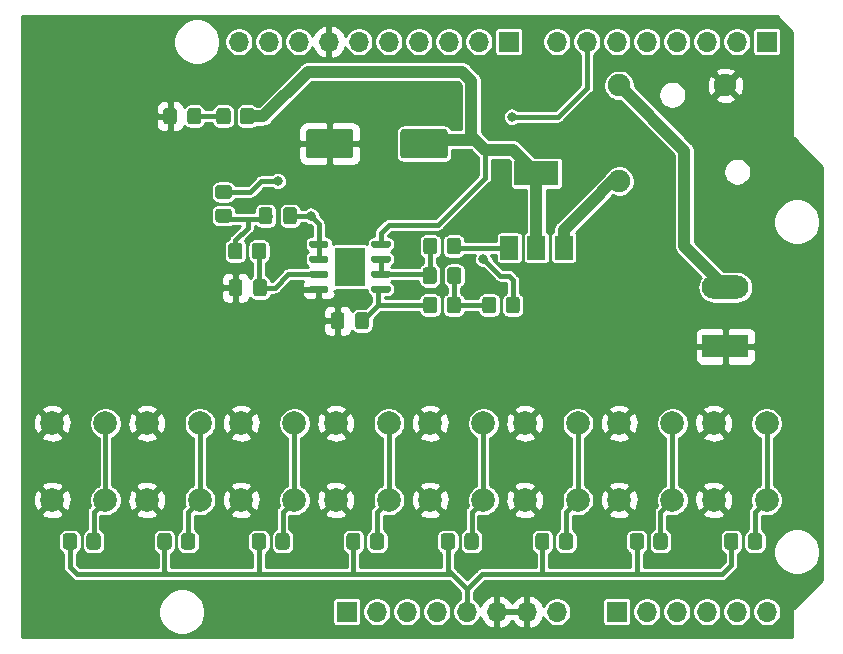
<source format=gbr>
%TF.GenerationSoftware,KiCad,Pcbnew,(5.1.8)-1*%
%TF.CreationDate,2021-12-17T21:48:39+01:00*%
%TF.ProjectId,ArduinoAudioShield,41726475-696e-46f4-9175-64696f536869,rev?*%
%TF.SameCoordinates,Original*%
%TF.FileFunction,Copper,L1,Top*%
%TF.FilePolarity,Positive*%
%FSLAX46Y46*%
G04 Gerber Fmt 4.6, Leading zero omitted, Abs format (unit mm)*
G04 Created by KiCad (PCBNEW (5.1.8)-1) date 2021-12-17 21:48:39*
%MOMM*%
%LPD*%
G01*
G04 APERTURE LIST*
%TA.AperFunction,ComponentPad*%
%ADD10C,1.900000*%
%TD*%
%TA.AperFunction,SMDPad,CuDef*%
%ADD11R,2.514000X3.200000*%
%TD*%
%TA.AperFunction,ComponentPad*%
%ADD12C,2.000000*%
%TD*%
%TA.AperFunction,SMDPad,CuDef*%
%ADD13R,1.500000X2.000000*%
%TD*%
%TA.AperFunction,SMDPad,CuDef*%
%ADD14R,3.800000X2.000000*%
%TD*%
%TA.AperFunction,ComponentPad*%
%ADD15O,3.960000X1.980000*%
%TD*%
%TA.AperFunction,ComponentPad*%
%ADD16R,3.960000X1.980000*%
%TD*%
%TA.AperFunction,ComponentPad*%
%ADD17O,1.700000X1.700000*%
%TD*%
%TA.AperFunction,ComponentPad*%
%ADD18R,1.700000X1.700000*%
%TD*%
%TA.AperFunction,ViaPad*%
%ADD19C,0.800000*%
%TD*%
%TA.AperFunction,Conductor*%
%ADD20C,0.400000*%
%TD*%
%TA.AperFunction,Conductor*%
%ADD21C,1.000000*%
%TD*%
%TA.AperFunction,Conductor*%
%ADD22C,0.254000*%
%TD*%
%TA.AperFunction,Conductor*%
%ADD23C,0.100000*%
%TD*%
G04 APERTURE END LIST*
D10*
%TO.P,J5,T*%
%TO.N,Net-(J5-PadT)*%
X165300000Y-65140000D03*
%TO.P,J5,TN*%
%TO.N,Net-(J5-PadTN)*%
X165300000Y-57040000D03*
%TO.P,J5,S*%
%TO.N,GND*%
X174300000Y-57040000D03*
%TD*%
D11*
%TO.P,U1,9*%
%TO.N,N/C*%
X142494000Y-72390000D03*
%TO.P,U1,8*%
%TO.N,+5V*%
%TA.AperFunction,SMDPad,CuDef*%
G36*
G01*
X144319000Y-70635000D02*
X144319000Y-70335000D01*
G75*
G02*
X144469000Y-70185000I150000J0D01*
G01*
X145794000Y-70185000D01*
G75*
G02*
X145944000Y-70335000I0J-150000D01*
G01*
X145944000Y-70635000D01*
G75*
G02*
X145794000Y-70785000I-150000J0D01*
G01*
X144469000Y-70785000D01*
G75*
G02*
X144319000Y-70635000I0J150000D01*
G01*
G37*
%TD.AperFunction*%
%TO.P,U1,7*%
%TO.N,/AUDIO_WAVE*%
%TA.AperFunction,SMDPad,CuDef*%
G36*
G01*
X144319000Y-71905000D02*
X144319000Y-71605000D01*
G75*
G02*
X144469000Y-71455000I150000J0D01*
G01*
X145794000Y-71455000D01*
G75*
G02*
X145944000Y-71605000I0J-150000D01*
G01*
X145944000Y-71905000D01*
G75*
G02*
X145794000Y-72055000I-150000J0D01*
G01*
X144469000Y-72055000D01*
G75*
G02*
X144319000Y-71905000I0J150000D01*
G01*
G37*
%TD.AperFunction*%
%TO.P,U1,6*%
%TA.AperFunction,SMDPad,CuDef*%
G36*
G01*
X144319000Y-73175000D02*
X144319000Y-72875000D01*
G75*
G02*
X144469000Y-72725000I150000J0D01*
G01*
X145794000Y-72725000D01*
G75*
G02*
X145944000Y-72875000I0J-150000D01*
G01*
X145944000Y-73175000D01*
G75*
G02*
X145794000Y-73325000I-150000J0D01*
G01*
X144469000Y-73325000D01*
G75*
G02*
X144319000Y-73175000I0J150000D01*
G01*
G37*
%TD.AperFunction*%
%TO.P,U1,5*%
%TO.N,Net-(C3-Pad1)*%
%TA.AperFunction,SMDPad,CuDef*%
G36*
G01*
X144319000Y-74445000D02*
X144319000Y-74145000D01*
G75*
G02*
X144469000Y-73995000I150000J0D01*
G01*
X145794000Y-73995000D01*
G75*
G02*
X145944000Y-74145000I0J-150000D01*
G01*
X145944000Y-74445000D01*
G75*
G02*
X145794000Y-74595000I-150000J0D01*
G01*
X144469000Y-74595000D01*
G75*
G02*
X144319000Y-74445000I0J150000D01*
G01*
G37*
%TD.AperFunction*%
%TO.P,U1,4*%
%TO.N,GND*%
%TA.AperFunction,SMDPad,CuDef*%
G36*
G01*
X139044000Y-74445000D02*
X139044000Y-74145000D01*
G75*
G02*
X139194000Y-73995000I150000J0D01*
G01*
X140519000Y-73995000D01*
G75*
G02*
X140669000Y-74145000I0J-150000D01*
G01*
X140669000Y-74445000D01*
G75*
G02*
X140519000Y-74595000I-150000J0D01*
G01*
X139194000Y-74595000D01*
G75*
G02*
X139044000Y-74445000I0J150000D01*
G01*
G37*
%TD.AperFunction*%
%TO.P,U1,3*%
%TO.N,Net-(C1-Pad1)*%
%TA.AperFunction,SMDPad,CuDef*%
G36*
G01*
X139044000Y-73175000D02*
X139044000Y-72875000D01*
G75*
G02*
X139194000Y-72725000I150000J0D01*
G01*
X140519000Y-72725000D01*
G75*
G02*
X140669000Y-72875000I0J-150000D01*
G01*
X140669000Y-73175000D01*
G75*
G02*
X140519000Y-73325000I-150000J0D01*
G01*
X139194000Y-73325000D01*
G75*
G02*
X139044000Y-73175000I0J150000D01*
G01*
G37*
%TD.AperFunction*%
%TO.P,U1,2*%
%TO.N,Net-(C2-Pad1)*%
%TA.AperFunction,SMDPad,CuDef*%
G36*
G01*
X139044000Y-71905000D02*
X139044000Y-71605000D01*
G75*
G02*
X139194000Y-71455000I150000J0D01*
G01*
X140519000Y-71455000D01*
G75*
G02*
X140669000Y-71605000I0J-150000D01*
G01*
X140669000Y-71905000D01*
G75*
G02*
X140519000Y-72055000I-150000J0D01*
G01*
X139194000Y-72055000D01*
G75*
G02*
X139044000Y-71905000I0J150000D01*
G01*
G37*
%TD.AperFunction*%
%TO.P,U1,1*%
%TA.AperFunction,SMDPad,CuDef*%
G36*
G01*
X139044000Y-70635000D02*
X139044000Y-70335000D01*
G75*
G02*
X139194000Y-70185000I150000J0D01*
G01*
X140519000Y-70185000D01*
G75*
G02*
X140669000Y-70335000I0J-150000D01*
G01*
X140669000Y-70635000D01*
G75*
G02*
X140519000Y-70785000I-150000J0D01*
G01*
X139194000Y-70785000D01*
G75*
G02*
X139044000Y-70635000I0J150000D01*
G01*
G37*
%TD.AperFunction*%
%TD*%
D12*
%TO.P,SW8,1*%
%TO.N,GND*%
X173300000Y-85640000D03*
%TO.P,SW8,2*%
%TO.N,BTN_1*%
X177800000Y-85640000D03*
%TO.P,SW8,1*%
%TO.N,GND*%
X173300000Y-92140000D03*
%TO.P,SW8,2*%
%TO.N,BTN_1*%
X177800000Y-92140000D03*
%TD*%
%TO.P,SW7,1*%
%TO.N,GND*%
X165300000Y-85640000D03*
%TO.P,SW7,2*%
%TO.N,BTN_2*%
X169800000Y-85640000D03*
%TO.P,SW7,1*%
%TO.N,GND*%
X165300000Y-92140000D03*
%TO.P,SW7,2*%
%TO.N,BTN_2*%
X169800000Y-92140000D03*
%TD*%
%TO.P,SW6,1*%
%TO.N,GND*%
X157300000Y-85640000D03*
%TO.P,SW6,2*%
%TO.N,BTN_3*%
X161800000Y-85640000D03*
%TO.P,SW6,1*%
%TO.N,GND*%
X157300000Y-92140000D03*
%TO.P,SW6,2*%
%TO.N,BTN_3*%
X161800000Y-92140000D03*
%TD*%
%TO.P,SW5,1*%
%TO.N,GND*%
X149300000Y-85640000D03*
%TO.P,SW5,2*%
%TO.N,BTN_4*%
X153800000Y-85640000D03*
%TO.P,SW5,1*%
%TO.N,GND*%
X149300000Y-92140000D03*
%TO.P,SW5,2*%
%TO.N,BTN_4*%
X153800000Y-92140000D03*
%TD*%
%TO.P,SW4,1*%
%TO.N,GND*%
X141300000Y-85640000D03*
%TO.P,SW4,2*%
%TO.N,BTN_5*%
X145800000Y-85640000D03*
%TO.P,SW4,1*%
%TO.N,GND*%
X141300000Y-92140000D03*
%TO.P,SW4,2*%
%TO.N,BTN_5*%
X145800000Y-92140000D03*
%TD*%
%TO.P,SW3,1*%
%TO.N,GND*%
X133300000Y-85640000D03*
%TO.P,SW3,2*%
%TO.N,BTN_6*%
X137800000Y-85640000D03*
%TO.P,SW3,1*%
%TO.N,GND*%
X133300000Y-92140000D03*
%TO.P,SW3,2*%
%TO.N,BTN_6*%
X137800000Y-92140000D03*
%TD*%
%TO.P,SW2,1*%
%TO.N,GND*%
X125300000Y-85640000D03*
%TO.P,SW2,2*%
%TO.N,BTN_7*%
X129800000Y-85640000D03*
%TO.P,SW2,1*%
%TO.N,GND*%
X125300000Y-92140000D03*
%TO.P,SW2,2*%
%TO.N,BTN_7*%
X129800000Y-92140000D03*
%TD*%
%TO.P,SW1,1*%
%TO.N,GND*%
X117300000Y-85640000D03*
%TO.P,SW1,2*%
%TO.N,BTN_8*%
X121800000Y-85640000D03*
%TO.P,SW1,1*%
%TO.N,GND*%
X117300000Y-92140000D03*
%TO.P,SW1,2*%
%TO.N,BTN_8*%
X121800000Y-92140000D03*
%TD*%
%TO.P,R14,2*%
%TO.N,+5V*%
%TA.AperFunction,SMDPad,CuDef*%
G36*
G01*
X175400000Y-95189999D02*
X175400000Y-96090001D01*
G75*
G02*
X175150001Y-96340000I-249999J0D01*
G01*
X174449999Y-96340000D01*
G75*
G02*
X174200000Y-96090001I0J249999D01*
G01*
X174200000Y-95189999D01*
G75*
G02*
X174449999Y-94940000I249999J0D01*
G01*
X175150001Y-94940000D01*
G75*
G02*
X175400000Y-95189999I0J-249999D01*
G01*
G37*
%TD.AperFunction*%
%TO.P,R14,1*%
%TO.N,BTN_1*%
%TA.AperFunction,SMDPad,CuDef*%
G36*
G01*
X177400000Y-95189999D02*
X177400000Y-96090001D01*
G75*
G02*
X177150001Y-96340000I-249999J0D01*
G01*
X176449999Y-96340000D01*
G75*
G02*
X176200000Y-96090001I0J249999D01*
G01*
X176200000Y-95189999D01*
G75*
G02*
X176449999Y-94940000I249999J0D01*
G01*
X177150001Y-94940000D01*
G75*
G02*
X177400000Y-95189999I0J-249999D01*
G01*
G37*
%TD.AperFunction*%
%TD*%
%TO.P,R13,2*%
%TO.N,+5V*%
%TA.AperFunction,SMDPad,CuDef*%
G36*
G01*
X167400000Y-95189999D02*
X167400000Y-96090001D01*
G75*
G02*
X167150001Y-96340000I-249999J0D01*
G01*
X166449999Y-96340000D01*
G75*
G02*
X166200000Y-96090001I0J249999D01*
G01*
X166200000Y-95189999D01*
G75*
G02*
X166449999Y-94940000I249999J0D01*
G01*
X167150001Y-94940000D01*
G75*
G02*
X167400000Y-95189999I0J-249999D01*
G01*
G37*
%TD.AperFunction*%
%TO.P,R13,1*%
%TO.N,BTN_2*%
%TA.AperFunction,SMDPad,CuDef*%
G36*
G01*
X169400000Y-95189999D02*
X169400000Y-96090001D01*
G75*
G02*
X169150001Y-96340000I-249999J0D01*
G01*
X168449999Y-96340000D01*
G75*
G02*
X168200000Y-96090001I0J249999D01*
G01*
X168200000Y-95189999D01*
G75*
G02*
X168449999Y-94940000I249999J0D01*
G01*
X169150001Y-94940000D01*
G75*
G02*
X169400000Y-95189999I0J-249999D01*
G01*
G37*
%TD.AperFunction*%
%TD*%
%TO.P,R12,2*%
%TO.N,+5V*%
%TA.AperFunction,SMDPad,CuDef*%
G36*
G01*
X159400000Y-95189999D02*
X159400000Y-96090001D01*
G75*
G02*
X159150001Y-96340000I-249999J0D01*
G01*
X158449999Y-96340000D01*
G75*
G02*
X158200000Y-96090001I0J249999D01*
G01*
X158200000Y-95189999D01*
G75*
G02*
X158449999Y-94940000I249999J0D01*
G01*
X159150001Y-94940000D01*
G75*
G02*
X159400000Y-95189999I0J-249999D01*
G01*
G37*
%TD.AperFunction*%
%TO.P,R12,1*%
%TO.N,BTN_3*%
%TA.AperFunction,SMDPad,CuDef*%
G36*
G01*
X161400000Y-95189999D02*
X161400000Y-96090001D01*
G75*
G02*
X161150001Y-96340000I-249999J0D01*
G01*
X160449999Y-96340000D01*
G75*
G02*
X160200000Y-96090001I0J249999D01*
G01*
X160200000Y-95189999D01*
G75*
G02*
X160449999Y-94940000I249999J0D01*
G01*
X161150001Y-94940000D01*
G75*
G02*
X161400000Y-95189999I0J-249999D01*
G01*
G37*
%TD.AperFunction*%
%TD*%
%TO.P,R11,2*%
%TO.N,+5V*%
%TA.AperFunction,SMDPad,CuDef*%
G36*
G01*
X151400000Y-95189999D02*
X151400000Y-96090001D01*
G75*
G02*
X151150001Y-96340000I-249999J0D01*
G01*
X150449999Y-96340000D01*
G75*
G02*
X150200000Y-96090001I0J249999D01*
G01*
X150200000Y-95189999D01*
G75*
G02*
X150449999Y-94940000I249999J0D01*
G01*
X151150001Y-94940000D01*
G75*
G02*
X151400000Y-95189999I0J-249999D01*
G01*
G37*
%TD.AperFunction*%
%TO.P,R11,1*%
%TO.N,BTN_4*%
%TA.AperFunction,SMDPad,CuDef*%
G36*
G01*
X153400000Y-95189999D02*
X153400000Y-96090001D01*
G75*
G02*
X153150001Y-96340000I-249999J0D01*
G01*
X152449999Y-96340000D01*
G75*
G02*
X152200000Y-96090001I0J249999D01*
G01*
X152200000Y-95189999D01*
G75*
G02*
X152449999Y-94940000I249999J0D01*
G01*
X153150001Y-94940000D01*
G75*
G02*
X153400000Y-95189999I0J-249999D01*
G01*
G37*
%TD.AperFunction*%
%TD*%
%TO.P,R10,2*%
%TO.N,+5V*%
%TA.AperFunction,SMDPad,CuDef*%
G36*
G01*
X143400000Y-95189999D02*
X143400000Y-96090001D01*
G75*
G02*
X143150001Y-96340000I-249999J0D01*
G01*
X142449999Y-96340000D01*
G75*
G02*
X142200000Y-96090001I0J249999D01*
G01*
X142200000Y-95189999D01*
G75*
G02*
X142449999Y-94940000I249999J0D01*
G01*
X143150001Y-94940000D01*
G75*
G02*
X143400000Y-95189999I0J-249999D01*
G01*
G37*
%TD.AperFunction*%
%TO.P,R10,1*%
%TO.N,BTN_5*%
%TA.AperFunction,SMDPad,CuDef*%
G36*
G01*
X145400000Y-95189999D02*
X145400000Y-96090001D01*
G75*
G02*
X145150001Y-96340000I-249999J0D01*
G01*
X144449999Y-96340000D01*
G75*
G02*
X144200000Y-96090001I0J249999D01*
G01*
X144200000Y-95189999D01*
G75*
G02*
X144449999Y-94940000I249999J0D01*
G01*
X145150001Y-94940000D01*
G75*
G02*
X145400000Y-95189999I0J-249999D01*
G01*
G37*
%TD.AperFunction*%
%TD*%
%TO.P,R9,2*%
%TO.N,+5V*%
%TA.AperFunction,SMDPad,CuDef*%
G36*
G01*
X135400000Y-95189999D02*
X135400000Y-96090001D01*
G75*
G02*
X135150001Y-96340000I-249999J0D01*
G01*
X134449999Y-96340000D01*
G75*
G02*
X134200000Y-96090001I0J249999D01*
G01*
X134200000Y-95189999D01*
G75*
G02*
X134449999Y-94940000I249999J0D01*
G01*
X135150001Y-94940000D01*
G75*
G02*
X135400000Y-95189999I0J-249999D01*
G01*
G37*
%TD.AperFunction*%
%TO.P,R9,1*%
%TO.N,BTN_6*%
%TA.AperFunction,SMDPad,CuDef*%
G36*
G01*
X137400000Y-95189999D02*
X137400000Y-96090001D01*
G75*
G02*
X137150001Y-96340000I-249999J0D01*
G01*
X136449999Y-96340000D01*
G75*
G02*
X136200000Y-96090001I0J249999D01*
G01*
X136200000Y-95189999D01*
G75*
G02*
X136449999Y-94940000I249999J0D01*
G01*
X137150001Y-94940000D01*
G75*
G02*
X137400000Y-95189999I0J-249999D01*
G01*
G37*
%TD.AperFunction*%
%TD*%
%TO.P,R8,2*%
%TO.N,+5V*%
%TA.AperFunction,SMDPad,CuDef*%
G36*
G01*
X127400000Y-95189999D02*
X127400000Y-96090001D01*
G75*
G02*
X127150001Y-96340000I-249999J0D01*
G01*
X126449999Y-96340000D01*
G75*
G02*
X126200000Y-96090001I0J249999D01*
G01*
X126200000Y-95189999D01*
G75*
G02*
X126449999Y-94940000I249999J0D01*
G01*
X127150001Y-94940000D01*
G75*
G02*
X127400000Y-95189999I0J-249999D01*
G01*
G37*
%TD.AperFunction*%
%TO.P,R8,1*%
%TO.N,BTN_7*%
%TA.AperFunction,SMDPad,CuDef*%
G36*
G01*
X129400000Y-95189999D02*
X129400000Y-96090001D01*
G75*
G02*
X129150001Y-96340000I-249999J0D01*
G01*
X128449999Y-96340000D01*
G75*
G02*
X128200000Y-96090001I0J249999D01*
G01*
X128200000Y-95189999D01*
G75*
G02*
X128449999Y-94940000I249999J0D01*
G01*
X129150001Y-94940000D01*
G75*
G02*
X129400000Y-95189999I0J-249999D01*
G01*
G37*
%TD.AperFunction*%
%TD*%
%TO.P,R7,2*%
%TO.N,+5V*%
%TA.AperFunction,SMDPad,CuDef*%
G36*
G01*
X119400000Y-95189999D02*
X119400000Y-96090001D01*
G75*
G02*
X119150001Y-96340000I-249999J0D01*
G01*
X118449999Y-96340000D01*
G75*
G02*
X118200000Y-96090001I0J249999D01*
G01*
X118200000Y-95189999D01*
G75*
G02*
X118449999Y-94940000I249999J0D01*
G01*
X119150001Y-94940000D01*
G75*
G02*
X119400000Y-95189999I0J-249999D01*
G01*
G37*
%TD.AperFunction*%
%TO.P,R7,1*%
%TO.N,BTN_8*%
%TA.AperFunction,SMDPad,CuDef*%
G36*
G01*
X121400000Y-95189999D02*
X121400000Y-96090001D01*
G75*
G02*
X121150001Y-96340000I-249999J0D01*
G01*
X120449999Y-96340000D01*
G75*
G02*
X120200000Y-96090001I0J249999D01*
G01*
X120200000Y-95189999D01*
G75*
G02*
X120449999Y-94940000I249999J0D01*
G01*
X121150001Y-94940000D01*
G75*
G02*
X121400000Y-95189999I0J-249999D01*
G01*
G37*
%TD.AperFunction*%
%TD*%
%TO.P,R6,2*%
%TO.N,Net-(D1-Pad2)*%
%TA.AperFunction,SMDPad,CuDef*%
G36*
G01*
X132400000Y-59189999D02*
X132400000Y-60090001D01*
G75*
G02*
X132150001Y-60340000I-249999J0D01*
G01*
X131449999Y-60340000D01*
G75*
G02*
X131200000Y-60090001I0J249999D01*
G01*
X131200000Y-59189999D01*
G75*
G02*
X131449999Y-58940000I249999J0D01*
G01*
X132150001Y-58940000D01*
G75*
G02*
X132400000Y-59189999I0J-249999D01*
G01*
G37*
%TD.AperFunction*%
%TO.P,R6,1*%
%TO.N,+5V*%
%TA.AperFunction,SMDPad,CuDef*%
G36*
G01*
X134400000Y-59189999D02*
X134400000Y-60090001D01*
G75*
G02*
X134150001Y-60340000I-249999J0D01*
G01*
X133449999Y-60340000D01*
G75*
G02*
X133200000Y-60090001I0J249999D01*
G01*
X133200000Y-59189999D01*
G75*
G02*
X133449999Y-58940000I249999J0D01*
G01*
X134150001Y-58940000D01*
G75*
G02*
X134400000Y-59189999I0J-249999D01*
G01*
G37*
%TD.AperFunction*%
%TD*%
%TO.P,R5,2*%
%TO.N,/AUDIO_WAVE*%
%TA.AperFunction,SMDPad,CuDef*%
G36*
G01*
X149900000Y-70189999D02*
X149900000Y-71090001D01*
G75*
G02*
X149650001Y-71340000I-249999J0D01*
G01*
X148949999Y-71340000D01*
G75*
G02*
X148700000Y-71090001I0J249999D01*
G01*
X148700000Y-70189999D01*
G75*
G02*
X148949999Y-69940000I249999J0D01*
G01*
X149650001Y-69940000D01*
G75*
G02*
X149900000Y-70189999I0J-249999D01*
G01*
G37*
%TD.AperFunction*%
%TO.P,R5,1*%
%TO.N,Net-(Q1-Pad1)*%
%TA.AperFunction,SMDPad,CuDef*%
G36*
G01*
X151900000Y-70189999D02*
X151900000Y-71090001D01*
G75*
G02*
X151650001Y-71340000I-249999J0D01*
G01*
X150949999Y-71340000D01*
G75*
G02*
X150700000Y-71090001I0J249999D01*
G01*
X150700000Y-70189999D01*
G75*
G02*
X150949999Y-69940000I249999J0D01*
G01*
X151650001Y-69940000D01*
G75*
G02*
X151900000Y-70189999I0J-249999D01*
G01*
G37*
%TD.AperFunction*%
%TD*%
%TO.P,R4,2*%
%TO.N,Net-(C4-Pad2)*%
%TA.AperFunction,SMDPad,CuDef*%
G36*
G01*
X150700000Y-76090001D02*
X150700000Y-75189999D01*
G75*
G02*
X150949999Y-74940000I249999J0D01*
G01*
X151650001Y-74940000D01*
G75*
G02*
X151900000Y-75189999I0J-249999D01*
G01*
X151900000Y-76090001D01*
G75*
G02*
X151650001Y-76340000I-249999J0D01*
G01*
X150949999Y-76340000D01*
G75*
G02*
X150700000Y-76090001I0J249999D01*
G01*
G37*
%TD.AperFunction*%
%TO.P,R4,1*%
%TO.N,Net-(C3-Pad1)*%
%TA.AperFunction,SMDPad,CuDef*%
G36*
G01*
X148700000Y-76090001D02*
X148700000Y-75189999D01*
G75*
G02*
X148949999Y-74940000I249999J0D01*
G01*
X149650001Y-74940000D01*
G75*
G02*
X149900000Y-75189999I0J-249999D01*
G01*
X149900000Y-76090001D01*
G75*
G02*
X149650001Y-76340000I-249999J0D01*
G01*
X148949999Y-76340000D01*
G75*
G02*
X148700000Y-76090001I0J249999D01*
G01*
G37*
%TD.AperFunction*%
%TD*%
%TO.P,R3,2*%
%TO.N,Net-(C2-Pad1)*%
%TA.AperFunction,SMDPad,CuDef*%
G36*
G01*
X155700000Y-76090001D02*
X155700000Y-75189999D01*
G75*
G02*
X155949999Y-74940000I249999J0D01*
G01*
X156650001Y-74940000D01*
G75*
G02*
X156900000Y-75189999I0J-249999D01*
G01*
X156900000Y-76090001D01*
G75*
G02*
X156650001Y-76340000I-249999J0D01*
G01*
X155949999Y-76340000D01*
G75*
G02*
X155700000Y-76090001I0J249999D01*
G01*
G37*
%TD.AperFunction*%
%TO.P,R3,1*%
%TO.N,Net-(C4-Pad2)*%
%TA.AperFunction,SMDPad,CuDef*%
G36*
G01*
X153700000Y-76090001D02*
X153700000Y-75189999D01*
G75*
G02*
X153949999Y-74940000I249999J0D01*
G01*
X154650001Y-74940000D01*
G75*
G02*
X154900000Y-75189999I0J-249999D01*
G01*
X154900000Y-76090001D01*
G75*
G02*
X154650001Y-76340000I-249999J0D01*
G01*
X153949999Y-76340000D01*
G75*
G02*
X153700000Y-76090001I0J249999D01*
G01*
G37*
%TD.AperFunction*%
%TD*%
%TO.P,R2,2*%
%TO.N,Net-(C2-Pad2)*%
%TA.AperFunction,SMDPad,CuDef*%
G36*
G01*
X133408000Y-70617999D02*
X133408000Y-71518001D01*
G75*
G02*
X133158001Y-71768000I-249999J0D01*
G01*
X132457999Y-71768000D01*
G75*
G02*
X132208000Y-71518001I0J249999D01*
G01*
X132208000Y-70617999D01*
G75*
G02*
X132457999Y-70368000I249999J0D01*
G01*
X133158001Y-70368000D01*
G75*
G02*
X133408000Y-70617999I0J-249999D01*
G01*
G37*
%TD.AperFunction*%
%TO.P,R2,1*%
%TO.N,Net-(C1-Pad1)*%
%TA.AperFunction,SMDPad,CuDef*%
G36*
G01*
X135408000Y-70617999D02*
X135408000Y-71518001D01*
G75*
G02*
X135158001Y-71768000I-249999J0D01*
G01*
X134457999Y-71768000D01*
G75*
G02*
X134208000Y-71518001I0J249999D01*
G01*
X134208000Y-70617999D01*
G75*
G02*
X134457999Y-70368000I249999J0D01*
G01*
X135158001Y-70368000D01*
G75*
G02*
X135408000Y-70617999I0J-249999D01*
G01*
G37*
%TD.AperFunction*%
%TD*%
%TO.P,R1,2*%
%TO.N,AUDIO_PWM*%
%TA.AperFunction,SMDPad,CuDef*%
G36*
G01*
X132258001Y-66668000D02*
X131357999Y-66668000D01*
G75*
G02*
X131108000Y-66418001I0J249999D01*
G01*
X131108000Y-65717999D01*
G75*
G02*
X131357999Y-65468000I249999J0D01*
G01*
X132258001Y-65468000D01*
G75*
G02*
X132508000Y-65717999I0J-249999D01*
G01*
X132508000Y-66418001D01*
G75*
G02*
X132258001Y-66668000I-249999J0D01*
G01*
G37*
%TD.AperFunction*%
%TO.P,R1,1*%
%TO.N,Net-(C2-Pad2)*%
%TA.AperFunction,SMDPad,CuDef*%
G36*
G01*
X132258001Y-68668000D02*
X131357999Y-68668000D01*
G75*
G02*
X131108000Y-68418001I0J249999D01*
G01*
X131108000Y-67717999D01*
G75*
G02*
X131357999Y-67468000I249999J0D01*
G01*
X132258001Y-67468000D01*
G75*
G02*
X132508000Y-67717999I0J-249999D01*
G01*
X132508000Y-68418001D01*
G75*
G02*
X132258001Y-68668000I-249999J0D01*
G01*
G37*
%TD.AperFunction*%
%TD*%
D13*
%TO.P,Q1,1*%
%TO.N,Net-(Q1-Pad1)*%
X156000000Y-70790000D03*
%TO.P,Q1,3*%
%TO.N,Net-(J5-PadT)*%
X160600000Y-70790000D03*
%TO.P,Q1,2*%
%TO.N,+5V*%
X158300000Y-70790000D03*
D14*
X158300000Y-64490000D03*
%TD*%
D15*
%TO.P,LS1,2*%
%TO.N,Net-(J5-PadTN)*%
X174300000Y-74140000D03*
D16*
%TO.P,LS1,1*%
%TO.N,GND*%
X174300000Y-79140000D03*
%TD*%
D17*
%TO.P,J4,8*%
%TO.N,Net-(J4-Pad8)*%
X160020000Y-101600000D03*
%TO.P,J4,7*%
%TO.N,GND*%
X157480000Y-101600000D03*
%TO.P,J4,6*%
X154940000Y-101600000D03*
%TO.P,J4,5*%
%TO.N,+5V*%
X152400000Y-101600000D03*
%TO.P,J4,4*%
%TO.N,Net-(J4-Pad4)*%
X149860000Y-101600000D03*
%TO.P,J4,3*%
%TO.N,Net-(J4-Pad3)*%
X147320000Y-101600000D03*
%TO.P,J4,2*%
%TO.N,Net-(J4-Pad2)*%
X144780000Y-101600000D03*
D18*
%TO.P,J4,1*%
%TO.N,Net-(J4-Pad1)*%
X142240000Y-101600000D03*
%TD*%
D17*
%TO.P,J3,6*%
%TO.N,Net-(J3-Pad6)*%
X177800000Y-101600000D03*
%TO.P,J3,5*%
%TO.N,Net-(J3-Pad5)*%
X175260000Y-101600000D03*
%TO.P,J3,4*%
%TO.N,Net-(J3-Pad4)*%
X172720000Y-101600000D03*
%TO.P,J3,3*%
%TO.N,Net-(J3-Pad3)*%
X170180000Y-101600000D03*
%TO.P,J3,2*%
%TO.N,Net-(J3-Pad2)*%
X167640000Y-101600000D03*
D18*
%TO.P,J3,1*%
%TO.N,Net-(J3-Pad1)*%
X165100000Y-101600000D03*
%TD*%
D17*
%TO.P,J2,8*%
%TO.N,BTN_7*%
X160020000Y-53340000D03*
%TO.P,J2,7*%
%TO.N,AUDIO_PWM*%
X162560000Y-53340000D03*
%TO.P,J2,6*%
%TO.N,BTN_6*%
X165100000Y-53340000D03*
%TO.P,J2,5*%
%TO.N,BTN_5*%
X167640000Y-53340000D03*
%TO.P,J2,4*%
%TO.N,BTN_4*%
X170180000Y-53340000D03*
%TO.P,J2,3*%
%TO.N,BTN_3*%
X172720000Y-53340000D03*
%TO.P,J2,2*%
%TO.N,BTN_2*%
X175260000Y-53340000D03*
D18*
%TO.P,J2,1*%
%TO.N,BTN_1*%
X177800000Y-53340000D03*
%TD*%
D17*
%TO.P,J1,10*%
%TO.N,Net-(J1-Pad10)*%
X133096000Y-53340000D03*
%TO.P,J1,9*%
%TO.N,Net-(J1-Pad9)*%
X135636000Y-53340000D03*
%TO.P,J1,8*%
%TO.N,Net-(J1-Pad8)*%
X138176000Y-53340000D03*
%TO.P,J1,7*%
%TO.N,GND*%
X140716000Y-53340000D03*
%TO.P,J1,6*%
%TO.N,Net-(J1-Pad6)*%
X143256000Y-53340000D03*
%TO.P,J1,5*%
%TO.N,Net-(J1-Pad5)*%
X145796000Y-53340000D03*
%TO.P,J1,4*%
%TO.N,Net-(J1-Pad4)*%
X148336000Y-53340000D03*
%TO.P,J1,3*%
%TO.N,Net-(J1-Pad3)*%
X150876000Y-53340000D03*
%TO.P,J1,2*%
%TO.N,Net-(J1-Pad2)*%
X153416000Y-53340000D03*
D18*
%TO.P,J1,1*%
%TO.N,BTN_8*%
X155956000Y-53340000D03*
%TD*%
%TO.P,D1,2*%
%TO.N,Net-(D1-Pad2)*%
%TA.AperFunction,SMDPad,CuDef*%
G36*
G01*
X128750000Y-60090001D02*
X128750000Y-59189999D01*
G75*
G02*
X128999999Y-58940000I249999J0D01*
G01*
X129650001Y-58940000D01*
G75*
G02*
X129900000Y-59189999I0J-249999D01*
G01*
X129900000Y-60090001D01*
G75*
G02*
X129650001Y-60340000I-249999J0D01*
G01*
X128999999Y-60340000D01*
G75*
G02*
X128750000Y-60090001I0J249999D01*
G01*
G37*
%TD.AperFunction*%
%TO.P,D1,1*%
%TO.N,GND*%
%TA.AperFunction,SMDPad,CuDef*%
G36*
G01*
X126700000Y-60090001D02*
X126700000Y-59189999D01*
G75*
G02*
X126949999Y-58940000I249999J0D01*
G01*
X127600001Y-58940000D01*
G75*
G02*
X127850000Y-59189999I0J-249999D01*
G01*
X127850000Y-60090001D01*
G75*
G02*
X127600001Y-60340000I-249999J0D01*
G01*
X126949999Y-60340000D01*
G75*
G02*
X126700000Y-60090001I0J249999D01*
G01*
G37*
%TD.AperFunction*%
%TD*%
%TO.P,C5,1*%
%TO.N,+5V*%
%TA.AperFunction,SMDPad,CuDef*%
G36*
G01*
X150780000Y-60976000D02*
X150780000Y-62976000D01*
G75*
G02*
X150530000Y-63226000I-250000J0D01*
G01*
X147030000Y-63226000D01*
G75*
G02*
X146780000Y-62976000I0J250000D01*
G01*
X146780000Y-60976000D01*
G75*
G02*
X147030000Y-60726000I250000J0D01*
G01*
X150530000Y-60726000D01*
G75*
G02*
X150780000Y-60976000I0J-250000D01*
G01*
G37*
%TD.AperFunction*%
%TO.P,C5,2*%
%TO.N,GND*%
%TA.AperFunction,SMDPad,CuDef*%
G36*
G01*
X142780000Y-60976000D02*
X142780000Y-62976000D01*
G75*
G02*
X142530000Y-63226000I-250000J0D01*
G01*
X139030000Y-63226000D01*
G75*
G02*
X138780000Y-62976000I0J250000D01*
G01*
X138780000Y-60976000D01*
G75*
G02*
X139030000Y-60726000I250000J0D01*
G01*
X142530000Y-60726000D01*
G75*
G02*
X142780000Y-60976000I0J-250000D01*
G01*
G37*
%TD.AperFunction*%
%TD*%
%TO.P,C4,2*%
%TO.N,Net-(C4-Pad2)*%
%TA.AperFunction,SMDPad,CuDef*%
G36*
G01*
X150750000Y-73615000D02*
X150750000Y-72665000D01*
G75*
G02*
X151000000Y-72415000I250000J0D01*
G01*
X151675000Y-72415000D01*
G75*
G02*
X151925000Y-72665000I0J-250000D01*
G01*
X151925000Y-73615000D01*
G75*
G02*
X151675000Y-73865000I-250000J0D01*
G01*
X151000000Y-73865000D01*
G75*
G02*
X150750000Y-73615000I0J250000D01*
G01*
G37*
%TD.AperFunction*%
%TO.P,C4,1*%
%TO.N,/AUDIO_WAVE*%
%TA.AperFunction,SMDPad,CuDef*%
G36*
G01*
X148675000Y-73615000D02*
X148675000Y-72665000D01*
G75*
G02*
X148925000Y-72415000I250000J0D01*
G01*
X149600000Y-72415000D01*
G75*
G02*
X149850000Y-72665000I0J-250000D01*
G01*
X149850000Y-73615000D01*
G75*
G02*
X149600000Y-73865000I-250000J0D01*
G01*
X148925000Y-73865000D01*
G75*
G02*
X148675000Y-73615000I0J250000D01*
G01*
G37*
%TD.AperFunction*%
%TD*%
%TO.P,C3,2*%
%TO.N,GND*%
%TA.AperFunction,SMDPad,CuDef*%
G36*
G01*
X142044000Y-76487000D02*
X142044000Y-77437000D01*
G75*
G02*
X141794000Y-77687000I-250000J0D01*
G01*
X141119000Y-77687000D01*
G75*
G02*
X140869000Y-77437000I0J250000D01*
G01*
X140869000Y-76487000D01*
G75*
G02*
X141119000Y-76237000I250000J0D01*
G01*
X141794000Y-76237000D01*
G75*
G02*
X142044000Y-76487000I0J-250000D01*
G01*
G37*
%TD.AperFunction*%
%TO.P,C3,1*%
%TO.N,Net-(C3-Pad1)*%
%TA.AperFunction,SMDPad,CuDef*%
G36*
G01*
X144119000Y-76487000D02*
X144119000Y-77437000D01*
G75*
G02*
X143869000Y-77687000I-250000J0D01*
G01*
X143194000Y-77687000D01*
G75*
G02*
X142944000Y-77437000I0J250000D01*
G01*
X142944000Y-76487000D01*
G75*
G02*
X143194000Y-76237000I250000J0D01*
G01*
X143869000Y-76237000D01*
G75*
G02*
X144119000Y-76487000I0J-250000D01*
G01*
G37*
%TD.AperFunction*%
%TD*%
%TO.P,C2,2*%
%TO.N,Net-(C2-Pad2)*%
%TA.AperFunction,SMDPad,CuDef*%
G36*
G01*
X135948000Y-67597000D02*
X135948000Y-68547000D01*
G75*
G02*
X135698000Y-68797000I-250000J0D01*
G01*
X135023000Y-68797000D01*
G75*
G02*
X134773000Y-68547000I0J250000D01*
G01*
X134773000Y-67597000D01*
G75*
G02*
X135023000Y-67347000I250000J0D01*
G01*
X135698000Y-67347000D01*
G75*
G02*
X135948000Y-67597000I0J-250000D01*
G01*
G37*
%TD.AperFunction*%
%TO.P,C2,1*%
%TO.N,Net-(C2-Pad1)*%
%TA.AperFunction,SMDPad,CuDef*%
G36*
G01*
X138023000Y-67597000D02*
X138023000Y-68547000D01*
G75*
G02*
X137773000Y-68797000I-250000J0D01*
G01*
X137098000Y-68797000D01*
G75*
G02*
X136848000Y-68547000I0J250000D01*
G01*
X136848000Y-67597000D01*
G75*
G02*
X137098000Y-67347000I250000J0D01*
G01*
X137773000Y-67347000D01*
G75*
G02*
X138023000Y-67597000I0J-250000D01*
G01*
G37*
%TD.AperFunction*%
%TD*%
%TO.P,C1,2*%
%TO.N,GND*%
%TA.AperFunction,SMDPad,CuDef*%
G36*
G01*
X133408000Y-73693000D02*
X133408000Y-74643000D01*
G75*
G02*
X133158000Y-74893000I-250000J0D01*
G01*
X132483000Y-74893000D01*
G75*
G02*
X132233000Y-74643000I0J250000D01*
G01*
X132233000Y-73693000D01*
G75*
G02*
X132483000Y-73443000I250000J0D01*
G01*
X133158000Y-73443000D01*
G75*
G02*
X133408000Y-73693000I0J-250000D01*
G01*
G37*
%TD.AperFunction*%
%TO.P,C1,1*%
%TO.N,Net-(C1-Pad1)*%
%TA.AperFunction,SMDPad,CuDef*%
G36*
G01*
X135483000Y-73693000D02*
X135483000Y-74643000D01*
G75*
G02*
X135233000Y-74893000I-250000J0D01*
G01*
X134558000Y-74893000D01*
G75*
G02*
X134308000Y-74643000I0J250000D01*
G01*
X134308000Y-73693000D01*
G75*
G02*
X134558000Y-73443000I250000J0D01*
G01*
X135233000Y-73443000D01*
G75*
G02*
X135483000Y-73693000I0J-250000D01*
G01*
G37*
%TD.AperFunction*%
%TD*%
D19*
%TO.N,GND*%
X162814000Y-71628000D03*
X162814000Y-73660000D03*
X175006000Y-66802000D03*
X175006000Y-68580000D03*
X175006000Y-70612000D03*
X123952000Y-64516000D03*
X118110000Y-59690000D03*
X131826000Y-95504000D03*
X132588000Y-100584000D03*
X139954000Y-95504000D03*
X138684000Y-100584000D03*
X123952000Y-95504000D03*
X120904000Y-101092000D03*
X148082000Y-95504000D03*
X155702000Y-95504000D03*
X162560000Y-101092000D03*
X163830000Y-95504000D03*
X145034000Y-62484000D03*
X154686000Y-67564000D03*
X163068000Y-61722000D03*
X137414000Y-76962000D03*
X143510000Y-66548000D03*
X162814000Y-75438000D03*
%TO.N,Net-(C2-Pad1)*%
X139192000Y-68072000D03*
X153797000Y-71755000D03*
%TO.N,+5V*%
X152781000Y-58547000D03*
X152781000Y-59690000D03*
X152781000Y-60833000D03*
%TO.N,AUDIO_PWM*%
X156210000Y-59690000D03*
X136398000Y-65151000D03*
%TD*%
D20*
%TO.N,Net-(C1-Pad1)*%
X134808000Y-74080500D02*
X134895500Y-74168000D01*
X134808000Y-71068000D02*
X134808000Y-74080500D01*
X134895500Y-74168000D02*
X136144000Y-74168000D01*
X137287000Y-73025000D02*
X139856500Y-73025000D01*
X136144000Y-74168000D02*
X137287000Y-73025000D01*
%TO.N,Net-(C2-Pad2)*%
X132808000Y-71068000D02*
X132808000Y-70138000D01*
X132808000Y-70138000D02*
X133858000Y-69088000D01*
X133858000Y-69088000D02*
X133858000Y-68326000D01*
X135542500Y-68326000D02*
X135763000Y-68105500D01*
X133858000Y-68326000D02*
X135542500Y-68326000D01*
X132066000Y-68326000D02*
X131808000Y-68068000D01*
X133858000Y-68326000D02*
X132066000Y-68326000D01*
%TO.N,Net-(C2-Pad1)*%
X139856500Y-70485000D02*
X139856500Y-71755000D01*
X156300000Y-75640000D02*
X156300000Y-73496000D01*
X156300000Y-73496000D02*
X155956000Y-73152000D01*
X137435500Y-68072000D02*
X139192000Y-68072000D01*
X139856500Y-68736500D02*
X139856500Y-70485000D01*
X139192000Y-68072000D02*
X139856500Y-68736500D01*
X155956000Y-73152000D02*
X155194000Y-73152000D01*
X155194000Y-73152000D02*
X153797000Y-71755000D01*
X153797000Y-71755000D02*
X153797000Y-71755000D01*
%TO.N,Net-(C3-Pad1)*%
X144853500Y-75640000D02*
X143531500Y-76962000D01*
X149300000Y-75640000D02*
X144853500Y-75640000D01*
X144853500Y-74573000D02*
X145131500Y-74295000D01*
X144853500Y-75640000D02*
X144853500Y-74573000D01*
%TO.N,Net-(C4-Pad2)*%
X151300000Y-75640000D02*
X154300000Y-75640000D01*
X151337500Y-75602500D02*
X151300000Y-75640000D01*
X151337500Y-73140000D02*
X151337500Y-75602500D01*
%TO.N,/AUDIO_WAVE*%
X149300000Y-73102500D02*
X149262500Y-73140000D01*
X149300000Y-70640000D02*
X149300000Y-73102500D01*
X149147500Y-73025000D02*
X149262500Y-73140000D01*
X145131500Y-73025000D02*
X149147500Y-73025000D01*
X145131500Y-71755000D02*
X145131500Y-73025000D01*
D21*
%TO.N,+5V*%
X158300000Y-70790000D02*
X158300000Y-64490000D01*
D20*
X152400000Y-101600000D02*
X152400000Y-99695000D01*
X152400000Y-99695000D02*
X151130000Y-98425000D01*
X118800000Y-97845000D02*
X118800000Y-95640000D01*
X119380000Y-98425000D02*
X118800000Y-97845000D01*
X174800000Y-97615000D02*
X174800000Y-95640000D01*
X173990000Y-98425000D02*
X174800000Y-97615000D01*
X152400000Y-99695000D02*
X153670000Y-98425000D01*
X126800000Y-98225000D02*
X127000000Y-98425000D01*
X126800000Y-95640000D02*
X126800000Y-98225000D01*
X127000000Y-98425000D02*
X119380000Y-98425000D01*
X134800000Y-95640000D02*
X134800000Y-98245000D01*
X134620000Y-98425000D02*
X127000000Y-98425000D01*
X134800000Y-98245000D02*
X134620000Y-98425000D01*
X142800000Y-98350000D02*
X142875000Y-98425000D01*
X142800000Y-95640000D02*
X142800000Y-98350000D01*
X142875000Y-98425000D02*
X134620000Y-98425000D01*
X151130000Y-98425000D02*
X142875000Y-98425000D01*
X150800000Y-98095000D02*
X151130000Y-98425000D01*
X150800000Y-95640000D02*
X150800000Y-98095000D01*
X158800000Y-98375000D02*
X158750000Y-98425000D01*
X158800000Y-95640000D02*
X158800000Y-98375000D01*
X153670000Y-98425000D02*
X158750000Y-98425000D01*
X166800000Y-98220000D02*
X167005000Y-98425000D01*
X167005000Y-98425000D02*
X173990000Y-98425000D01*
X166800000Y-95640000D02*
X166800000Y-98220000D01*
X158750000Y-98425000D02*
X167005000Y-98425000D01*
D21*
X156294000Y-62484000D02*
X158300000Y-64490000D01*
X153924000Y-62484000D02*
X156294000Y-62484000D01*
X153080000Y-61640000D02*
X153924000Y-62484000D01*
X148800000Y-61640000D02*
X153080000Y-61640000D01*
X152781000Y-61341000D02*
X153080000Y-61640000D01*
X152781000Y-57277000D02*
X152781000Y-61341000D01*
D20*
X145131500Y-69498500D02*
X145131500Y-70485000D01*
X145796000Y-68834000D02*
X145131500Y-69498500D01*
X149987000Y-68834000D02*
X145796000Y-68834000D01*
X153924000Y-64897000D02*
X149987000Y-68834000D01*
X153924000Y-62484000D02*
X153924000Y-64897000D01*
D21*
X152781000Y-56642000D02*
X152781000Y-57277000D01*
X152019000Y-55880000D02*
X152781000Y-56642000D01*
X138938000Y-55880000D02*
X152019000Y-55880000D01*
X135178000Y-59640000D02*
X138938000Y-55880000D01*
X133800000Y-59640000D02*
X135178000Y-59640000D01*
D20*
%TO.N,Net-(D1-Pad2)*%
X129325000Y-59640000D02*
X131800000Y-59640000D01*
%TO.N,BTN_8*%
X120800000Y-93140000D02*
X121800000Y-92140000D01*
X120800000Y-95640000D02*
X120800000Y-93140000D01*
X121800000Y-92140000D02*
X121800000Y-85640000D01*
%TO.N,BTN_7*%
X128800000Y-93140000D02*
X129800000Y-92140000D01*
X128800000Y-95640000D02*
X128800000Y-93140000D01*
X129800000Y-92140000D02*
X129800000Y-85640000D01*
%TO.N,AUDIO_PWM*%
X131808000Y-66068000D02*
X133068000Y-66068000D01*
X160147000Y-59690000D02*
X156210000Y-59690000D01*
X162560000Y-57277000D02*
X160147000Y-59690000D01*
X162560000Y-53340000D02*
X162560000Y-57277000D01*
X133068000Y-66068000D02*
X134084000Y-66068000D01*
X134084000Y-66068000D02*
X135001000Y-65151000D01*
X135001000Y-65151000D02*
X136398000Y-65151000D01*
X136398000Y-65151000D02*
X136398000Y-65151000D01*
%TO.N,BTN_6*%
X136800000Y-93140000D02*
X137800000Y-92140000D01*
X136800000Y-95640000D02*
X136800000Y-93140000D01*
X137800000Y-92140000D02*
X137800000Y-85640000D01*
%TO.N,BTN_5*%
X144800000Y-93140000D02*
X145800000Y-92140000D01*
X144800000Y-95640000D02*
X144800000Y-93140000D01*
X145800000Y-92140000D02*
X145800000Y-85640000D01*
%TO.N,BTN_4*%
X152800000Y-93140000D02*
X153800000Y-92140000D01*
X152800000Y-95640000D02*
X152800000Y-93140000D01*
X153800000Y-92140000D02*
X153800000Y-85640000D01*
%TO.N,BTN_3*%
X160800000Y-93140000D02*
X161800000Y-92140000D01*
X160800000Y-95640000D02*
X160800000Y-93140000D01*
X161800000Y-92140000D02*
X161800000Y-85640000D01*
%TO.N,BTN_2*%
X168800000Y-93140000D02*
X169800000Y-92140000D01*
X168800000Y-95640000D02*
X168800000Y-93140000D01*
X169800000Y-92140000D02*
X169800000Y-85640000D01*
%TO.N,BTN_1*%
X176800000Y-93140000D02*
X177800000Y-92140000D01*
X176800000Y-95640000D02*
X176800000Y-93140000D01*
X177800000Y-92140000D02*
X177800000Y-85640000D01*
D21*
%TO.N,Net-(J5-PadT)*%
X160600000Y-70790000D02*
X160600000Y-69270000D01*
X164730000Y-65140000D02*
X165300000Y-65140000D01*
X160600000Y-69270000D02*
X162814000Y-67056000D01*
X162814000Y-67056000D02*
X164730000Y-65140000D01*
%TO.N,Net-(J5-PadTN)*%
X165300000Y-57040000D02*
X170815000Y-62555000D01*
X170815000Y-70655000D02*
X174300000Y-74140000D01*
X170815000Y-62555000D02*
X170815000Y-70655000D01*
D20*
%TO.N,Net-(Q1-Pad1)*%
X151450000Y-70790000D02*
X151300000Y-70640000D01*
X156000000Y-70790000D02*
X151450000Y-70790000D01*
%TD*%
D22*
%TO.N,GND*%
X179934000Y-52492171D02*
X179934001Y-61194057D01*
X179932037Y-61214000D01*
X179939875Y-61293589D01*
X179942192Y-61301226D01*
X179963091Y-61370121D01*
X180000791Y-61440653D01*
X180051527Y-61502474D01*
X180067020Y-61515189D01*
X182474001Y-63922172D01*
X182474000Y-98891829D01*
X180067020Y-101298811D01*
X180051527Y-101311526D01*
X180000791Y-101373347D01*
X179983932Y-101404889D01*
X179963091Y-101443879D01*
X179939875Y-101520411D01*
X179932037Y-101600000D01*
X179934001Y-101619943D01*
X179934000Y-103734000D01*
X114706000Y-103734000D01*
X114706000Y-101404889D01*
X126289000Y-101404889D01*
X126289000Y-101795111D01*
X126365129Y-102177836D01*
X126514461Y-102538355D01*
X126731257Y-102862814D01*
X127007186Y-103138743D01*
X127331645Y-103355539D01*
X127692164Y-103504871D01*
X128074889Y-103581000D01*
X128465111Y-103581000D01*
X128847836Y-103504871D01*
X129208355Y-103355539D01*
X129532814Y-103138743D01*
X129808743Y-102862814D01*
X130025539Y-102538355D01*
X130174871Y-102177836D01*
X130251000Y-101795111D01*
X130251000Y-101404889D01*
X130174871Y-101022164D01*
X130062137Y-100750000D01*
X141007157Y-100750000D01*
X141007157Y-102450000D01*
X141014513Y-102524689D01*
X141036299Y-102596508D01*
X141071678Y-102662696D01*
X141119289Y-102720711D01*
X141177304Y-102768322D01*
X141243492Y-102803701D01*
X141315311Y-102825487D01*
X141390000Y-102832843D01*
X143090000Y-102832843D01*
X143164689Y-102825487D01*
X143236508Y-102803701D01*
X143302696Y-102768322D01*
X143360711Y-102720711D01*
X143408322Y-102662696D01*
X143443701Y-102596508D01*
X143465487Y-102524689D01*
X143472843Y-102450000D01*
X143472843Y-101478757D01*
X143549000Y-101478757D01*
X143549000Y-101721243D01*
X143596307Y-101959069D01*
X143689102Y-102183097D01*
X143823820Y-102384717D01*
X143995283Y-102556180D01*
X144196903Y-102690898D01*
X144420931Y-102783693D01*
X144658757Y-102831000D01*
X144901243Y-102831000D01*
X145139069Y-102783693D01*
X145363097Y-102690898D01*
X145564717Y-102556180D01*
X145736180Y-102384717D01*
X145870898Y-102183097D01*
X145963693Y-101959069D01*
X146011000Y-101721243D01*
X146011000Y-101478757D01*
X146089000Y-101478757D01*
X146089000Y-101721243D01*
X146136307Y-101959069D01*
X146229102Y-102183097D01*
X146363820Y-102384717D01*
X146535283Y-102556180D01*
X146736903Y-102690898D01*
X146960931Y-102783693D01*
X147198757Y-102831000D01*
X147441243Y-102831000D01*
X147679069Y-102783693D01*
X147903097Y-102690898D01*
X148104717Y-102556180D01*
X148276180Y-102384717D01*
X148410898Y-102183097D01*
X148503693Y-101959069D01*
X148551000Y-101721243D01*
X148551000Y-101478757D01*
X148629000Y-101478757D01*
X148629000Y-101721243D01*
X148676307Y-101959069D01*
X148769102Y-102183097D01*
X148903820Y-102384717D01*
X149075283Y-102556180D01*
X149276903Y-102690898D01*
X149500931Y-102783693D01*
X149738757Y-102831000D01*
X149981243Y-102831000D01*
X150219069Y-102783693D01*
X150443097Y-102690898D01*
X150644717Y-102556180D01*
X150816180Y-102384717D01*
X150950898Y-102183097D01*
X151043693Y-101959069D01*
X151091000Y-101721243D01*
X151091000Y-101478757D01*
X151043693Y-101240931D01*
X150950898Y-101016903D01*
X150816180Y-100815283D01*
X150644717Y-100643820D01*
X150443097Y-100509102D01*
X150219069Y-100416307D01*
X149981243Y-100369000D01*
X149738757Y-100369000D01*
X149500931Y-100416307D01*
X149276903Y-100509102D01*
X149075283Y-100643820D01*
X148903820Y-100815283D01*
X148769102Y-101016903D01*
X148676307Y-101240931D01*
X148629000Y-101478757D01*
X148551000Y-101478757D01*
X148503693Y-101240931D01*
X148410898Y-101016903D01*
X148276180Y-100815283D01*
X148104717Y-100643820D01*
X147903097Y-100509102D01*
X147679069Y-100416307D01*
X147441243Y-100369000D01*
X147198757Y-100369000D01*
X146960931Y-100416307D01*
X146736903Y-100509102D01*
X146535283Y-100643820D01*
X146363820Y-100815283D01*
X146229102Y-101016903D01*
X146136307Y-101240931D01*
X146089000Y-101478757D01*
X146011000Y-101478757D01*
X145963693Y-101240931D01*
X145870898Y-101016903D01*
X145736180Y-100815283D01*
X145564717Y-100643820D01*
X145363097Y-100509102D01*
X145139069Y-100416307D01*
X144901243Y-100369000D01*
X144658757Y-100369000D01*
X144420931Y-100416307D01*
X144196903Y-100509102D01*
X143995283Y-100643820D01*
X143823820Y-100815283D01*
X143689102Y-101016903D01*
X143596307Y-101240931D01*
X143549000Y-101478757D01*
X143472843Y-101478757D01*
X143472843Y-100750000D01*
X143465487Y-100675311D01*
X143443701Y-100603492D01*
X143408322Y-100537304D01*
X143360711Y-100479289D01*
X143302696Y-100431678D01*
X143236508Y-100396299D01*
X143164689Y-100374513D01*
X143090000Y-100367157D01*
X141390000Y-100367157D01*
X141315311Y-100374513D01*
X141243492Y-100396299D01*
X141177304Y-100431678D01*
X141119289Y-100479289D01*
X141071678Y-100537304D01*
X141036299Y-100603492D01*
X141014513Y-100675311D01*
X141007157Y-100750000D01*
X130062137Y-100750000D01*
X130025539Y-100661645D01*
X129808743Y-100337186D01*
X129532814Y-100061257D01*
X129208355Y-99844461D01*
X128847836Y-99695129D01*
X128465111Y-99619000D01*
X128074889Y-99619000D01*
X127692164Y-99695129D01*
X127331645Y-99844461D01*
X127007186Y-100061257D01*
X126731257Y-100337186D01*
X126514461Y-100661645D01*
X126365129Y-101022164D01*
X126289000Y-101404889D01*
X114706000Y-101404889D01*
X114706000Y-95189999D01*
X117817157Y-95189999D01*
X117817157Y-96090001D01*
X117829317Y-96213462D01*
X117865329Y-96332179D01*
X117923810Y-96441589D01*
X118002512Y-96537488D01*
X118098411Y-96616190D01*
X118207821Y-96674671D01*
X118219001Y-96678062D01*
X118219000Y-97816460D01*
X118216189Y-97845000D01*
X118225505Y-97939580D01*
X118227407Y-97958895D01*
X118260629Y-98068414D01*
X118314579Y-98169347D01*
X118387183Y-98257817D01*
X118409360Y-98276017D01*
X118948987Y-98815645D01*
X118967183Y-98837817D01*
X119055651Y-98910420D01*
X119055652Y-98910421D01*
X119156585Y-98964371D01*
X119266104Y-98997593D01*
X119380000Y-99008811D01*
X119408540Y-99006000D01*
X126971460Y-99006000D01*
X127000000Y-99008811D01*
X127028540Y-99006000D01*
X134591460Y-99006000D01*
X134620000Y-99008811D01*
X134648540Y-99006000D01*
X142846460Y-99006000D01*
X142874999Y-99008811D01*
X142903539Y-99006000D01*
X150889343Y-99006000D01*
X151819001Y-99935659D01*
X151819001Y-100508233D01*
X151816903Y-100509102D01*
X151615283Y-100643820D01*
X151443820Y-100815283D01*
X151309102Y-101016903D01*
X151216307Y-101240931D01*
X151169000Y-101478757D01*
X151169000Y-101721243D01*
X151216307Y-101959069D01*
X151309102Y-102183097D01*
X151443820Y-102384717D01*
X151615283Y-102556180D01*
X151816903Y-102690898D01*
X152040931Y-102783693D01*
X152278757Y-102831000D01*
X152521243Y-102831000D01*
X152759069Y-102783693D01*
X152983097Y-102690898D01*
X153184717Y-102556180D01*
X153356180Y-102384717D01*
X153490898Y-102183097D01*
X153538228Y-102068832D01*
X153595843Y-102231252D01*
X153744822Y-102481355D01*
X153939731Y-102697588D01*
X154173080Y-102871641D01*
X154435901Y-102996825D01*
X154583110Y-103041476D01*
X154813000Y-102920155D01*
X154813000Y-101727000D01*
X155067000Y-101727000D01*
X155067000Y-102920155D01*
X155296890Y-103041476D01*
X155444099Y-102996825D01*
X155706920Y-102871641D01*
X155940269Y-102697588D01*
X156135178Y-102481355D01*
X156210000Y-102355745D01*
X156284822Y-102481355D01*
X156479731Y-102697588D01*
X156713080Y-102871641D01*
X156975901Y-102996825D01*
X157123110Y-103041476D01*
X157353000Y-102920155D01*
X157353000Y-101727000D01*
X155067000Y-101727000D01*
X154813000Y-101727000D01*
X154793000Y-101727000D01*
X154793000Y-101473000D01*
X154813000Y-101473000D01*
X154813000Y-100279845D01*
X155067000Y-100279845D01*
X155067000Y-101473000D01*
X157353000Y-101473000D01*
X157353000Y-100279845D01*
X157607000Y-100279845D01*
X157607000Y-101473000D01*
X157627000Y-101473000D01*
X157627000Y-101727000D01*
X157607000Y-101727000D01*
X157607000Y-102920155D01*
X157836890Y-103041476D01*
X157984099Y-102996825D01*
X158246920Y-102871641D01*
X158480269Y-102697588D01*
X158675178Y-102481355D01*
X158824157Y-102231252D01*
X158881772Y-102068832D01*
X158929102Y-102183097D01*
X159063820Y-102384717D01*
X159235283Y-102556180D01*
X159436903Y-102690898D01*
X159660931Y-102783693D01*
X159898757Y-102831000D01*
X160141243Y-102831000D01*
X160379069Y-102783693D01*
X160603097Y-102690898D01*
X160804717Y-102556180D01*
X160976180Y-102384717D01*
X161110898Y-102183097D01*
X161203693Y-101959069D01*
X161251000Y-101721243D01*
X161251000Y-101478757D01*
X161203693Y-101240931D01*
X161110898Y-101016903D01*
X160976180Y-100815283D01*
X160910897Y-100750000D01*
X163867157Y-100750000D01*
X163867157Y-102450000D01*
X163874513Y-102524689D01*
X163896299Y-102596508D01*
X163931678Y-102662696D01*
X163979289Y-102720711D01*
X164037304Y-102768322D01*
X164103492Y-102803701D01*
X164175311Y-102825487D01*
X164250000Y-102832843D01*
X165950000Y-102832843D01*
X166024689Y-102825487D01*
X166096508Y-102803701D01*
X166162696Y-102768322D01*
X166220711Y-102720711D01*
X166268322Y-102662696D01*
X166303701Y-102596508D01*
X166325487Y-102524689D01*
X166332843Y-102450000D01*
X166332843Y-101478757D01*
X166409000Y-101478757D01*
X166409000Y-101721243D01*
X166456307Y-101959069D01*
X166549102Y-102183097D01*
X166683820Y-102384717D01*
X166855283Y-102556180D01*
X167056903Y-102690898D01*
X167280931Y-102783693D01*
X167518757Y-102831000D01*
X167761243Y-102831000D01*
X167999069Y-102783693D01*
X168223097Y-102690898D01*
X168424717Y-102556180D01*
X168596180Y-102384717D01*
X168730898Y-102183097D01*
X168823693Y-101959069D01*
X168871000Y-101721243D01*
X168871000Y-101478757D01*
X168949000Y-101478757D01*
X168949000Y-101721243D01*
X168996307Y-101959069D01*
X169089102Y-102183097D01*
X169223820Y-102384717D01*
X169395283Y-102556180D01*
X169596903Y-102690898D01*
X169820931Y-102783693D01*
X170058757Y-102831000D01*
X170301243Y-102831000D01*
X170539069Y-102783693D01*
X170763097Y-102690898D01*
X170964717Y-102556180D01*
X171136180Y-102384717D01*
X171270898Y-102183097D01*
X171363693Y-101959069D01*
X171411000Y-101721243D01*
X171411000Y-101478757D01*
X171489000Y-101478757D01*
X171489000Y-101721243D01*
X171536307Y-101959069D01*
X171629102Y-102183097D01*
X171763820Y-102384717D01*
X171935283Y-102556180D01*
X172136903Y-102690898D01*
X172360931Y-102783693D01*
X172598757Y-102831000D01*
X172841243Y-102831000D01*
X173079069Y-102783693D01*
X173303097Y-102690898D01*
X173504717Y-102556180D01*
X173676180Y-102384717D01*
X173810898Y-102183097D01*
X173903693Y-101959069D01*
X173951000Y-101721243D01*
X173951000Y-101478757D01*
X174029000Y-101478757D01*
X174029000Y-101721243D01*
X174076307Y-101959069D01*
X174169102Y-102183097D01*
X174303820Y-102384717D01*
X174475283Y-102556180D01*
X174676903Y-102690898D01*
X174900931Y-102783693D01*
X175138757Y-102831000D01*
X175381243Y-102831000D01*
X175619069Y-102783693D01*
X175843097Y-102690898D01*
X176044717Y-102556180D01*
X176216180Y-102384717D01*
X176350898Y-102183097D01*
X176443693Y-101959069D01*
X176491000Y-101721243D01*
X176491000Y-101478757D01*
X176569000Y-101478757D01*
X176569000Y-101721243D01*
X176616307Y-101959069D01*
X176709102Y-102183097D01*
X176843820Y-102384717D01*
X177015283Y-102556180D01*
X177216903Y-102690898D01*
X177440931Y-102783693D01*
X177678757Y-102831000D01*
X177921243Y-102831000D01*
X178159069Y-102783693D01*
X178383097Y-102690898D01*
X178584717Y-102556180D01*
X178756180Y-102384717D01*
X178890898Y-102183097D01*
X178983693Y-101959069D01*
X179031000Y-101721243D01*
X179031000Y-101478757D01*
X178983693Y-101240931D01*
X178890898Y-101016903D01*
X178756180Y-100815283D01*
X178584717Y-100643820D01*
X178383097Y-100509102D01*
X178159069Y-100416307D01*
X177921243Y-100369000D01*
X177678757Y-100369000D01*
X177440931Y-100416307D01*
X177216903Y-100509102D01*
X177015283Y-100643820D01*
X176843820Y-100815283D01*
X176709102Y-101016903D01*
X176616307Y-101240931D01*
X176569000Y-101478757D01*
X176491000Y-101478757D01*
X176443693Y-101240931D01*
X176350898Y-101016903D01*
X176216180Y-100815283D01*
X176044717Y-100643820D01*
X175843097Y-100509102D01*
X175619069Y-100416307D01*
X175381243Y-100369000D01*
X175138757Y-100369000D01*
X174900931Y-100416307D01*
X174676903Y-100509102D01*
X174475283Y-100643820D01*
X174303820Y-100815283D01*
X174169102Y-101016903D01*
X174076307Y-101240931D01*
X174029000Y-101478757D01*
X173951000Y-101478757D01*
X173903693Y-101240931D01*
X173810898Y-101016903D01*
X173676180Y-100815283D01*
X173504717Y-100643820D01*
X173303097Y-100509102D01*
X173079069Y-100416307D01*
X172841243Y-100369000D01*
X172598757Y-100369000D01*
X172360931Y-100416307D01*
X172136903Y-100509102D01*
X171935283Y-100643820D01*
X171763820Y-100815283D01*
X171629102Y-101016903D01*
X171536307Y-101240931D01*
X171489000Y-101478757D01*
X171411000Y-101478757D01*
X171363693Y-101240931D01*
X171270898Y-101016903D01*
X171136180Y-100815283D01*
X170964717Y-100643820D01*
X170763097Y-100509102D01*
X170539069Y-100416307D01*
X170301243Y-100369000D01*
X170058757Y-100369000D01*
X169820931Y-100416307D01*
X169596903Y-100509102D01*
X169395283Y-100643820D01*
X169223820Y-100815283D01*
X169089102Y-101016903D01*
X168996307Y-101240931D01*
X168949000Y-101478757D01*
X168871000Y-101478757D01*
X168823693Y-101240931D01*
X168730898Y-101016903D01*
X168596180Y-100815283D01*
X168424717Y-100643820D01*
X168223097Y-100509102D01*
X167999069Y-100416307D01*
X167761243Y-100369000D01*
X167518757Y-100369000D01*
X167280931Y-100416307D01*
X167056903Y-100509102D01*
X166855283Y-100643820D01*
X166683820Y-100815283D01*
X166549102Y-101016903D01*
X166456307Y-101240931D01*
X166409000Y-101478757D01*
X166332843Y-101478757D01*
X166332843Y-100750000D01*
X166325487Y-100675311D01*
X166303701Y-100603492D01*
X166268322Y-100537304D01*
X166220711Y-100479289D01*
X166162696Y-100431678D01*
X166096508Y-100396299D01*
X166024689Y-100374513D01*
X165950000Y-100367157D01*
X164250000Y-100367157D01*
X164175311Y-100374513D01*
X164103492Y-100396299D01*
X164037304Y-100431678D01*
X163979289Y-100479289D01*
X163931678Y-100537304D01*
X163896299Y-100603492D01*
X163874513Y-100675311D01*
X163867157Y-100750000D01*
X160910897Y-100750000D01*
X160804717Y-100643820D01*
X160603097Y-100509102D01*
X160379069Y-100416307D01*
X160141243Y-100369000D01*
X159898757Y-100369000D01*
X159660931Y-100416307D01*
X159436903Y-100509102D01*
X159235283Y-100643820D01*
X159063820Y-100815283D01*
X158929102Y-101016903D01*
X158881772Y-101131168D01*
X158824157Y-100968748D01*
X158675178Y-100718645D01*
X158480269Y-100502412D01*
X158246920Y-100328359D01*
X157984099Y-100203175D01*
X157836890Y-100158524D01*
X157607000Y-100279845D01*
X157353000Y-100279845D01*
X157123110Y-100158524D01*
X156975901Y-100203175D01*
X156713080Y-100328359D01*
X156479731Y-100502412D01*
X156284822Y-100718645D01*
X156210000Y-100844255D01*
X156135178Y-100718645D01*
X155940269Y-100502412D01*
X155706920Y-100328359D01*
X155444099Y-100203175D01*
X155296890Y-100158524D01*
X155067000Y-100279845D01*
X154813000Y-100279845D01*
X154583110Y-100158524D01*
X154435901Y-100203175D01*
X154173080Y-100328359D01*
X153939731Y-100502412D01*
X153744822Y-100718645D01*
X153595843Y-100968748D01*
X153538228Y-101131168D01*
X153490898Y-101016903D01*
X153356180Y-100815283D01*
X153184717Y-100643820D01*
X152983097Y-100509102D01*
X152981000Y-100508233D01*
X152981000Y-99935657D01*
X153910658Y-99006000D01*
X158721460Y-99006000D01*
X158750000Y-99008811D01*
X158778540Y-99006000D01*
X166976460Y-99006000D01*
X167005000Y-99008811D01*
X167033540Y-99006000D01*
X173961460Y-99006000D01*
X173990000Y-99008811D01*
X174018540Y-99006000D01*
X174103896Y-98997593D01*
X174213415Y-98964371D01*
X174314348Y-98910421D01*
X174402817Y-98837817D01*
X174421017Y-98815640D01*
X175190646Y-98046012D01*
X175212817Y-98027817D01*
X175285421Y-97939348D01*
X175339371Y-97838415D01*
X175372593Y-97728896D01*
X175381000Y-97643540D01*
X175381000Y-97643539D01*
X175383811Y-97615000D01*
X175381000Y-97586460D01*
X175381000Y-96678062D01*
X175392179Y-96674671D01*
X175501589Y-96616190D01*
X175597488Y-96537488D01*
X175676190Y-96441589D01*
X175734671Y-96332179D01*
X175770683Y-96213462D01*
X175782843Y-96090001D01*
X175782843Y-95189999D01*
X175817157Y-95189999D01*
X175817157Y-96090001D01*
X175829317Y-96213462D01*
X175865329Y-96332179D01*
X175923810Y-96441589D01*
X176002512Y-96537488D01*
X176098411Y-96616190D01*
X176207821Y-96674671D01*
X176326538Y-96710683D01*
X176449999Y-96722843D01*
X177150001Y-96722843D01*
X177273462Y-96710683D01*
X177392179Y-96674671D01*
X177501589Y-96616190D01*
X177597488Y-96537488D01*
X177676190Y-96441589D01*
X177734671Y-96332179D01*
X177736882Y-96324889D01*
X178359000Y-96324889D01*
X178359000Y-96715111D01*
X178435129Y-97097836D01*
X178584461Y-97458355D01*
X178801257Y-97782814D01*
X179077186Y-98058743D01*
X179401645Y-98275539D01*
X179762164Y-98424871D01*
X180144889Y-98501000D01*
X180535111Y-98501000D01*
X180917836Y-98424871D01*
X181278355Y-98275539D01*
X181602814Y-98058743D01*
X181878743Y-97782814D01*
X182095539Y-97458355D01*
X182244871Y-97097836D01*
X182321000Y-96715111D01*
X182321000Y-96324889D01*
X182244871Y-95942164D01*
X182095539Y-95581645D01*
X181878743Y-95257186D01*
X181602814Y-94981257D01*
X181278355Y-94764461D01*
X180917836Y-94615129D01*
X180535111Y-94539000D01*
X180144889Y-94539000D01*
X179762164Y-94615129D01*
X179401645Y-94764461D01*
X179077186Y-94981257D01*
X178801257Y-95257186D01*
X178584461Y-95581645D01*
X178435129Y-95942164D01*
X178359000Y-96324889D01*
X177736882Y-96324889D01*
X177770683Y-96213462D01*
X177782843Y-96090001D01*
X177782843Y-95189999D01*
X177770683Y-95066538D01*
X177734671Y-94947821D01*
X177676190Y-94838411D01*
X177597488Y-94742512D01*
X177501589Y-94663810D01*
X177392179Y-94605329D01*
X177381000Y-94601938D01*
X177381000Y-93461228D01*
X177397177Y-93467929D01*
X177663983Y-93521000D01*
X177936017Y-93521000D01*
X178202823Y-93467929D01*
X178454149Y-93363826D01*
X178680336Y-93212693D01*
X178872693Y-93020336D01*
X179023826Y-92794149D01*
X179127929Y-92542823D01*
X179181000Y-92276017D01*
X179181000Y-92003983D01*
X179127929Y-91737177D01*
X179023826Y-91485851D01*
X178872693Y-91259664D01*
X178680336Y-91067307D01*
X178454149Y-90916174D01*
X178381000Y-90885875D01*
X178381000Y-86894125D01*
X178454149Y-86863826D01*
X178680336Y-86712693D01*
X178872693Y-86520336D01*
X179023826Y-86294149D01*
X179127929Y-86042823D01*
X179181000Y-85776017D01*
X179181000Y-85503983D01*
X179127929Y-85237177D01*
X179023826Y-84985851D01*
X178872693Y-84759664D01*
X178680336Y-84567307D01*
X178454149Y-84416174D01*
X178202823Y-84312071D01*
X177936017Y-84259000D01*
X177663983Y-84259000D01*
X177397177Y-84312071D01*
X177145851Y-84416174D01*
X176919664Y-84567307D01*
X176727307Y-84759664D01*
X176576174Y-84985851D01*
X176472071Y-85237177D01*
X176419000Y-85503983D01*
X176419000Y-85776017D01*
X176472071Y-86042823D01*
X176576174Y-86294149D01*
X176727307Y-86520336D01*
X176919664Y-86712693D01*
X177145851Y-86863826D01*
X177219001Y-86894126D01*
X177219000Y-90885875D01*
X177145851Y-90916174D01*
X176919664Y-91067307D01*
X176727307Y-91259664D01*
X176576174Y-91485851D01*
X176472071Y-91737177D01*
X176419000Y-92003983D01*
X176419000Y-92276017D01*
X176472071Y-92542823D01*
X176502371Y-92615972D01*
X176409355Y-92708988D01*
X176387184Y-92727183D01*
X176368991Y-92749352D01*
X176314579Y-92815653D01*
X176260629Y-92916586D01*
X176227407Y-93026105D01*
X176216189Y-93140000D01*
X176219001Y-93168550D01*
X176219000Y-94601938D01*
X176207821Y-94605329D01*
X176098411Y-94663810D01*
X176002512Y-94742512D01*
X175923810Y-94838411D01*
X175865329Y-94947821D01*
X175829317Y-95066538D01*
X175817157Y-95189999D01*
X175782843Y-95189999D01*
X175770683Y-95066538D01*
X175734671Y-94947821D01*
X175676190Y-94838411D01*
X175597488Y-94742512D01*
X175501589Y-94663810D01*
X175392179Y-94605329D01*
X175273462Y-94569317D01*
X175150001Y-94557157D01*
X174449999Y-94557157D01*
X174326538Y-94569317D01*
X174207821Y-94605329D01*
X174098411Y-94663810D01*
X174002512Y-94742512D01*
X173923810Y-94838411D01*
X173865329Y-94947821D01*
X173829317Y-95066538D01*
X173817157Y-95189999D01*
X173817157Y-96090001D01*
X173829317Y-96213462D01*
X173865329Y-96332179D01*
X173923810Y-96441589D01*
X174002512Y-96537488D01*
X174098411Y-96616190D01*
X174207821Y-96674671D01*
X174219000Y-96678062D01*
X174219000Y-97374342D01*
X173749343Y-97844000D01*
X167381000Y-97844000D01*
X167381000Y-96678062D01*
X167392179Y-96674671D01*
X167501589Y-96616190D01*
X167597488Y-96537488D01*
X167676190Y-96441589D01*
X167734671Y-96332179D01*
X167770683Y-96213462D01*
X167782843Y-96090001D01*
X167782843Y-95189999D01*
X167817157Y-95189999D01*
X167817157Y-96090001D01*
X167829317Y-96213462D01*
X167865329Y-96332179D01*
X167923810Y-96441589D01*
X168002512Y-96537488D01*
X168098411Y-96616190D01*
X168207821Y-96674671D01*
X168326538Y-96710683D01*
X168449999Y-96722843D01*
X169150001Y-96722843D01*
X169273462Y-96710683D01*
X169392179Y-96674671D01*
X169501589Y-96616190D01*
X169597488Y-96537488D01*
X169676190Y-96441589D01*
X169734671Y-96332179D01*
X169770683Y-96213462D01*
X169782843Y-96090001D01*
X169782843Y-95189999D01*
X169770683Y-95066538D01*
X169734671Y-94947821D01*
X169676190Y-94838411D01*
X169597488Y-94742512D01*
X169501589Y-94663810D01*
X169392179Y-94605329D01*
X169381000Y-94601938D01*
X169381000Y-93461228D01*
X169397177Y-93467929D01*
X169663983Y-93521000D01*
X169936017Y-93521000D01*
X170202823Y-93467929D01*
X170454149Y-93363826D01*
X170586468Y-93275413D01*
X172344192Y-93275413D01*
X172439956Y-93539814D01*
X172729571Y-93680704D01*
X173041108Y-93762384D01*
X173362595Y-93781718D01*
X173681675Y-93737961D01*
X173986088Y-93632795D01*
X174160044Y-93539814D01*
X174255808Y-93275413D01*
X173300000Y-92319605D01*
X172344192Y-93275413D01*
X170586468Y-93275413D01*
X170680336Y-93212693D01*
X170872693Y-93020336D01*
X171023826Y-92794149D01*
X171127929Y-92542823D01*
X171181000Y-92276017D01*
X171181000Y-92202595D01*
X171658282Y-92202595D01*
X171702039Y-92521675D01*
X171807205Y-92826088D01*
X171900186Y-93000044D01*
X172164587Y-93095808D01*
X173120395Y-92140000D01*
X173479605Y-92140000D01*
X174435413Y-93095808D01*
X174699814Y-93000044D01*
X174840704Y-92710429D01*
X174922384Y-92398892D01*
X174941718Y-92077405D01*
X174897961Y-91758325D01*
X174792795Y-91453912D01*
X174699814Y-91279956D01*
X174435413Y-91184192D01*
X173479605Y-92140000D01*
X173120395Y-92140000D01*
X172164587Y-91184192D01*
X171900186Y-91279956D01*
X171759296Y-91569571D01*
X171677616Y-91881108D01*
X171658282Y-92202595D01*
X171181000Y-92202595D01*
X171181000Y-92003983D01*
X171127929Y-91737177D01*
X171023826Y-91485851D01*
X170872693Y-91259664D01*
X170680336Y-91067307D01*
X170586469Y-91004587D01*
X172344192Y-91004587D01*
X173300000Y-91960395D01*
X174255808Y-91004587D01*
X174160044Y-90740186D01*
X173870429Y-90599296D01*
X173558892Y-90517616D01*
X173237405Y-90498282D01*
X172918325Y-90542039D01*
X172613912Y-90647205D01*
X172439956Y-90740186D01*
X172344192Y-91004587D01*
X170586469Y-91004587D01*
X170454149Y-90916174D01*
X170381000Y-90885875D01*
X170381000Y-86894125D01*
X170454149Y-86863826D01*
X170586468Y-86775413D01*
X172344192Y-86775413D01*
X172439956Y-87039814D01*
X172729571Y-87180704D01*
X173041108Y-87262384D01*
X173362595Y-87281718D01*
X173681675Y-87237961D01*
X173986088Y-87132795D01*
X174160044Y-87039814D01*
X174255808Y-86775413D01*
X173300000Y-85819605D01*
X172344192Y-86775413D01*
X170586468Y-86775413D01*
X170680336Y-86712693D01*
X170872693Y-86520336D01*
X171023826Y-86294149D01*
X171127929Y-86042823D01*
X171181000Y-85776017D01*
X171181000Y-85702595D01*
X171658282Y-85702595D01*
X171702039Y-86021675D01*
X171807205Y-86326088D01*
X171900186Y-86500044D01*
X172164587Y-86595808D01*
X173120395Y-85640000D01*
X173479605Y-85640000D01*
X174435413Y-86595808D01*
X174699814Y-86500044D01*
X174840704Y-86210429D01*
X174922384Y-85898892D01*
X174941718Y-85577405D01*
X174897961Y-85258325D01*
X174792795Y-84953912D01*
X174699814Y-84779956D01*
X174435413Y-84684192D01*
X173479605Y-85640000D01*
X173120395Y-85640000D01*
X172164587Y-84684192D01*
X171900186Y-84779956D01*
X171759296Y-85069571D01*
X171677616Y-85381108D01*
X171658282Y-85702595D01*
X171181000Y-85702595D01*
X171181000Y-85503983D01*
X171127929Y-85237177D01*
X171023826Y-84985851D01*
X170872693Y-84759664D01*
X170680336Y-84567307D01*
X170586469Y-84504587D01*
X172344192Y-84504587D01*
X173300000Y-85460395D01*
X174255808Y-84504587D01*
X174160044Y-84240186D01*
X173870429Y-84099296D01*
X173558892Y-84017616D01*
X173237405Y-83998282D01*
X172918325Y-84042039D01*
X172613912Y-84147205D01*
X172439956Y-84240186D01*
X172344192Y-84504587D01*
X170586469Y-84504587D01*
X170454149Y-84416174D01*
X170202823Y-84312071D01*
X169936017Y-84259000D01*
X169663983Y-84259000D01*
X169397177Y-84312071D01*
X169145851Y-84416174D01*
X168919664Y-84567307D01*
X168727307Y-84759664D01*
X168576174Y-84985851D01*
X168472071Y-85237177D01*
X168419000Y-85503983D01*
X168419000Y-85776017D01*
X168472071Y-86042823D01*
X168576174Y-86294149D01*
X168727307Y-86520336D01*
X168919664Y-86712693D01*
X169145851Y-86863826D01*
X169219001Y-86894126D01*
X169219000Y-90885875D01*
X169145851Y-90916174D01*
X168919664Y-91067307D01*
X168727307Y-91259664D01*
X168576174Y-91485851D01*
X168472071Y-91737177D01*
X168419000Y-92003983D01*
X168419000Y-92276017D01*
X168472071Y-92542823D01*
X168502371Y-92615972D01*
X168409355Y-92708988D01*
X168387184Y-92727183D01*
X168368991Y-92749352D01*
X168314579Y-92815653D01*
X168260629Y-92916586D01*
X168227407Y-93026105D01*
X168216189Y-93140000D01*
X168219001Y-93168550D01*
X168219000Y-94601938D01*
X168207821Y-94605329D01*
X168098411Y-94663810D01*
X168002512Y-94742512D01*
X167923810Y-94838411D01*
X167865329Y-94947821D01*
X167829317Y-95066538D01*
X167817157Y-95189999D01*
X167782843Y-95189999D01*
X167770683Y-95066538D01*
X167734671Y-94947821D01*
X167676190Y-94838411D01*
X167597488Y-94742512D01*
X167501589Y-94663810D01*
X167392179Y-94605329D01*
X167273462Y-94569317D01*
X167150001Y-94557157D01*
X166449999Y-94557157D01*
X166326538Y-94569317D01*
X166207821Y-94605329D01*
X166098411Y-94663810D01*
X166002512Y-94742512D01*
X165923810Y-94838411D01*
X165865329Y-94947821D01*
X165829317Y-95066538D01*
X165817157Y-95189999D01*
X165817157Y-96090001D01*
X165829317Y-96213462D01*
X165865329Y-96332179D01*
X165923810Y-96441589D01*
X166002512Y-96537488D01*
X166098411Y-96616190D01*
X166207821Y-96674671D01*
X166219000Y-96678062D01*
X166219001Y-97844000D01*
X159381000Y-97844000D01*
X159381000Y-96678062D01*
X159392179Y-96674671D01*
X159501589Y-96616190D01*
X159597488Y-96537488D01*
X159676190Y-96441589D01*
X159734671Y-96332179D01*
X159770683Y-96213462D01*
X159782843Y-96090001D01*
X159782843Y-95189999D01*
X159817157Y-95189999D01*
X159817157Y-96090001D01*
X159829317Y-96213462D01*
X159865329Y-96332179D01*
X159923810Y-96441589D01*
X160002512Y-96537488D01*
X160098411Y-96616190D01*
X160207821Y-96674671D01*
X160326538Y-96710683D01*
X160449999Y-96722843D01*
X161150001Y-96722843D01*
X161273462Y-96710683D01*
X161392179Y-96674671D01*
X161501589Y-96616190D01*
X161597488Y-96537488D01*
X161676190Y-96441589D01*
X161734671Y-96332179D01*
X161770683Y-96213462D01*
X161782843Y-96090001D01*
X161782843Y-95189999D01*
X161770683Y-95066538D01*
X161734671Y-94947821D01*
X161676190Y-94838411D01*
X161597488Y-94742512D01*
X161501589Y-94663810D01*
X161392179Y-94605329D01*
X161381000Y-94601938D01*
X161381000Y-93461228D01*
X161397177Y-93467929D01*
X161663983Y-93521000D01*
X161936017Y-93521000D01*
X162202823Y-93467929D01*
X162454149Y-93363826D01*
X162586468Y-93275413D01*
X164344192Y-93275413D01*
X164439956Y-93539814D01*
X164729571Y-93680704D01*
X165041108Y-93762384D01*
X165362595Y-93781718D01*
X165681675Y-93737961D01*
X165986088Y-93632795D01*
X166160044Y-93539814D01*
X166255808Y-93275413D01*
X165300000Y-92319605D01*
X164344192Y-93275413D01*
X162586468Y-93275413D01*
X162680336Y-93212693D01*
X162872693Y-93020336D01*
X163023826Y-92794149D01*
X163127929Y-92542823D01*
X163181000Y-92276017D01*
X163181000Y-92202595D01*
X163658282Y-92202595D01*
X163702039Y-92521675D01*
X163807205Y-92826088D01*
X163900186Y-93000044D01*
X164164587Y-93095808D01*
X165120395Y-92140000D01*
X165479605Y-92140000D01*
X166435413Y-93095808D01*
X166699814Y-93000044D01*
X166840704Y-92710429D01*
X166922384Y-92398892D01*
X166941718Y-92077405D01*
X166897961Y-91758325D01*
X166792795Y-91453912D01*
X166699814Y-91279956D01*
X166435413Y-91184192D01*
X165479605Y-92140000D01*
X165120395Y-92140000D01*
X164164587Y-91184192D01*
X163900186Y-91279956D01*
X163759296Y-91569571D01*
X163677616Y-91881108D01*
X163658282Y-92202595D01*
X163181000Y-92202595D01*
X163181000Y-92003983D01*
X163127929Y-91737177D01*
X163023826Y-91485851D01*
X162872693Y-91259664D01*
X162680336Y-91067307D01*
X162586469Y-91004587D01*
X164344192Y-91004587D01*
X165300000Y-91960395D01*
X166255808Y-91004587D01*
X166160044Y-90740186D01*
X165870429Y-90599296D01*
X165558892Y-90517616D01*
X165237405Y-90498282D01*
X164918325Y-90542039D01*
X164613912Y-90647205D01*
X164439956Y-90740186D01*
X164344192Y-91004587D01*
X162586469Y-91004587D01*
X162454149Y-90916174D01*
X162381000Y-90885875D01*
X162381000Y-86894125D01*
X162454149Y-86863826D01*
X162586468Y-86775413D01*
X164344192Y-86775413D01*
X164439956Y-87039814D01*
X164729571Y-87180704D01*
X165041108Y-87262384D01*
X165362595Y-87281718D01*
X165681675Y-87237961D01*
X165986088Y-87132795D01*
X166160044Y-87039814D01*
X166255808Y-86775413D01*
X165300000Y-85819605D01*
X164344192Y-86775413D01*
X162586468Y-86775413D01*
X162680336Y-86712693D01*
X162872693Y-86520336D01*
X163023826Y-86294149D01*
X163127929Y-86042823D01*
X163181000Y-85776017D01*
X163181000Y-85702595D01*
X163658282Y-85702595D01*
X163702039Y-86021675D01*
X163807205Y-86326088D01*
X163900186Y-86500044D01*
X164164587Y-86595808D01*
X165120395Y-85640000D01*
X165479605Y-85640000D01*
X166435413Y-86595808D01*
X166699814Y-86500044D01*
X166840704Y-86210429D01*
X166922384Y-85898892D01*
X166941718Y-85577405D01*
X166897961Y-85258325D01*
X166792795Y-84953912D01*
X166699814Y-84779956D01*
X166435413Y-84684192D01*
X165479605Y-85640000D01*
X165120395Y-85640000D01*
X164164587Y-84684192D01*
X163900186Y-84779956D01*
X163759296Y-85069571D01*
X163677616Y-85381108D01*
X163658282Y-85702595D01*
X163181000Y-85702595D01*
X163181000Y-85503983D01*
X163127929Y-85237177D01*
X163023826Y-84985851D01*
X162872693Y-84759664D01*
X162680336Y-84567307D01*
X162586469Y-84504587D01*
X164344192Y-84504587D01*
X165300000Y-85460395D01*
X166255808Y-84504587D01*
X166160044Y-84240186D01*
X165870429Y-84099296D01*
X165558892Y-84017616D01*
X165237405Y-83998282D01*
X164918325Y-84042039D01*
X164613912Y-84147205D01*
X164439956Y-84240186D01*
X164344192Y-84504587D01*
X162586469Y-84504587D01*
X162454149Y-84416174D01*
X162202823Y-84312071D01*
X161936017Y-84259000D01*
X161663983Y-84259000D01*
X161397177Y-84312071D01*
X161145851Y-84416174D01*
X160919664Y-84567307D01*
X160727307Y-84759664D01*
X160576174Y-84985851D01*
X160472071Y-85237177D01*
X160419000Y-85503983D01*
X160419000Y-85776017D01*
X160472071Y-86042823D01*
X160576174Y-86294149D01*
X160727307Y-86520336D01*
X160919664Y-86712693D01*
X161145851Y-86863826D01*
X161219001Y-86894126D01*
X161219000Y-90885875D01*
X161145851Y-90916174D01*
X160919664Y-91067307D01*
X160727307Y-91259664D01*
X160576174Y-91485851D01*
X160472071Y-91737177D01*
X160419000Y-92003983D01*
X160419000Y-92276017D01*
X160472071Y-92542823D01*
X160502371Y-92615972D01*
X160409355Y-92708988D01*
X160387184Y-92727183D01*
X160368991Y-92749352D01*
X160314579Y-92815653D01*
X160260629Y-92916586D01*
X160227407Y-93026105D01*
X160216189Y-93140000D01*
X160219001Y-93168550D01*
X160219000Y-94601938D01*
X160207821Y-94605329D01*
X160098411Y-94663810D01*
X160002512Y-94742512D01*
X159923810Y-94838411D01*
X159865329Y-94947821D01*
X159829317Y-95066538D01*
X159817157Y-95189999D01*
X159782843Y-95189999D01*
X159770683Y-95066538D01*
X159734671Y-94947821D01*
X159676190Y-94838411D01*
X159597488Y-94742512D01*
X159501589Y-94663810D01*
X159392179Y-94605329D01*
X159273462Y-94569317D01*
X159150001Y-94557157D01*
X158449999Y-94557157D01*
X158326538Y-94569317D01*
X158207821Y-94605329D01*
X158098411Y-94663810D01*
X158002512Y-94742512D01*
X157923810Y-94838411D01*
X157865329Y-94947821D01*
X157829317Y-95066538D01*
X157817157Y-95189999D01*
X157817157Y-96090001D01*
X157829317Y-96213462D01*
X157865329Y-96332179D01*
X157923810Y-96441589D01*
X158002512Y-96537488D01*
X158098411Y-96616190D01*
X158207821Y-96674671D01*
X158219000Y-96678062D01*
X158219001Y-97844000D01*
X153698536Y-97844000D01*
X153669999Y-97841189D01*
X153641462Y-97844000D01*
X153641460Y-97844000D01*
X153556104Y-97852407D01*
X153446585Y-97885629D01*
X153345652Y-97939579D01*
X153257183Y-98012183D01*
X153238990Y-98034352D01*
X152400000Y-98873342D01*
X151561017Y-98034360D01*
X151542817Y-98012183D01*
X151520640Y-97993983D01*
X151381000Y-97854343D01*
X151381000Y-96678062D01*
X151392179Y-96674671D01*
X151501589Y-96616190D01*
X151597488Y-96537488D01*
X151676190Y-96441589D01*
X151734671Y-96332179D01*
X151770683Y-96213462D01*
X151782843Y-96090001D01*
X151782843Y-95189999D01*
X151817157Y-95189999D01*
X151817157Y-96090001D01*
X151829317Y-96213462D01*
X151865329Y-96332179D01*
X151923810Y-96441589D01*
X152002512Y-96537488D01*
X152098411Y-96616190D01*
X152207821Y-96674671D01*
X152326538Y-96710683D01*
X152449999Y-96722843D01*
X153150001Y-96722843D01*
X153273462Y-96710683D01*
X153392179Y-96674671D01*
X153501589Y-96616190D01*
X153597488Y-96537488D01*
X153676190Y-96441589D01*
X153734671Y-96332179D01*
X153770683Y-96213462D01*
X153782843Y-96090001D01*
X153782843Y-95189999D01*
X153770683Y-95066538D01*
X153734671Y-94947821D01*
X153676190Y-94838411D01*
X153597488Y-94742512D01*
X153501589Y-94663810D01*
X153392179Y-94605329D01*
X153381000Y-94601938D01*
X153381000Y-93461228D01*
X153397177Y-93467929D01*
X153663983Y-93521000D01*
X153936017Y-93521000D01*
X154202823Y-93467929D01*
X154454149Y-93363826D01*
X154586468Y-93275413D01*
X156344192Y-93275413D01*
X156439956Y-93539814D01*
X156729571Y-93680704D01*
X157041108Y-93762384D01*
X157362595Y-93781718D01*
X157681675Y-93737961D01*
X157986088Y-93632795D01*
X158160044Y-93539814D01*
X158255808Y-93275413D01*
X157300000Y-92319605D01*
X156344192Y-93275413D01*
X154586468Y-93275413D01*
X154680336Y-93212693D01*
X154872693Y-93020336D01*
X155023826Y-92794149D01*
X155127929Y-92542823D01*
X155181000Y-92276017D01*
X155181000Y-92202595D01*
X155658282Y-92202595D01*
X155702039Y-92521675D01*
X155807205Y-92826088D01*
X155900186Y-93000044D01*
X156164587Y-93095808D01*
X157120395Y-92140000D01*
X157479605Y-92140000D01*
X158435413Y-93095808D01*
X158699814Y-93000044D01*
X158840704Y-92710429D01*
X158922384Y-92398892D01*
X158941718Y-92077405D01*
X158897961Y-91758325D01*
X158792795Y-91453912D01*
X158699814Y-91279956D01*
X158435413Y-91184192D01*
X157479605Y-92140000D01*
X157120395Y-92140000D01*
X156164587Y-91184192D01*
X155900186Y-91279956D01*
X155759296Y-91569571D01*
X155677616Y-91881108D01*
X155658282Y-92202595D01*
X155181000Y-92202595D01*
X155181000Y-92003983D01*
X155127929Y-91737177D01*
X155023826Y-91485851D01*
X154872693Y-91259664D01*
X154680336Y-91067307D01*
X154586469Y-91004587D01*
X156344192Y-91004587D01*
X157300000Y-91960395D01*
X158255808Y-91004587D01*
X158160044Y-90740186D01*
X157870429Y-90599296D01*
X157558892Y-90517616D01*
X157237405Y-90498282D01*
X156918325Y-90542039D01*
X156613912Y-90647205D01*
X156439956Y-90740186D01*
X156344192Y-91004587D01*
X154586469Y-91004587D01*
X154454149Y-90916174D01*
X154381000Y-90885875D01*
X154381000Y-86894125D01*
X154454149Y-86863826D01*
X154586468Y-86775413D01*
X156344192Y-86775413D01*
X156439956Y-87039814D01*
X156729571Y-87180704D01*
X157041108Y-87262384D01*
X157362595Y-87281718D01*
X157681675Y-87237961D01*
X157986088Y-87132795D01*
X158160044Y-87039814D01*
X158255808Y-86775413D01*
X157300000Y-85819605D01*
X156344192Y-86775413D01*
X154586468Y-86775413D01*
X154680336Y-86712693D01*
X154872693Y-86520336D01*
X155023826Y-86294149D01*
X155127929Y-86042823D01*
X155181000Y-85776017D01*
X155181000Y-85702595D01*
X155658282Y-85702595D01*
X155702039Y-86021675D01*
X155807205Y-86326088D01*
X155900186Y-86500044D01*
X156164587Y-86595808D01*
X157120395Y-85640000D01*
X157479605Y-85640000D01*
X158435413Y-86595808D01*
X158699814Y-86500044D01*
X158840704Y-86210429D01*
X158922384Y-85898892D01*
X158941718Y-85577405D01*
X158897961Y-85258325D01*
X158792795Y-84953912D01*
X158699814Y-84779956D01*
X158435413Y-84684192D01*
X157479605Y-85640000D01*
X157120395Y-85640000D01*
X156164587Y-84684192D01*
X155900186Y-84779956D01*
X155759296Y-85069571D01*
X155677616Y-85381108D01*
X155658282Y-85702595D01*
X155181000Y-85702595D01*
X155181000Y-85503983D01*
X155127929Y-85237177D01*
X155023826Y-84985851D01*
X154872693Y-84759664D01*
X154680336Y-84567307D01*
X154586469Y-84504587D01*
X156344192Y-84504587D01*
X157300000Y-85460395D01*
X158255808Y-84504587D01*
X158160044Y-84240186D01*
X157870429Y-84099296D01*
X157558892Y-84017616D01*
X157237405Y-83998282D01*
X156918325Y-84042039D01*
X156613912Y-84147205D01*
X156439956Y-84240186D01*
X156344192Y-84504587D01*
X154586469Y-84504587D01*
X154454149Y-84416174D01*
X154202823Y-84312071D01*
X153936017Y-84259000D01*
X153663983Y-84259000D01*
X153397177Y-84312071D01*
X153145851Y-84416174D01*
X152919664Y-84567307D01*
X152727307Y-84759664D01*
X152576174Y-84985851D01*
X152472071Y-85237177D01*
X152419000Y-85503983D01*
X152419000Y-85776017D01*
X152472071Y-86042823D01*
X152576174Y-86294149D01*
X152727307Y-86520336D01*
X152919664Y-86712693D01*
X153145851Y-86863826D01*
X153219001Y-86894126D01*
X153219000Y-90885875D01*
X153145851Y-90916174D01*
X152919664Y-91067307D01*
X152727307Y-91259664D01*
X152576174Y-91485851D01*
X152472071Y-91737177D01*
X152419000Y-92003983D01*
X152419000Y-92276017D01*
X152472071Y-92542823D01*
X152502371Y-92615972D01*
X152409355Y-92708988D01*
X152387184Y-92727183D01*
X152368991Y-92749352D01*
X152314579Y-92815653D01*
X152260629Y-92916586D01*
X152227407Y-93026105D01*
X152216189Y-93140000D01*
X152219001Y-93168550D01*
X152219000Y-94601938D01*
X152207821Y-94605329D01*
X152098411Y-94663810D01*
X152002512Y-94742512D01*
X151923810Y-94838411D01*
X151865329Y-94947821D01*
X151829317Y-95066538D01*
X151817157Y-95189999D01*
X151782843Y-95189999D01*
X151770683Y-95066538D01*
X151734671Y-94947821D01*
X151676190Y-94838411D01*
X151597488Y-94742512D01*
X151501589Y-94663810D01*
X151392179Y-94605329D01*
X151273462Y-94569317D01*
X151150001Y-94557157D01*
X150449999Y-94557157D01*
X150326538Y-94569317D01*
X150207821Y-94605329D01*
X150098411Y-94663810D01*
X150002512Y-94742512D01*
X149923810Y-94838411D01*
X149865329Y-94947821D01*
X149829317Y-95066538D01*
X149817157Y-95189999D01*
X149817157Y-96090001D01*
X149829317Y-96213462D01*
X149865329Y-96332179D01*
X149923810Y-96441589D01*
X150002512Y-96537488D01*
X150098411Y-96616190D01*
X150207821Y-96674671D01*
X150219000Y-96678062D01*
X150219001Y-97844000D01*
X143381000Y-97844000D01*
X143381000Y-96678062D01*
X143392179Y-96674671D01*
X143501589Y-96616190D01*
X143597488Y-96537488D01*
X143676190Y-96441589D01*
X143734671Y-96332179D01*
X143770683Y-96213462D01*
X143782843Y-96090001D01*
X143782843Y-95189999D01*
X143817157Y-95189999D01*
X143817157Y-96090001D01*
X143829317Y-96213462D01*
X143865329Y-96332179D01*
X143923810Y-96441589D01*
X144002512Y-96537488D01*
X144098411Y-96616190D01*
X144207821Y-96674671D01*
X144326538Y-96710683D01*
X144449999Y-96722843D01*
X145150001Y-96722843D01*
X145273462Y-96710683D01*
X145392179Y-96674671D01*
X145501589Y-96616190D01*
X145597488Y-96537488D01*
X145676190Y-96441589D01*
X145734671Y-96332179D01*
X145770683Y-96213462D01*
X145782843Y-96090001D01*
X145782843Y-95189999D01*
X145770683Y-95066538D01*
X145734671Y-94947821D01*
X145676190Y-94838411D01*
X145597488Y-94742512D01*
X145501589Y-94663810D01*
X145392179Y-94605329D01*
X145381000Y-94601938D01*
X145381000Y-93461228D01*
X145397177Y-93467929D01*
X145663983Y-93521000D01*
X145936017Y-93521000D01*
X146202823Y-93467929D01*
X146454149Y-93363826D01*
X146586468Y-93275413D01*
X148344192Y-93275413D01*
X148439956Y-93539814D01*
X148729571Y-93680704D01*
X149041108Y-93762384D01*
X149362595Y-93781718D01*
X149681675Y-93737961D01*
X149986088Y-93632795D01*
X150160044Y-93539814D01*
X150255808Y-93275413D01*
X149300000Y-92319605D01*
X148344192Y-93275413D01*
X146586468Y-93275413D01*
X146680336Y-93212693D01*
X146872693Y-93020336D01*
X147023826Y-92794149D01*
X147127929Y-92542823D01*
X147181000Y-92276017D01*
X147181000Y-92202595D01*
X147658282Y-92202595D01*
X147702039Y-92521675D01*
X147807205Y-92826088D01*
X147900186Y-93000044D01*
X148164587Y-93095808D01*
X149120395Y-92140000D01*
X149479605Y-92140000D01*
X150435413Y-93095808D01*
X150699814Y-93000044D01*
X150840704Y-92710429D01*
X150922384Y-92398892D01*
X150941718Y-92077405D01*
X150897961Y-91758325D01*
X150792795Y-91453912D01*
X150699814Y-91279956D01*
X150435413Y-91184192D01*
X149479605Y-92140000D01*
X149120395Y-92140000D01*
X148164587Y-91184192D01*
X147900186Y-91279956D01*
X147759296Y-91569571D01*
X147677616Y-91881108D01*
X147658282Y-92202595D01*
X147181000Y-92202595D01*
X147181000Y-92003983D01*
X147127929Y-91737177D01*
X147023826Y-91485851D01*
X146872693Y-91259664D01*
X146680336Y-91067307D01*
X146586469Y-91004587D01*
X148344192Y-91004587D01*
X149300000Y-91960395D01*
X150255808Y-91004587D01*
X150160044Y-90740186D01*
X149870429Y-90599296D01*
X149558892Y-90517616D01*
X149237405Y-90498282D01*
X148918325Y-90542039D01*
X148613912Y-90647205D01*
X148439956Y-90740186D01*
X148344192Y-91004587D01*
X146586469Y-91004587D01*
X146454149Y-90916174D01*
X146381000Y-90885875D01*
X146381000Y-86894125D01*
X146454149Y-86863826D01*
X146586468Y-86775413D01*
X148344192Y-86775413D01*
X148439956Y-87039814D01*
X148729571Y-87180704D01*
X149041108Y-87262384D01*
X149362595Y-87281718D01*
X149681675Y-87237961D01*
X149986088Y-87132795D01*
X150160044Y-87039814D01*
X150255808Y-86775413D01*
X149300000Y-85819605D01*
X148344192Y-86775413D01*
X146586468Y-86775413D01*
X146680336Y-86712693D01*
X146872693Y-86520336D01*
X147023826Y-86294149D01*
X147127929Y-86042823D01*
X147181000Y-85776017D01*
X147181000Y-85702595D01*
X147658282Y-85702595D01*
X147702039Y-86021675D01*
X147807205Y-86326088D01*
X147900186Y-86500044D01*
X148164587Y-86595808D01*
X149120395Y-85640000D01*
X149479605Y-85640000D01*
X150435413Y-86595808D01*
X150699814Y-86500044D01*
X150840704Y-86210429D01*
X150922384Y-85898892D01*
X150941718Y-85577405D01*
X150897961Y-85258325D01*
X150792795Y-84953912D01*
X150699814Y-84779956D01*
X150435413Y-84684192D01*
X149479605Y-85640000D01*
X149120395Y-85640000D01*
X148164587Y-84684192D01*
X147900186Y-84779956D01*
X147759296Y-85069571D01*
X147677616Y-85381108D01*
X147658282Y-85702595D01*
X147181000Y-85702595D01*
X147181000Y-85503983D01*
X147127929Y-85237177D01*
X147023826Y-84985851D01*
X146872693Y-84759664D01*
X146680336Y-84567307D01*
X146586469Y-84504587D01*
X148344192Y-84504587D01*
X149300000Y-85460395D01*
X150255808Y-84504587D01*
X150160044Y-84240186D01*
X149870429Y-84099296D01*
X149558892Y-84017616D01*
X149237405Y-83998282D01*
X148918325Y-84042039D01*
X148613912Y-84147205D01*
X148439956Y-84240186D01*
X148344192Y-84504587D01*
X146586469Y-84504587D01*
X146454149Y-84416174D01*
X146202823Y-84312071D01*
X145936017Y-84259000D01*
X145663983Y-84259000D01*
X145397177Y-84312071D01*
X145145851Y-84416174D01*
X144919664Y-84567307D01*
X144727307Y-84759664D01*
X144576174Y-84985851D01*
X144472071Y-85237177D01*
X144419000Y-85503983D01*
X144419000Y-85776017D01*
X144472071Y-86042823D01*
X144576174Y-86294149D01*
X144727307Y-86520336D01*
X144919664Y-86712693D01*
X145145851Y-86863826D01*
X145219001Y-86894126D01*
X145219000Y-90885875D01*
X145145851Y-90916174D01*
X144919664Y-91067307D01*
X144727307Y-91259664D01*
X144576174Y-91485851D01*
X144472071Y-91737177D01*
X144419000Y-92003983D01*
X144419000Y-92276017D01*
X144472071Y-92542823D01*
X144502371Y-92615972D01*
X144409355Y-92708988D01*
X144387184Y-92727183D01*
X144368991Y-92749352D01*
X144314579Y-92815653D01*
X144260629Y-92916586D01*
X144227407Y-93026105D01*
X144216189Y-93140000D01*
X144219001Y-93168550D01*
X144219000Y-94601938D01*
X144207821Y-94605329D01*
X144098411Y-94663810D01*
X144002512Y-94742512D01*
X143923810Y-94838411D01*
X143865329Y-94947821D01*
X143829317Y-95066538D01*
X143817157Y-95189999D01*
X143782843Y-95189999D01*
X143770683Y-95066538D01*
X143734671Y-94947821D01*
X143676190Y-94838411D01*
X143597488Y-94742512D01*
X143501589Y-94663810D01*
X143392179Y-94605329D01*
X143273462Y-94569317D01*
X143150001Y-94557157D01*
X142449999Y-94557157D01*
X142326538Y-94569317D01*
X142207821Y-94605329D01*
X142098411Y-94663810D01*
X142002512Y-94742512D01*
X141923810Y-94838411D01*
X141865329Y-94947821D01*
X141829317Y-95066538D01*
X141817157Y-95189999D01*
X141817157Y-96090001D01*
X141829317Y-96213462D01*
X141865329Y-96332179D01*
X141923810Y-96441589D01*
X142002512Y-96537488D01*
X142098411Y-96616190D01*
X142207821Y-96674671D01*
X142219000Y-96678062D01*
X142219001Y-97844000D01*
X135381000Y-97844000D01*
X135381000Y-96678062D01*
X135392179Y-96674671D01*
X135501589Y-96616190D01*
X135597488Y-96537488D01*
X135676190Y-96441589D01*
X135734671Y-96332179D01*
X135770683Y-96213462D01*
X135782843Y-96090001D01*
X135782843Y-95189999D01*
X135817157Y-95189999D01*
X135817157Y-96090001D01*
X135829317Y-96213462D01*
X135865329Y-96332179D01*
X135923810Y-96441589D01*
X136002512Y-96537488D01*
X136098411Y-96616190D01*
X136207821Y-96674671D01*
X136326538Y-96710683D01*
X136449999Y-96722843D01*
X137150001Y-96722843D01*
X137273462Y-96710683D01*
X137392179Y-96674671D01*
X137501589Y-96616190D01*
X137597488Y-96537488D01*
X137676190Y-96441589D01*
X137734671Y-96332179D01*
X137770683Y-96213462D01*
X137782843Y-96090001D01*
X137782843Y-95189999D01*
X137770683Y-95066538D01*
X137734671Y-94947821D01*
X137676190Y-94838411D01*
X137597488Y-94742512D01*
X137501589Y-94663810D01*
X137392179Y-94605329D01*
X137381000Y-94601938D01*
X137381000Y-93461228D01*
X137397177Y-93467929D01*
X137663983Y-93521000D01*
X137936017Y-93521000D01*
X138202823Y-93467929D01*
X138454149Y-93363826D01*
X138586468Y-93275413D01*
X140344192Y-93275413D01*
X140439956Y-93539814D01*
X140729571Y-93680704D01*
X141041108Y-93762384D01*
X141362595Y-93781718D01*
X141681675Y-93737961D01*
X141986088Y-93632795D01*
X142160044Y-93539814D01*
X142255808Y-93275413D01*
X141300000Y-92319605D01*
X140344192Y-93275413D01*
X138586468Y-93275413D01*
X138680336Y-93212693D01*
X138872693Y-93020336D01*
X139023826Y-92794149D01*
X139127929Y-92542823D01*
X139181000Y-92276017D01*
X139181000Y-92202595D01*
X139658282Y-92202595D01*
X139702039Y-92521675D01*
X139807205Y-92826088D01*
X139900186Y-93000044D01*
X140164587Y-93095808D01*
X141120395Y-92140000D01*
X141479605Y-92140000D01*
X142435413Y-93095808D01*
X142699814Y-93000044D01*
X142840704Y-92710429D01*
X142922384Y-92398892D01*
X142941718Y-92077405D01*
X142897961Y-91758325D01*
X142792795Y-91453912D01*
X142699814Y-91279956D01*
X142435413Y-91184192D01*
X141479605Y-92140000D01*
X141120395Y-92140000D01*
X140164587Y-91184192D01*
X139900186Y-91279956D01*
X139759296Y-91569571D01*
X139677616Y-91881108D01*
X139658282Y-92202595D01*
X139181000Y-92202595D01*
X139181000Y-92003983D01*
X139127929Y-91737177D01*
X139023826Y-91485851D01*
X138872693Y-91259664D01*
X138680336Y-91067307D01*
X138586469Y-91004587D01*
X140344192Y-91004587D01*
X141300000Y-91960395D01*
X142255808Y-91004587D01*
X142160044Y-90740186D01*
X141870429Y-90599296D01*
X141558892Y-90517616D01*
X141237405Y-90498282D01*
X140918325Y-90542039D01*
X140613912Y-90647205D01*
X140439956Y-90740186D01*
X140344192Y-91004587D01*
X138586469Y-91004587D01*
X138454149Y-90916174D01*
X138381000Y-90885875D01*
X138381000Y-86894125D01*
X138454149Y-86863826D01*
X138586468Y-86775413D01*
X140344192Y-86775413D01*
X140439956Y-87039814D01*
X140729571Y-87180704D01*
X141041108Y-87262384D01*
X141362595Y-87281718D01*
X141681675Y-87237961D01*
X141986088Y-87132795D01*
X142160044Y-87039814D01*
X142255808Y-86775413D01*
X141300000Y-85819605D01*
X140344192Y-86775413D01*
X138586468Y-86775413D01*
X138680336Y-86712693D01*
X138872693Y-86520336D01*
X139023826Y-86294149D01*
X139127929Y-86042823D01*
X139181000Y-85776017D01*
X139181000Y-85702595D01*
X139658282Y-85702595D01*
X139702039Y-86021675D01*
X139807205Y-86326088D01*
X139900186Y-86500044D01*
X140164587Y-86595808D01*
X141120395Y-85640000D01*
X141479605Y-85640000D01*
X142435413Y-86595808D01*
X142699814Y-86500044D01*
X142840704Y-86210429D01*
X142922384Y-85898892D01*
X142941718Y-85577405D01*
X142897961Y-85258325D01*
X142792795Y-84953912D01*
X142699814Y-84779956D01*
X142435413Y-84684192D01*
X141479605Y-85640000D01*
X141120395Y-85640000D01*
X140164587Y-84684192D01*
X139900186Y-84779956D01*
X139759296Y-85069571D01*
X139677616Y-85381108D01*
X139658282Y-85702595D01*
X139181000Y-85702595D01*
X139181000Y-85503983D01*
X139127929Y-85237177D01*
X139023826Y-84985851D01*
X138872693Y-84759664D01*
X138680336Y-84567307D01*
X138586469Y-84504587D01*
X140344192Y-84504587D01*
X141300000Y-85460395D01*
X142255808Y-84504587D01*
X142160044Y-84240186D01*
X141870429Y-84099296D01*
X141558892Y-84017616D01*
X141237405Y-83998282D01*
X140918325Y-84042039D01*
X140613912Y-84147205D01*
X140439956Y-84240186D01*
X140344192Y-84504587D01*
X138586469Y-84504587D01*
X138454149Y-84416174D01*
X138202823Y-84312071D01*
X137936017Y-84259000D01*
X137663983Y-84259000D01*
X137397177Y-84312071D01*
X137145851Y-84416174D01*
X136919664Y-84567307D01*
X136727307Y-84759664D01*
X136576174Y-84985851D01*
X136472071Y-85237177D01*
X136419000Y-85503983D01*
X136419000Y-85776017D01*
X136472071Y-86042823D01*
X136576174Y-86294149D01*
X136727307Y-86520336D01*
X136919664Y-86712693D01*
X137145851Y-86863826D01*
X137219001Y-86894126D01*
X137219000Y-90885875D01*
X137145851Y-90916174D01*
X136919664Y-91067307D01*
X136727307Y-91259664D01*
X136576174Y-91485851D01*
X136472071Y-91737177D01*
X136419000Y-92003983D01*
X136419000Y-92276017D01*
X136472071Y-92542823D01*
X136502371Y-92615972D01*
X136409355Y-92708988D01*
X136387184Y-92727183D01*
X136368991Y-92749352D01*
X136314579Y-92815653D01*
X136260629Y-92916586D01*
X136227407Y-93026105D01*
X136216189Y-93140000D01*
X136219001Y-93168550D01*
X136219000Y-94601938D01*
X136207821Y-94605329D01*
X136098411Y-94663810D01*
X136002512Y-94742512D01*
X135923810Y-94838411D01*
X135865329Y-94947821D01*
X135829317Y-95066538D01*
X135817157Y-95189999D01*
X135782843Y-95189999D01*
X135770683Y-95066538D01*
X135734671Y-94947821D01*
X135676190Y-94838411D01*
X135597488Y-94742512D01*
X135501589Y-94663810D01*
X135392179Y-94605329D01*
X135273462Y-94569317D01*
X135150001Y-94557157D01*
X134449999Y-94557157D01*
X134326538Y-94569317D01*
X134207821Y-94605329D01*
X134098411Y-94663810D01*
X134002512Y-94742512D01*
X133923810Y-94838411D01*
X133865329Y-94947821D01*
X133829317Y-95066538D01*
X133817157Y-95189999D01*
X133817157Y-96090001D01*
X133829317Y-96213462D01*
X133865329Y-96332179D01*
X133923810Y-96441589D01*
X134002512Y-96537488D01*
X134098411Y-96616190D01*
X134207821Y-96674671D01*
X134219000Y-96678062D01*
X134219001Y-97844000D01*
X127381000Y-97844000D01*
X127381000Y-96678062D01*
X127392179Y-96674671D01*
X127501589Y-96616190D01*
X127597488Y-96537488D01*
X127676190Y-96441589D01*
X127734671Y-96332179D01*
X127770683Y-96213462D01*
X127782843Y-96090001D01*
X127782843Y-95189999D01*
X127817157Y-95189999D01*
X127817157Y-96090001D01*
X127829317Y-96213462D01*
X127865329Y-96332179D01*
X127923810Y-96441589D01*
X128002512Y-96537488D01*
X128098411Y-96616190D01*
X128207821Y-96674671D01*
X128326538Y-96710683D01*
X128449999Y-96722843D01*
X129150001Y-96722843D01*
X129273462Y-96710683D01*
X129392179Y-96674671D01*
X129501589Y-96616190D01*
X129597488Y-96537488D01*
X129676190Y-96441589D01*
X129734671Y-96332179D01*
X129770683Y-96213462D01*
X129782843Y-96090001D01*
X129782843Y-95189999D01*
X129770683Y-95066538D01*
X129734671Y-94947821D01*
X129676190Y-94838411D01*
X129597488Y-94742512D01*
X129501589Y-94663810D01*
X129392179Y-94605329D01*
X129381000Y-94601938D01*
X129381000Y-93461228D01*
X129397177Y-93467929D01*
X129663983Y-93521000D01*
X129936017Y-93521000D01*
X130202823Y-93467929D01*
X130454149Y-93363826D01*
X130586468Y-93275413D01*
X132344192Y-93275413D01*
X132439956Y-93539814D01*
X132729571Y-93680704D01*
X133041108Y-93762384D01*
X133362595Y-93781718D01*
X133681675Y-93737961D01*
X133986088Y-93632795D01*
X134160044Y-93539814D01*
X134255808Y-93275413D01*
X133300000Y-92319605D01*
X132344192Y-93275413D01*
X130586468Y-93275413D01*
X130680336Y-93212693D01*
X130872693Y-93020336D01*
X131023826Y-92794149D01*
X131127929Y-92542823D01*
X131181000Y-92276017D01*
X131181000Y-92202595D01*
X131658282Y-92202595D01*
X131702039Y-92521675D01*
X131807205Y-92826088D01*
X131900186Y-93000044D01*
X132164587Y-93095808D01*
X133120395Y-92140000D01*
X133479605Y-92140000D01*
X134435413Y-93095808D01*
X134699814Y-93000044D01*
X134840704Y-92710429D01*
X134922384Y-92398892D01*
X134941718Y-92077405D01*
X134897961Y-91758325D01*
X134792795Y-91453912D01*
X134699814Y-91279956D01*
X134435413Y-91184192D01*
X133479605Y-92140000D01*
X133120395Y-92140000D01*
X132164587Y-91184192D01*
X131900186Y-91279956D01*
X131759296Y-91569571D01*
X131677616Y-91881108D01*
X131658282Y-92202595D01*
X131181000Y-92202595D01*
X131181000Y-92003983D01*
X131127929Y-91737177D01*
X131023826Y-91485851D01*
X130872693Y-91259664D01*
X130680336Y-91067307D01*
X130586469Y-91004587D01*
X132344192Y-91004587D01*
X133300000Y-91960395D01*
X134255808Y-91004587D01*
X134160044Y-90740186D01*
X133870429Y-90599296D01*
X133558892Y-90517616D01*
X133237405Y-90498282D01*
X132918325Y-90542039D01*
X132613912Y-90647205D01*
X132439956Y-90740186D01*
X132344192Y-91004587D01*
X130586469Y-91004587D01*
X130454149Y-90916174D01*
X130381000Y-90885875D01*
X130381000Y-86894125D01*
X130454149Y-86863826D01*
X130586468Y-86775413D01*
X132344192Y-86775413D01*
X132439956Y-87039814D01*
X132729571Y-87180704D01*
X133041108Y-87262384D01*
X133362595Y-87281718D01*
X133681675Y-87237961D01*
X133986088Y-87132795D01*
X134160044Y-87039814D01*
X134255808Y-86775413D01*
X133300000Y-85819605D01*
X132344192Y-86775413D01*
X130586468Y-86775413D01*
X130680336Y-86712693D01*
X130872693Y-86520336D01*
X131023826Y-86294149D01*
X131127929Y-86042823D01*
X131181000Y-85776017D01*
X131181000Y-85702595D01*
X131658282Y-85702595D01*
X131702039Y-86021675D01*
X131807205Y-86326088D01*
X131900186Y-86500044D01*
X132164587Y-86595808D01*
X133120395Y-85640000D01*
X133479605Y-85640000D01*
X134435413Y-86595808D01*
X134699814Y-86500044D01*
X134840704Y-86210429D01*
X134922384Y-85898892D01*
X134941718Y-85577405D01*
X134897961Y-85258325D01*
X134792795Y-84953912D01*
X134699814Y-84779956D01*
X134435413Y-84684192D01*
X133479605Y-85640000D01*
X133120395Y-85640000D01*
X132164587Y-84684192D01*
X131900186Y-84779956D01*
X131759296Y-85069571D01*
X131677616Y-85381108D01*
X131658282Y-85702595D01*
X131181000Y-85702595D01*
X131181000Y-85503983D01*
X131127929Y-85237177D01*
X131023826Y-84985851D01*
X130872693Y-84759664D01*
X130680336Y-84567307D01*
X130586469Y-84504587D01*
X132344192Y-84504587D01*
X133300000Y-85460395D01*
X134255808Y-84504587D01*
X134160044Y-84240186D01*
X133870429Y-84099296D01*
X133558892Y-84017616D01*
X133237405Y-83998282D01*
X132918325Y-84042039D01*
X132613912Y-84147205D01*
X132439956Y-84240186D01*
X132344192Y-84504587D01*
X130586469Y-84504587D01*
X130454149Y-84416174D01*
X130202823Y-84312071D01*
X129936017Y-84259000D01*
X129663983Y-84259000D01*
X129397177Y-84312071D01*
X129145851Y-84416174D01*
X128919664Y-84567307D01*
X128727307Y-84759664D01*
X128576174Y-84985851D01*
X128472071Y-85237177D01*
X128419000Y-85503983D01*
X128419000Y-85776017D01*
X128472071Y-86042823D01*
X128576174Y-86294149D01*
X128727307Y-86520336D01*
X128919664Y-86712693D01*
X129145851Y-86863826D01*
X129219001Y-86894126D01*
X129219000Y-90885875D01*
X129145851Y-90916174D01*
X128919664Y-91067307D01*
X128727307Y-91259664D01*
X128576174Y-91485851D01*
X128472071Y-91737177D01*
X128419000Y-92003983D01*
X128419000Y-92276017D01*
X128472071Y-92542823D01*
X128502371Y-92615972D01*
X128409355Y-92708988D01*
X128387184Y-92727183D01*
X128368991Y-92749352D01*
X128314579Y-92815653D01*
X128260629Y-92916586D01*
X128227407Y-93026105D01*
X128216189Y-93140000D01*
X128219001Y-93168550D01*
X128219000Y-94601938D01*
X128207821Y-94605329D01*
X128098411Y-94663810D01*
X128002512Y-94742512D01*
X127923810Y-94838411D01*
X127865329Y-94947821D01*
X127829317Y-95066538D01*
X127817157Y-95189999D01*
X127782843Y-95189999D01*
X127770683Y-95066538D01*
X127734671Y-94947821D01*
X127676190Y-94838411D01*
X127597488Y-94742512D01*
X127501589Y-94663810D01*
X127392179Y-94605329D01*
X127273462Y-94569317D01*
X127150001Y-94557157D01*
X126449999Y-94557157D01*
X126326538Y-94569317D01*
X126207821Y-94605329D01*
X126098411Y-94663810D01*
X126002512Y-94742512D01*
X125923810Y-94838411D01*
X125865329Y-94947821D01*
X125829317Y-95066538D01*
X125817157Y-95189999D01*
X125817157Y-96090001D01*
X125829317Y-96213462D01*
X125865329Y-96332179D01*
X125923810Y-96441589D01*
X126002512Y-96537488D01*
X126098411Y-96616190D01*
X126207821Y-96674671D01*
X126219000Y-96678062D01*
X126219001Y-97844000D01*
X119620658Y-97844000D01*
X119381000Y-97604343D01*
X119381000Y-96678062D01*
X119392179Y-96674671D01*
X119501589Y-96616190D01*
X119597488Y-96537488D01*
X119676190Y-96441589D01*
X119734671Y-96332179D01*
X119770683Y-96213462D01*
X119782843Y-96090001D01*
X119782843Y-95189999D01*
X119817157Y-95189999D01*
X119817157Y-96090001D01*
X119829317Y-96213462D01*
X119865329Y-96332179D01*
X119923810Y-96441589D01*
X120002512Y-96537488D01*
X120098411Y-96616190D01*
X120207821Y-96674671D01*
X120326538Y-96710683D01*
X120449999Y-96722843D01*
X121150001Y-96722843D01*
X121273462Y-96710683D01*
X121392179Y-96674671D01*
X121501589Y-96616190D01*
X121597488Y-96537488D01*
X121676190Y-96441589D01*
X121734671Y-96332179D01*
X121770683Y-96213462D01*
X121782843Y-96090001D01*
X121782843Y-95189999D01*
X121770683Y-95066538D01*
X121734671Y-94947821D01*
X121676190Y-94838411D01*
X121597488Y-94742512D01*
X121501589Y-94663810D01*
X121392179Y-94605329D01*
X121381000Y-94601938D01*
X121381000Y-93461228D01*
X121397177Y-93467929D01*
X121663983Y-93521000D01*
X121936017Y-93521000D01*
X122202823Y-93467929D01*
X122454149Y-93363826D01*
X122586468Y-93275413D01*
X124344192Y-93275413D01*
X124439956Y-93539814D01*
X124729571Y-93680704D01*
X125041108Y-93762384D01*
X125362595Y-93781718D01*
X125681675Y-93737961D01*
X125986088Y-93632795D01*
X126160044Y-93539814D01*
X126255808Y-93275413D01*
X125300000Y-92319605D01*
X124344192Y-93275413D01*
X122586468Y-93275413D01*
X122680336Y-93212693D01*
X122872693Y-93020336D01*
X123023826Y-92794149D01*
X123127929Y-92542823D01*
X123181000Y-92276017D01*
X123181000Y-92202595D01*
X123658282Y-92202595D01*
X123702039Y-92521675D01*
X123807205Y-92826088D01*
X123900186Y-93000044D01*
X124164587Y-93095808D01*
X125120395Y-92140000D01*
X125479605Y-92140000D01*
X126435413Y-93095808D01*
X126699814Y-93000044D01*
X126840704Y-92710429D01*
X126922384Y-92398892D01*
X126941718Y-92077405D01*
X126897961Y-91758325D01*
X126792795Y-91453912D01*
X126699814Y-91279956D01*
X126435413Y-91184192D01*
X125479605Y-92140000D01*
X125120395Y-92140000D01*
X124164587Y-91184192D01*
X123900186Y-91279956D01*
X123759296Y-91569571D01*
X123677616Y-91881108D01*
X123658282Y-92202595D01*
X123181000Y-92202595D01*
X123181000Y-92003983D01*
X123127929Y-91737177D01*
X123023826Y-91485851D01*
X122872693Y-91259664D01*
X122680336Y-91067307D01*
X122586469Y-91004587D01*
X124344192Y-91004587D01*
X125300000Y-91960395D01*
X126255808Y-91004587D01*
X126160044Y-90740186D01*
X125870429Y-90599296D01*
X125558892Y-90517616D01*
X125237405Y-90498282D01*
X124918325Y-90542039D01*
X124613912Y-90647205D01*
X124439956Y-90740186D01*
X124344192Y-91004587D01*
X122586469Y-91004587D01*
X122454149Y-90916174D01*
X122381000Y-90885875D01*
X122381000Y-86894125D01*
X122454149Y-86863826D01*
X122586468Y-86775413D01*
X124344192Y-86775413D01*
X124439956Y-87039814D01*
X124729571Y-87180704D01*
X125041108Y-87262384D01*
X125362595Y-87281718D01*
X125681675Y-87237961D01*
X125986088Y-87132795D01*
X126160044Y-87039814D01*
X126255808Y-86775413D01*
X125300000Y-85819605D01*
X124344192Y-86775413D01*
X122586468Y-86775413D01*
X122680336Y-86712693D01*
X122872693Y-86520336D01*
X123023826Y-86294149D01*
X123127929Y-86042823D01*
X123181000Y-85776017D01*
X123181000Y-85702595D01*
X123658282Y-85702595D01*
X123702039Y-86021675D01*
X123807205Y-86326088D01*
X123900186Y-86500044D01*
X124164587Y-86595808D01*
X125120395Y-85640000D01*
X125479605Y-85640000D01*
X126435413Y-86595808D01*
X126699814Y-86500044D01*
X126840704Y-86210429D01*
X126922384Y-85898892D01*
X126941718Y-85577405D01*
X126897961Y-85258325D01*
X126792795Y-84953912D01*
X126699814Y-84779956D01*
X126435413Y-84684192D01*
X125479605Y-85640000D01*
X125120395Y-85640000D01*
X124164587Y-84684192D01*
X123900186Y-84779956D01*
X123759296Y-85069571D01*
X123677616Y-85381108D01*
X123658282Y-85702595D01*
X123181000Y-85702595D01*
X123181000Y-85503983D01*
X123127929Y-85237177D01*
X123023826Y-84985851D01*
X122872693Y-84759664D01*
X122680336Y-84567307D01*
X122586469Y-84504587D01*
X124344192Y-84504587D01*
X125300000Y-85460395D01*
X126255808Y-84504587D01*
X126160044Y-84240186D01*
X125870429Y-84099296D01*
X125558892Y-84017616D01*
X125237405Y-83998282D01*
X124918325Y-84042039D01*
X124613912Y-84147205D01*
X124439956Y-84240186D01*
X124344192Y-84504587D01*
X122586469Y-84504587D01*
X122454149Y-84416174D01*
X122202823Y-84312071D01*
X121936017Y-84259000D01*
X121663983Y-84259000D01*
X121397177Y-84312071D01*
X121145851Y-84416174D01*
X120919664Y-84567307D01*
X120727307Y-84759664D01*
X120576174Y-84985851D01*
X120472071Y-85237177D01*
X120419000Y-85503983D01*
X120419000Y-85776017D01*
X120472071Y-86042823D01*
X120576174Y-86294149D01*
X120727307Y-86520336D01*
X120919664Y-86712693D01*
X121145851Y-86863826D01*
X121219001Y-86894126D01*
X121219000Y-90885875D01*
X121145851Y-90916174D01*
X120919664Y-91067307D01*
X120727307Y-91259664D01*
X120576174Y-91485851D01*
X120472071Y-91737177D01*
X120419000Y-92003983D01*
X120419000Y-92276017D01*
X120472071Y-92542823D01*
X120502371Y-92615972D01*
X120409355Y-92708988D01*
X120387184Y-92727183D01*
X120368991Y-92749352D01*
X120314579Y-92815653D01*
X120260629Y-92916586D01*
X120227407Y-93026105D01*
X120216189Y-93140000D01*
X120219001Y-93168550D01*
X120219000Y-94601938D01*
X120207821Y-94605329D01*
X120098411Y-94663810D01*
X120002512Y-94742512D01*
X119923810Y-94838411D01*
X119865329Y-94947821D01*
X119829317Y-95066538D01*
X119817157Y-95189999D01*
X119782843Y-95189999D01*
X119770683Y-95066538D01*
X119734671Y-94947821D01*
X119676190Y-94838411D01*
X119597488Y-94742512D01*
X119501589Y-94663810D01*
X119392179Y-94605329D01*
X119273462Y-94569317D01*
X119150001Y-94557157D01*
X118449999Y-94557157D01*
X118326538Y-94569317D01*
X118207821Y-94605329D01*
X118098411Y-94663810D01*
X118002512Y-94742512D01*
X117923810Y-94838411D01*
X117865329Y-94947821D01*
X117829317Y-95066538D01*
X117817157Y-95189999D01*
X114706000Y-95189999D01*
X114706000Y-93275413D01*
X116344192Y-93275413D01*
X116439956Y-93539814D01*
X116729571Y-93680704D01*
X117041108Y-93762384D01*
X117362595Y-93781718D01*
X117681675Y-93737961D01*
X117986088Y-93632795D01*
X118160044Y-93539814D01*
X118255808Y-93275413D01*
X117300000Y-92319605D01*
X116344192Y-93275413D01*
X114706000Y-93275413D01*
X114706000Y-92202595D01*
X115658282Y-92202595D01*
X115702039Y-92521675D01*
X115807205Y-92826088D01*
X115900186Y-93000044D01*
X116164587Y-93095808D01*
X117120395Y-92140000D01*
X117479605Y-92140000D01*
X118435413Y-93095808D01*
X118699814Y-93000044D01*
X118840704Y-92710429D01*
X118922384Y-92398892D01*
X118941718Y-92077405D01*
X118897961Y-91758325D01*
X118792795Y-91453912D01*
X118699814Y-91279956D01*
X118435413Y-91184192D01*
X117479605Y-92140000D01*
X117120395Y-92140000D01*
X116164587Y-91184192D01*
X115900186Y-91279956D01*
X115759296Y-91569571D01*
X115677616Y-91881108D01*
X115658282Y-92202595D01*
X114706000Y-92202595D01*
X114706000Y-91004587D01*
X116344192Y-91004587D01*
X117300000Y-91960395D01*
X118255808Y-91004587D01*
X118160044Y-90740186D01*
X117870429Y-90599296D01*
X117558892Y-90517616D01*
X117237405Y-90498282D01*
X116918325Y-90542039D01*
X116613912Y-90647205D01*
X116439956Y-90740186D01*
X116344192Y-91004587D01*
X114706000Y-91004587D01*
X114706000Y-86775413D01*
X116344192Y-86775413D01*
X116439956Y-87039814D01*
X116729571Y-87180704D01*
X117041108Y-87262384D01*
X117362595Y-87281718D01*
X117681675Y-87237961D01*
X117986088Y-87132795D01*
X118160044Y-87039814D01*
X118255808Y-86775413D01*
X117300000Y-85819605D01*
X116344192Y-86775413D01*
X114706000Y-86775413D01*
X114706000Y-85702595D01*
X115658282Y-85702595D01*
X115702039Y-86021675D01*
X115807205Y-86326088D01*
X115900186Y-86500044D01*
X116164587Y-86595808D01*
X117120395Y-85640000D01*
X117479605Y-85640000D01*
X118435413Y-86595808D01*
X118699814Y-86500044D01*
X118840704Y-86210429D01*
X118922384Y-85898892D01*
X118941718Y-85577405D01*
X118897961Y-85258325D01*
X118792795Y-84953912D01*
X118699814Y-84779956D01*
X118435413Y-84684192D01*
X117479605Y-85640000D01*
X117120395Y-85640000D01*
X116164587Y-84684192D01*
X115900186Y-84779956D01*
X115759296Y-85069571D01*
X115677616Y-85381108D01*
X115658282Y-85702595D01*
X114706000Y-85702595D01*
X114706000Y-84504587D01*
X116344192Y-84504587D01*
X117300000Y-85460395D01*
X118255808Y-84504587D01*
X118160044Y-84240186D01*
X117870429Y-84099296D01*
X117558892Y-84017616D01*
X117237405Y-83998282D01*
X116918325Y-84042039D01*
X116613912Y-84147205D01*
X116439956Y-84240186D01*
X116344192Y-84504587D01*
X114706000Y-84504587D01*
X114706000Y-80130000D01*
X171681928Y-80130000D01*
X171694188Y-80254482D01*
X171730498Y-80374180D01*
X171789463Y-80484494D01*
X171868815Y-80581185D01*
X171965506Y-80660537D01*
X172075820Y-80719502D01*
X172195518Y-80755812D01*
X172320000Y-80768072D01*
X174014250Y-80765000D01*
X174173000Y-80606250D01*
X174173000Y-79267000D01*
X174427000Y-79267000D01*
X174427000Y-80606250D01*
X174585750Y-80765000D01*
X176280000Y-80768072D01*
X176404482Y-80755812D01*
X176524180Y-80719502D01*
X176634494Y-80660537D01*
X176731185Y-80581185D01*
X176810537Y-80484494D01*
X176869502Y-80374180D01*
X176905812Y-80254482D01*
X176918072Y-80130000D01*
X176915000Y-79425750D01*
X176756250Y-79267000D01*
X174427000Y-79267000D01*
X174173000Y-79267000D01*
X171843750Y-79267000D01*
X171685000Y-79425750D01*
X171681928Y-80130000D01*
X114706000Y-80130000D01*
X114706000Y-77687000D01*
X140230928Y-77687000D01*
X140243188Y-77811482D01*
X140279498Y-77931180D01*
X140338463Y-78041494D01*
X140417815Y-78138185D01*
X140514506Y-78217537D01*
X140624820Y-78276502D01*
X140744518Y-78312812D01*
X140869000Y-78325072D01*
X141170750Y-78322000D01*
X141329500Y-78163250D01*
X141329500Y-77089000D01*
X140392750Y-77089000D01*
X140234000Y-77247750D01*
X140230928Y-77687000D01*
X114706000Y-77687000D01*
X114706000Y-76237000D01*
X140230928Y-76237000D01*
X140234000Y-76676250D01*
X140392750Y-76835000D01*
X141329500Y-76835000D01*
X141329500Y-75760750D01*
X141170750Y-75602000D01*
X140869000Y-75598928D01*
X140744518Y-75611188D01*
X140624820Y-75647498D01*
X140514506Y-75706463D01*
X140417815Y-75785815D01*
X140338463Y-75882506D01*
X140279498Y-75992820D01*
X140243188Y-76112518D01*
X140230928Y-76237000D01*
X114706000Y-76237000D01*
X114706000Y-74893000D01*
X131594928Y-74893000D01*
X131607188Y-75017482D01*
X131643498Y-75137180D01*
X131702463Y-75247494D01*
X131781815Y-75344185D01*
X131878506Y-75423537D01*
X131988820Y-75482502D01*
X132108518Y-75518812D01*
X132233000Y-75531072D01*
X132534750Y-75528000D01*
X132693500Y-75369250D01*
X132693500Y-74295000D01*
X131756750Y-74295000D01*
X131598000Y-74453750D01*
X131594928Y-74893000D01*
X114706000Y-74893000D01*
X114706000Y-73443000D01*
X131594928Y-73443000D01*
X131598000Y-73882250D01*
X131756750Y-74041000D01*
X132693500Y-74041000D01*
X132693500Y-72966750D01*
X132534750Y-72808000D01*
X132233000Y-72804928D01*
X132108518Y-72817188D01*
X131988820Y-72853498D01*
X131878506Y-72912463D01*
X131781815Y-72991815D01*
X131702463Y-73088506D01*
X131643498Y-73198820D01*
X131607188Y-73318518D01*
X131594928Y-73443000D01*
X114706000Y-73443000D01*
X114706000Y-67717999D01*
X130725157Y-67717999D01*
X130725157Y-68418001D01*
X130737317Y-68541462D01*
X130773329Y-68660179D01*
X130831810Y-68769589D01*
X130910512Y-68865488D01*
X131006411Y-68944190D01*
X131115821Y-69002671D01*
X131234538Y-69038683D01*
X131357999Y-69050843D01*
X132258001Y-69050843D01*
X132381462Y-69038683D01*
X132500179Y-69002671D01*
X132609589Y-68944190D01*
X132654905Y-68907000D01*
X133217342Y-68907000D01*
X132417355Y-69706988D01*
X132395184Y-69725183D01*
X132376991Y-69747352D01*
X132322579Y-69813653D01*
X132268629Y-69914586D01*
X132235407Y-70024105D01*
X132235074Y-70027489D01*
X132215821Y-70033329D01*
X132106411Y-70091810D01*
X132010512Y-70170512D01*
X131931810Y-70266411D01*
X131873329Y-70375821D01*
X131837317Y-70494538D01*
X131825157Y-70617999D01*
X131825157Y-71518001D01*
X131837317Y-71641462D01*
X131873329Y-71760179D01*
X131931810Y-71869589D01*
X132010512Y-71965488D01*
X132106411Y-72044190D01*
X132215821Y-72102671D01*
X132334538Y-72138683D01*
X132457999Y-72150843D01*
X133158001Y-72150843D01*
X133281462Y-72138683D01*
X133400179Y-72102671D01*
X133509589Y-72044190D01*
X133605488Y-71965488D01*
X133684190Y-71869589D01*
X133742671Y-71760179D01*
X133778683Y-71641462D01*
X133790843Y-71518001D01*
X133790843Y-70617999D01*
X133778683Y-70494538D01*
X133742671Y-70375821D01*
X133684190Y-70266411D01*
X133605488Y-70170512D01*
X133600906Y-70166752D01*
X134248646Y-69519012D01*
X134270817Y-69500817D01*
X134343421Y-69412348D01*
X134397371Y-69311415D01*
X134430593Y-69201896D01*
X134439000Y-69116540D01*
X134439000Y-69116538D01*
X134441811Y-69088001D01*
X134439000Y-69059464D01*
X134439000Y-68907000D01*
X134503713Y-68907000D01*
X134575512Y-68994488D01*
X134671411Y-69073190D01*
X134780821Y-69131671D01*
X134899538Y-69167683D01*
X135023000Y-69179843D01*
X135698000Y-69179843D01*
X135821462Y-69167683D01*
X135940179Y-69131671D01*
X136049589Y-69073190D01*
X136145488Y-68994488D01*
X136224190Y-68898589D01*
X136282671Y-68789179D01*
X136318683Y-68670462D01*
X136330843Y-68547000D01*
X136330843Y-68235055D01*
X136335593Y-68219396D01*
X136346811Y-68105501D01*
X136335593Y-67991605D01*
X136330843Y-67975946D01*
X136330843Y-67597000D01*
X136318683Y-67473538D01*
X136282671Y-67354821D01*
X136224190Y-67245411D01*
X136145488Y-67149512D01*
X136049589Y-67070810D01*
X135940179Y-67012329D01*
X135821462Y-66976317D01*
X135698000Y-66964157D01*
X135023000Y-66964157D01*
X134899538Y-66976317D01*
X134780821Y-67012329D01*
X134671411Y-67070810D01*
X134575512Y-67149512D01*
X134496810Y-67245411D01*
X134438329Y-67354821D01*
X134402317Y-67473538D01*
X134390157Y-67597000D01*
X134390157Y-67745000D01*
X133886540Y-67745000D01*
X133858000Y-67742189D01*
X133829460Y-67745000D01*
X132890843Y-67745000D01*
X132890843Y-67717999D01*
X132878683Y-67594538D01*
X132842671Y-67475821D01*
X132784190Y-67366411D01*
X132705488Y-67270512D01*
X132609589Y-67191810D01*
X132500179Y-67133329D01*
X132381462Y-67097317D01*
X132258001Y-67085157D01*
X131357999Y-67085157D01*
X131234538Y-67097317D01*
X131115821Y-67133329D01*
X131006411Y-67191810D01*
X130910512Y-67270512D01*
X130831810Y-67366411D01*
X130773329Y-67475821D01*
X130737317Y-67594538D01*
X130725157Y-67717999D01*
X114706000Y-67717999D01*
X114706000Y-65717999D01*
X130725157Y-65717999D01*
X130725157Y-66418001D01*
X130737317Y-66541462D01*
X130773329Y-66660179D01*
X130831810Y-66769589D01*
X130910512Y-66865488D01*
X131006411Y-66944190D01*
X131115821Y-67002671D01*
X131234538Y-67038683D01*
X131357999Y-67050843D01*
X132258001Y-67050843D01*
X132381462Y-67038683D01*
X132500179Y-67002671D01*
X132609589Y-66944190D01*
X132705488Y-66865488D01*
X132784190Y-66769589D01*
X132842671Y-66660179D01*
X132846062Y-66649000D01*
X134055460Y-66649000D01*
X134084000Y-66651811D01*
X134112540Y-66649000D01*
X134197896Y-66640593D01*
X134307415Y-66607371D01*
X134408348Y-66553421D01*
X134496817Y-66480817D01*
X134515017Y-66458640D01*
X135241658Y-65732000D01*
X135874499Y-65732000D01*
X135900141Y-65757642D01*
X136028058Y-65843113D01*
X136170191Y-65901987D01*
X136321078Y-65932000D01*
X136474922Y-65932000D01*
X136625809Y-65901987D01*
X136767942Y-65843113D01*
X136895859Y-65757642D01*
X137004642Y-65648859D01*
X137090113Y-65520942D01*
X137148987Y-65378809D01*
X137179000Y-65227922D01*
X137179000Y-65074078D01*
X137148987Y-64923191D01*
X137090113Y-64781058D01*
X137004642Y-64653141D01*
X136895859Y-64544358D01*
X136767942Y-64458887D01*
X136625809Y-64400013D01*
X136474922Y-64370000D01*
X136321078Y-64370000D01*
X136170191Y-64400013D01*
X136028058Y-64458887D01*
X135900141Y-64544358D01*
X135874499Y-64570000D01*
X135029540Y-64570000D01*
X135001000Y-64567189D01*
X134972460Y-64570000D01*
X134887104Y-64578407D01*
X134777585Y-64611629D01*
X134676652Y-64665579D01*
X134588183Y-64738183D01*
X134569987Y-64760355D01*
X133843343Y-65487000D01*
X132846062Y-65487000D01*
X132842671Y-65475821D01*
X132784190Y-65366411D01*
X132705488Y-65270512D01*
X132609589Y-65191810D01*
X132500179Y-65133329D01*
X132381462Y-65097317D01*
X132258001Y-65085157D01*
X131357999Y-65085157D01*
X131234538Y-65097317D01*
X131115821Y-65133329D01*
X131006411Y-65191810D01*
X130910512Y-65270512D01*
X130831810Y-65366411D01*
X130773329Y-65475821D01*
X130737317Y-65594538D01*
X130725157Y-65717999D01*
X114706000Y-65717999D01*
X114706000Y-63226000D01*
X138141928Y-63226000D01*
X138154188Y-63350482D01*
X138190498Y-63470180D01*
X138249463Y-63580494D01*
X138328815Y-63677185D01*
X138425506Y-63756537D01*
X138535820Y-63815502D01*
X138655518Y-63851812D01*
X138780000Y-63864072D01*
X140494250Y-63861000D01*
X140653000Y-63702250D01*
X140653000Y-62103000D01*
X140907000Y-62103000D01*
X140907000Y-63702250D01*
X141065750Y-63861000D01*
X142780000Y-63864072D01*
X142904482Y-63851812D01*
X143024180Y-63815502D01*
X143134494Y-63756537D01*
X143231185Y-63677185D01*
X143310537Y-63580494D01*
X143369502Y-63470180D01*
X143405812Y-63350482D01*
X143418072Y-63226000D01*
X143415000Y-62261750D01*
X143256250Y-62103000D01*
X140907000Y-62103000D01*
X140653000Y-62103000D01*
X138303750Y-62103000D01*
X138145000Y-62261750D01*
X138141928Y-63226000D01*
X114706000Y-63226000D01*
X114706000Y-60340000D01*
X126061928Y-60340000D01*
X126074188Y-60464482D01*
X126110498Y-60584180D01*
X126169463Y-60694494D01*
X126248815Y-60791185D01*
X126345506Y-60870537D01*
X126455820Y-60929502D01*
X126575518Y-60965812D01*
X126700000Y-60978072D01*
X126989250Y-60975000D01*
X127148000Y-60816250D01*
X127148000Y-59767000D01*
X126223750Y-59767000D01*
X126065000Y-59925750D01*
X126061928Y-60340000D01*
X114706000Y-60340000D01*
X114706000Y-58940000D01*
X126061928Y-58940000D01*
X126065000Y-59354250D01*
X126223750Y-59513000D01*
X127148000Y-59513000D01*
X127148000Y-58463750D01*
X127402000Y-58463750D01*
X127402000Y-59513000D01*
X127422000Y-59513000D01*
X127422000Y-59767000D01*
X127402000Y-59767000D01*
X127402000Y-60816250D01*
X127560750Y-60975000D01*
X127850000Y-60978072D01*
X127974482Y-60965812D01*
X128094180Y-60929502D01*
X128204494Y-60870537D01*
X128301185Y-60791185D01*
X128354680Y-60726000D01*
X138141928Y-60726000D01*
X138145000Y-61690250D01*
X138303750Y-61849000D01*
X140653000Y-61849000D01*
X140653000Y-60249750D01*
X140907000Y-60249750D01*
X140907000Y-61849000D01*
X143256250Y-61849000D01*
X143415000Y-61690250D01*
X143418072Y-60726000D01*
X143405812Y-60601518D01*
X143369502Y-60481820D01*
X143310537Y-60371506D01*
X143231185Y-60274815D01*
X143134494Y-60195463D01*
X143024180Y-60136498D01*
X142904482Y-60100188D01*
X142780000Y-60087928D01*
X141065750Y-60091000D01*
X140907000Y-60249750D01*
X140653000Y-60249750D01*
X140494250Y-60091000D01*
X138780000Y-60087928D01*
X138655518Y-60100188D01*
X138535820Y-60136498D01*
X138425506Y-60195463D01*
X138328815Y-60274815D01*
X138249463Y-60371506D01*
X138190498Y-60481820D01*
X138154188Y-60601518D01*
X138141928Y-60726000D01*
X128354680Y-60726000D01*
X128380537Y-60694494D01*
X128439502Y-60584180D01*
X128475812Y-60464482D01*
X128477611Y-60446220D01*
X128552512Y-60537488D01*
X128648411Y-60616190D01*
X128757821Y-60674671D01*
X128876538Y-60710683D01*
X128999999Y-60722843D01*
X129650001Y-60722843D01*
X129773462Y-60710683D01*
X129892179Y-60674671D01*
X130001589Y-60616190D01*
X130097488Y-60537488D01*
X130176190Y-60441589D01*
X130234671Y-60332179D01*
X130268396Y-60221000D01*
X130831604Y-60221000D01*
X130865329Y-60332179D01*
X130923810Y-60441589D01*
X131002512Y-60537488D01*
X131098411Y-60616190D01*
X131207821Y-60674671D01*
X131326538Y-60710683D01*
X131449999Y-60722843D01*
X132150001Y-60722843D01*
X132273462Y-60710683D01*
X132392179Y-60674671D01*
X132501589Y-60616190D01*
X132597488Y-60537488D01*
X132676190Y-60441589D01*
X132734671Y-60332179D01*
X132770683Y-60213462D01*
X132782843Y-60090001D01*
X132782843Y-59189999D01*
X132817157Y-59189999D01*
X132817157Y-60090001D01*
X132829317Y-60213462D01*
X132865329Y-60332179D01*
X132923810Y-60441589D01*
X133002512Y-60537488D01*
X133098411Y-60616190D01*
X133207821Y-60674671D01*
X133326538Y-60710683D01*
X133449999Y-60722843D01*
X134150001Y-60722843D01*
X134273462Y-60710683D01*
X134392179Y-60674671D01*
X134501589Y-60616190D01*
X134597488Y-60537488D01*
X134611019Y-60521000D01*
X135134730Y-60521000D01*
X135178000Y-60525262D01*
X135221270Y-60521000D01*
X135221273Y-60521000D01*
X135350706Y-60508252D01*
X135516775Y-60457875D01*
X135669825Y-60376068D01*
X135803975Y-60265975D01*
X135831566Y-60232355D01*
X139302922Y-56761000D01*
X151654079Y-56761000D01*
X151900000Y-57006922D01*
X151900000Y-57233728D01*
X151900001Y-60759000D01*
X151122309Y-60759000D01*
X151114671Y-60733821D01*
X151056190Y-60624411D01*
X150977488Y-60528512D01*
X150881589Y-60449810D01*
X150772179Y-60391329D01*
X150653462Y-60355317D01*
X150530000Y-60343157D01*
X147030000Y-60343157D01*
X146906538Y-60355317D01*
X146787821Y-60391329D01*
X146678411Y-60449810D01*
X146582512Y-60528512D01*
X146503810Y-60624411D01*
X146445329Y-60733821D01*
X146409317Y-60852538D01*
X146397157Y-60976000D01*
X146397157Y-62976000D01*
X146409317Y-63099462D01*
X146445329Y-63218179D01*
X146503810Y-63327589D01*
X146582512Y-63423488D01*
X146678411Y-63502190D01*
X146787821Y-63560671D01*
X146906538Y-63596683D01*
X147030000Y-63608843D01*
X150530000Y-63608843D01*
X150653462Y-63596683D01*
X150772179Y-63560671D01*
X150881589Y-63502190D01*
X150977488Y-63423488D01*
X151056190Y-63327589D01*
X151114671Y-63218179D01*
X151150683Y-63099462D01*
X151162843Y-62976000D01*
X151162843Y-62521000D01*
X152715079Y-62521000D01*
X153270439Y-63076360D01*
X153298025Y-63109975D01*
X153331637Y-63137559D01*
X153343000Y-63146885D01*
X153343001Y-64656340D01*
X149746343Y-68253000D01*
X145824540Y-68253000D01*
X145796000Y-68250189D01*
X145767460Y-68253000D01*
X145682104Y-68261407D01*
X145572585Y-68294629D01*
X145471652Y-68348579D01*
X145383183Y-68421183D01*
X145364990Y-68443352D01*
X144740860Y-69067483D01*
X144718683Y-69085683D01*
X144651389Y-69167683D01*
X144646079Y-69174153D01*
X144592129Y-69275086D01*
X144558907Y-69384605D01*
X144547689Y-69498500D01*
X144550500Y-69527040D01*
X144550500Y-69802157D01*
X144469000Y-69802157D01*
X144365047Y-69812395D01*
X144265090Y-69842717D01*
X144172968Y-69891957D01*
X144092223Y-69958223D01*
X144025957Y-70038968D01*
X143976717Y-70131090D01*
X143946395Y-70231047D01*
X143936157Y-70335000D01*
X143936157Y-70456958D01*
X143897508Y-70436299D01*
X143825689Y-70414513D01*
X143751000Y-70407157D01*
X141237000Y-70407157D01*
X141162311Y-70414513D01*
X141090492Y-70436299D01*
X141051843Y-70456958D01*
X141051843Y-70335000D01*
X141041605Y-70231047D01*
X141011283Y-70131090D01*
X140962043Y-70038968D01*
X140895777Y-69958223D01*
X140815032Y-69891957D01*
X140722910Y-69842717D01*
X140622953Y-69812395D01*
X140519000Y-69802157D01*
X140437500Y-69802157D01*
X140437500Y-68765040D01*
X140440311Y-68736500D01*
X140429093Y-68622604D01*
X140395871Y-68513085D01*
X140341921Y-68412152D01*
X140328950Y-68396347D01*
X140269317Y-68323683D01*
X140247146Y-68305488D01*
X139973000Y-68031342D01*
X139973000Y-67995078D01*
X139942987Y-67844191D01*
X139884113Y-67702058D01*
X139798642Y-67574141D01*
X139689859Y-67465358D01*
X139561942Y-67379887D01*
X139419809Y-67321013D01*
X139268922Y-67291000D01*
X139115078Y-67291000D01*
X138964191Y-67321013D01*
X138822058Y-67379887D01*
X138694141Y-67465358D01*
X138668499Y-67491000D01*
X138395403Y-67491000D01*
X138393683Y-67473538D01*
X138357671Y-67354821D01*
X138299190Y-67245411D01*
X138220488Y-67149512D01*
X138124589Y-67070810D01*
X138015179Y-67012329D01*
X137896462Y-66976317D01*
X137773000Y-66964157D01*
X137098000Y-66964157D01*
X136974538Y-66976317D01*
X136855821Y-67012329D01*
X136746411Y-67070810D01*
X136650512Y-67149512D01*
X136571810Y-67245411D01*
X136513329Y-67354821D01*
X136477317Y-67473538D01*
X136465157Y-67597000D01*
X136465157Y-68547000D01*
X136477317Y-68670462D01*
X136513329Y-68789179D01*
X136571810Y-68898589D01*
X136650512Y-68994488D01*
X136746411Y-69073190D01*
X136855821Y-69131671D01*
X136974538Y-69167683D01*
X137098000Y-69179843D01*
X137773000Y-69179843D01*
X137896462Y-69167683D01*
X138015179Y-69131671D01*
X138124589Y-69073190D01*
X138220488Y-68994488D01*
X138299190Y-68898589D01*
X138357671Y-68789179D01*
X138393683Y-68670462D01*
X138395403Y-68653000D01*
X138668499Y-68653000D01*
X138694141Y-68678642D01*
X138822058Y-68764113D01*
X138964191Y-68822987D01*
X139115078Y-68853000D01*
X139151342Y-68853000D01*
X139275500Y-68977158D01*
X139275501Y-69802157D01*
X139194000Y-69802157D01*
X139090047Y-69812395D01*
X138990090Y-69842717D01*
X138897968Y-69891957D01*
X138817223Y-69958223D01*
X138750957Y-70038968D01*
X138701717Y-70131090D01*
X138671395Y-70231047D01*
X138661157Y-70335000D01*
X138661157Y-70635000D01*
X138671395Y-70738953D01*
X138701717Y-70838910D01*
X138750957Y-70931032D01*
X138817223Y-71011777D01*
X138897968Y-71078043D01*
X138976464Y-71120000D01*
X138897968Y-71161957D01*
X138817223Y-71228223D01*
X138750957Y-71308968D01*
X138701717Y-71401090D01*
X138671395Y-71501047D01*
X138661157Y-71605000D01*
X138661157Y-71905000D01*
X138671395Y-72008953D01*
X138701717Y-72108910D01*
X138750957Y-72201032D01*
X138817223Y-72281777D01*
X138897968Y-72348043D01*
X138976464Y-72390000D01*
X138897968Y-72431957D01*
X138883294Y-72444000D01*
X137315539Y-72444000D01*
X137286999Y-72441189D01*
X137173104Y-72452407D01*
X137063585Y-72485629D01*
X136962652Y-72539579D01*
X136874183Y-72612183D01*
X136855987Y-72634355D01*
X135903343Y-73587000D01*
X135855403Y-73587000D01*
X135853683Y-73569538D01*
X135817671Y-73450821D01*
X135759190Y-73341411D01*
X135680488Y-73245512D01*
X135584589Y-73166810D01*
X135475179Y-73108329D01*
X135389000Y-73082187D01*
X135389000Y-72106062D01*
X135400179Y-72102671D01*
X135509589Y-72044190D01*
X135605488Y-71965488D01*
X135684190Y-71869589D01*
X135742671Y-71760179D01*
X135778683Y-71641462D01*
X135790843Y-71518001D01*
X135790843Y-70617999D01*
X135778683Y-70494538D01*
X135742671Y-70375821D01*
X135684190Y-70266411D01*
X135605488Y-70170512D01*
X135509589Y-70091810D01*
X135400179Y-70033329D01*
X135281462Y-69997317D01*
X135158001Y-69985157D01*
X134457999Y-69985157D01*
X134334538Y-69997317D01*
X134215821Y-70033329D01*
X134106411Y-70091810D01*
X134010512Y-70170512D01*
X133931810Y-70266411D01*
X133873329Y-70375821D01*
X133837317Y-70494538D01*
X133825157Y-70617999D01*
X133825157Y-71518001D01*
X133837317Y-71641462D01*
X133873329Y-71760179D01*
X133931810Y-71869589D01*
X134010512Y-71965488D01*
X134106411Y-72044190D01*
X134215821Y-72102671D01*
X134227000Y-72106062D01*
X134227001Y-73155805D01*
X134206411Y-73166810D01*
X134110512Y-73245512D01*
X134035611Y-73336780D01*
X134033812Y-73318518D01*
X133997502Y-73198820D01*
X133938537Y-73088506D01*
X133859185Y-72991815D01*
X133762494Y-72912463D01*
X133652180Y-72853498D01*
X133532482Y-72817188D01*
X133408000Y-72804928D01*
X133106250Y-72808000D01*
X132947500Y-72966750D01*
X132947500Y-74041000D01*
X132967500Y-74041000D01*
X132967500Y-74295000D01*
X132947500Y-74295000D01*
X132947500Y-75369250D01*
X133106250Y-75528000D01*
X133408000Y-75531072D01*
X133532482Y-75518812D01*
X133652180Y-75482502D01*
X133762494Y-75423537D01*
X133859185Y-75344185D01*
X133938537Y-75247494D01*
X133997502Y-75137180D01*
X134033812Y-75017482D01*
X134035611Y-74999220D01*
X134110512Y-75090488D01*
X134206411Y-75169190D01*
X134315821Y-75227671D01*
X134434538Y-75263683D01*
X134558000Y-75275843D01*
X135233000Y-75275843D01*
X135356462Y-75263683D01*
X135475179Y-75227671D01*
X135584589Y-75169190D01*
X135680488Y-75090488D01*
X135759190Y-74994589D01*
X135817671Y-74885179D01*
X135853683Y-74766462D01*
X135855403Y-74749000D01*
X136115460Y-74749000D01*
X136144000Y-74751811D01*
X136172540Y-74749000D01*
X136257896Y-74740593D01*
X136367415Y-74707371D01*
X136468348Y-74653421D01*
X136539534Y-74595000D01*
X138405928Y-74595000D01*
X138418188Y-74719482D01*
X138454498Y-74839180D01*
X138513463Y-74949494D01*
X138592815Y-75046185D01*
X138689506Y-75125537D01*
X138799820Y-75184502D01*
X138919518Y-75220812D01*
X139044000Y-75233072D01*
X139570750Y-75230000D01*
X139729500Y-75071250D01*
X139729500Y-74422000D01*
X138567750Y-74422000D01*
X138409000Y-74580750D01*
X138405928Y-74595000D01*
X136539534Y-74595000D01*
X136556817Y-74580817D01*
X136575017Y-74558640D01*
X137527658Y-73606000D01*
X138541781Y-73606000D01*
X138513463Y-73640506D01*
X138454498Y-73750820D01*
X138418188Y-73870518D01*
X138405928Y-73995000D01*
X138409000Y-74009250D01*
X138567750Y-74168000D01*
X139729500Y-74168000D01*
X139729500Y-74148000D01*
X139983500Y-74148000D01*
X139983500Y-74168000D01*
X140003500Y-74168000D01*
X140003500Y-74422000D01*
X139983500Y-74422000D01*
X139983500Y-75071250D01*
X140142250Y-75230000D01*
X140669000Y-75233072D01*
X140793482Y-75220812D01*
X140913180Y-75184502D01*
X141023494Y-75125537D01*
X141120185Y-75046185D01*
X141199537Y-74949494D01*
X141258502Y-74839180D01*
X141294812Y-74719482D01*
X141307072Y-74595000D01*
X141304000Y-74580750D01*
X141145252Y-74422002D01*
X141304000Y-74422002D01*
X141304000Y-74372843D01*
X143751000Y-74372843D01*
X143825689Y-74365487D01*
X143897508Y-74343701D01*
X143936157Y-74323042D01*
X143936157Y-74445000D01*
X143946395Y-74548953D01*
X143976717Y-74648910D01*
X144025957Y-74741032D01*
X144092223Y-74821777D01*
X144172968Y-74888043D01*
X144265090Y-74937283D01*
X144272501Y-74939531D01*
X144272500Y-75399342D01*
X143817685Y-75854157D01*
X143194000Y-75854157D01*
X143070538Y-75866317D01*
X142951821Y-75902329D01*
X142842411Y-75960810D01*
X142746512Y-76039512D01*
X142671611Y-76130780D01*
X142669812Y-76112518D01*
X142633502Y-75992820D01*
X142574537Y-75882506D01*
X142495185Y-75785815D01*
X142398494Y-75706463D01*
X142288180Y-75647498D01*
X142168482Y-75611188D01*
X142044000Y-75598928D01*
X141742250Y-75602000D01*
X141583500Y-75760750D01*
X141583500Y-76835000D01*
X141603500Y-76835000D01*
X141603500Y-77089000D01*
X141583500Y-77089000D01*
X141583500Y-78163250D01*
X141742250Y-78322000D01*
X142044000Y-78325072D01*
X142168482Y-78312812D01*
X142288180Y-78276502D01*
X142398494Y-78217537D01*
X142480788Y-78150000D01*
X171681928Y-78150000D01*
X171685000Y-78854250D01*
X171843750Y-79013000D01*
X174173000Y-79013000D01*
X174173000Y-77673750D01*
X174427000Y-77673750D01*
X174427000Y-79013000D01*
X176756250Y-79013000D01*
X176915000Y-78854250D01*
X176918072Y-78150000D01*
X176905812Y-78025518D01*
X176869502Y-77905820D01*
X176810537Y-77795506D01*
X176731185Y-77698815D01*
X176634494Y-77619463D01*
X176524180Y-77560498D01*
X176404482Y-77524188D01*
X176280000Y-77511928D01*
X174585750Y-77515000D01*
X174427000Y-77673750D01*
X174173000Y-77673750D01*
X174014250Y-77515000D01*
X172320000Y-77511928D01*
X172195518Y-77524188D01*
X172075820Y-77560498D01*
X171965506Y-77619463D01*
X171868815Y-77698815D01*
X171789463Y-77795506D01*
X171730498Y-77905820D01*
X171694188Y-78025518D01*
X171681928Y-78150000D01*
X142480788Y-78150000D01*
X142495185Y-78138185D01*
X142574537Y-78041494D01*
X142633502Y-77931180D01*
X142669812Y-77811482D01*
X142671611Y-77793220D01*
X142746512Y-77884488D01*
X142842411Y-77963190D01*
X142951821Y-78021671D01*
X143070538Y-78057683D01*
X143194000Y-78069843D01*
X143869000Y-78069843D01*
X143992462Y-78057683D01*
X144111179Y-78021671D01*
X144220589Y-77963190D01*
X144316488Y-77884488D01*
X144395190Y-77788589D01*
X144453671Y-77679179D01*
X144489683Y-77560462D01*
X144501843Y-77437000D01*
X144501843Y-76813314D01*
X145094158Y-76221000D01*
X148331604Y-76221000D01*
X148365329Y-76332179D01*
X148423810Y-76441589D01*
X148502512Y-76537488D01*
X148598411Y-76616190D01*
X148707821Y-76674671D01*
X148826538Y-76710683D01*
X148949999Y-76722843D01*
X149650001Y-76722843D01*
X149773462Y-76710683D01*
X149892179Y-76674671D01*
X150001589Y-76616190D01*
X150097488Y-76537488D01*
X150176190Y-76441589D01*
X150234671Y-76332179D01*
X150270683Y-76213462D01*
X150282843Y-76090001D01*
X150282843Y-75189999D01*
X150317157Y-75189999D01*
X150317157Y-76090001D01*
X150329317Y-76213462D01*
X150365329Y-76332179D01*
X150423810Y-76441589D01*
X150502512Y-76537488D01*
X150598411Y-76616190D01*
X150707821Y-76674671D01*
X150826538Y-76710683D01*
X150949999Y-76722843D01*
X151650001Y-76722843D01*
X151773462Y-76710683D01*
X151892179Y-76674671D01*
X152001589Y-76616190D01*
X152097488Y-76537488D01*
X152176190Y-76441589D01*
X152234671Y-76332179D01*
X152268396Y-76221000D01*
X153331604Y-76221000D01*
X153365329Y-76332179D01*
X153423810Y-76441589D01*
X153502512Y-76537488D01*
X153598411Y-76616190D01*
X153707821Y-76674671D01*
X153826538Y-76710683D01*
X153949999Y-76722843D01*
X154650001Y-76722843D01*
X154773462Y-76710683D01*
X154892179Y-76674671D01*
X155001589Y-76616190D01*
X155097488Y-76537488D01*
X155176190Y-76441589D01*
X155234671Y-76332179D01*
X155270683Y-76213462D01*
X155282843Y-76090001D01*
X155282843Y-75189999D01*
X155270683Y-75066538D01*
X155234671Y-74947821D01*
X155176190Y-74838411D01*
X155097488Y-74742512D01*
X155001589Y-74663810D01*
X154892179Y-74605329D01*
X154773462Y-74569317D01*
X154650001Y-74557157D01*
X153949999Y-74557157D01*
X153826538Y-74569317D01*
X153707821Y-74605329D01*
X153598411Y-74663810D01*
X153502512Y-74742512D01*
X153423810Y-74838411D01*
X153365329Y-74947821D01*
X153331604Y-75059000D01*
X152268396Y-75059000D01*
X152234671Y-74947821D01*
X152176190Y-74838411D01*
X152097488Y-74742512D01*
X152001589Y-74663810D01*
X151918500Y-74619398D01*
X151918500Y-74198965D01*
X152026589Y-74141190D01*
X152122488Y-74062488D01*
X152201190Y-73966589D01*
X152259671Y-73857179D01*
X152295683Y-73738462D01*
X152307843Y-73615000D01*
X152307843Y-72665000D01*
X152295683Y-72541538D01*
X152259671Y-72422821D01*
X152201190Y-72313411D01*
X152122488Y-72217512D01*
X152026589Y-72138810D01*
X151917179Y-72080329D01*
X151798462Y-72044317D01*
X151675000Y-72032157D01*
X151000000Y-72032157D01*
X150876538Y-72044317D01*
X150757821Y-72080329D01*
X150648411Y-72138810D01*
X150552512Y-72217512D01*
X150473810Y-72313411D01*
X150415329Y-72422821D01*
X150379317Y-72541538D01*
X150367157Y-72665000D01*
X150367157Y-73615000D01*
X150379317Y-73738462D01*
X150415329Y-73857179D01*
X150473810Y-73966589D01*
X150552512Y-74062488D01*
X150648411Y-74141190D01*
X150756500Y-74198965D01*
X150756501Y-74590562D01*
X150707821Y-74605329D01*
X150598411Y-74663810D01*
X150502512Y-74742512D01*
X150423810Y-74838411D01*
X150365329Y-74947821D01*
X150329317Y-75066538D01*
X150317157Y-75189999D01*
X150282843Y-75189999D01*
X150270683Y-75066538D01*
X150234671Y-74947821D01*
X150176190Y-74838411D01*
X150097488Y-74742512D01*
X150001589Y-74663810D01*
X149892179Y-74605329D01*
X149773462Y-74569317D01*
X149650001Y-74557157D01*
X148949999Y-74557157D01*
X148826538Y-74569317D01*
X148707821Y-74605329D01*
X148598411Y-74663810D01*
X148502512Y-74742512D01*
X148423810Y-74838411D01*
X148365329Y-74947821D01*
X148331604Y-75059000D01*
X145434500Y-75059000D01*
X145434500Y-74977843D01*
X145794000Y-74977843D01*
X145897953Y-74967605D01*
X145997910Y-74937283D01*
X146090032Y-74888043D01*
X146170777Y-74821777D01*
X146237043Y-74741032D01*
X146286283Y-74648910D01*
X146316605Y-74548953D01*
X146326843Y-74445000D01*
X146326843Y-74145000D01*
X146316605Y-74041047D01*
X146286283Y-73941090D01*
X146237043Y-73848968D01*
X146170777Y-73768223D01*
X146090032Y-73701957D01*
X146011536Y-73660000D01*
X146090032Y-73618043D01*
X146104706Y-73606000D01*
X148292157Y-73606000D01*
X148292157Y-73615000D01*
X148304317Y-73738462D01*
X148340329Y-73857179D01*
X148398810Y-73966589D01*
X148477512Y-74062488D01*
X148573411Y-74141190D01*
X148682821Y-74199671D01*
X148801538Y-74235683D01*
X148925000Y-74247843D01*
X149600000Y-74247843D01*
X149723462Y-74235683D01*
X149842179Y-74199671D01*
X149951589Y-74141190D01*
X150047488Y-74062488D01*
X150126190Y-73966589D01*
X150184671Y-73857179D01*
X150220683Y-73738462D01*
X150232843Y-73615000D01*
X150232843Y-72665000D01*
X150220683Y-72541538D01*
X150184671Y-72422821D01*
X150126190Y-72313411D01*
X150047488Y-72217512D01*
X149951589Y-72138810D01*
X149881000Y-72101079D01*
X149881000Y-71678062D01*
X149892179Y-71674671D01*
X150001589Y-71616190D01*
X150097488Y-71537488D01*
X150176190Y-71441589D01*
X150234671Y-71332179D01*
X150270683Y-71213462D01*
X150282843Y-71090001D01*
X150282843Y-70189999D01*
X150317157Y-70189999D01*
X150317157Y-71090001D01*
X150329317Y-71213462D01*
X150365329Y-71332179D01*
X150423810Y-71441589D01*
X150502512Y-71537488D01*
X150598411Y-71616190D01*
X150707821Y-71674671D01*
X150826538Y-71710683D01*
X150949999Y-71722843D01*
X151650001Y-71722843D01*
X151773462Y-71710683D01*
X151892179Y-71674671D01*
X152001589Y-71616190D01*
X152097488Y-71537488D01*
X152176190Y-71441589D01*
X152213921Y-71371000D01*
X153114280Y-71371000D01*
X153104887Y-71385058D01*
X153046013Y-71527191D01*
X153016000Y-71678078D01*
X153016000Y-71831922D01*
X153046013Y-71982809D01*
X153104887Y-72124942D01*
X153190358Y-72252859D01*
X153299141Y-72361642D01*
X153427058Y-72447113D01*
X153569191Y-72505987D01*
X153720078Y-72536000D01*
X153756343Y-72536000D01*
X154762987Y-73542645D01*
X154781183Y-73564817D01*
X154869652Y-73637421D01*
X154970585Y-73691371D01*
X155080104Y-73724593D01*
X155165460Y-73733000D01*
X155165462Y-73733000D01*
X155193999Y-73735811D01*
X155222536Y-73733000D01*
X155715343Y-73733000D01*
X155719001Y-73736658D01*
X155719000Y-74601938D01*
X155707821Y-74605329D01*
X155598411Y-74663810D01*
X155502512Y-74742512D01*
X155423810Y-74838411D01*
X155365329Y-74947821D01*
X155329317Y-75066538D01*
X155317157Y-75189999D01*
X155317157Y-76090001D01*
X155329317Y-76213462D01*
X155365329Y-76332179D01*
X155423810Y-76441589D01*
X155502512Y-76537488D01*
X155598411Y-76616190D01*
X155707821Y-76674671D01*
X155826538Y-76710683D01*
X155949999Y-76722843D01*
X156650001Y-76722843D01*
X156773462Y-76710683D01*
X156892179Y-76674671D01*
X157001589Y-76616190D01*
X157097488Y-76537488D01*
X157176190Y-76441589D01*
X157234671Y-76332179D01*
X157270683Y-76213462D01*
X157282843Y-76090001D01*
X157282843Y-75189999D01*
X157270683Y-75066538D01*
X157234671Y-74947821D01*
X157176190Y-74838411D01*
X157097488Y-74742512D01*
X157001589Y-74663810D01*
X156892179Y-74605329D01*
X156881000Y-74601938D01*
X156881000Y-73524536D01*
X156883811Y-73495999D01*
X156879361Y-73450821D01*
X156872593Y-73382104D01*
X156839371Y-73272585D01*
X156785421Y-73171652D01*
X156712817Y-73083183D01*
X156690640Y-73064983D01*
X156387017Y-72761360D01*
X156368817Y-72739183D01*
X156280348Y-72666579D01*
X156179415Y-72612629D01*
X156069896Y-72579407D01*
X155984540Y-72571000D01*
X155956000Y-72568189D01*
X155927460Y-72571000D01*
X155434658Y-72571000D01*
X154578000Y-71714343D01*
X154578000Y-71678078D01*
X154547987Y-71527191D01*
X154489113Y-71385058D01*
X154479720Y-71371000D01*
X154867157Y-71371000D01*
X154867157Y-71790000D01*
X154874513Y-71864689D01*
X154896299Y-71936508D01*
X154931678Y-72002696D01*
X154979289Y-72060711D01*
X155037304Y-72108322D01*
X155103492Y-72143701D01*
X155175311Y-72165487D01*
X155250000Y-72172843D01*
X156750000Y-72172843D01*
X156824689Y-72165487D01*
X156896508Y-72143701D01*
X156962696Y-72108322D01*
X157020711Y-72060711D01*
X157068322Y-72002696D01*
X157103701Y-71936508D01*
X157125487Y-71864689D01*
X157132843Y-71790000D01*
X157132843Y-69790000D01*
X157125487Y-69715311D01*
X157103701Y-69643492D01*
X157068322Y-69577304D01*
X157020711Y-69519289D01*
X156962696Y-69471678D01*
X156896508Y-69436299D01*
X156824689Y-69414513D01*
X156750000Y-69407157D01*
X155250000Y-69407157D01*
X155175311Y-69414513D01*
X155103492Y-69436299D01*
X155037304Y-69471678D01*
X154979289Y-69519289D01*
X154931678Y-69577304D01*
X154896299Y-69643492D01*
X154874513Y-69715311D01*
X154867157Y-69790000D01*
X154867157Y-70209000D01*
X152282843Y-70209000D01*
X152282843Y-70189999D01*
X152270683Y-70066538D01*
X152234671Y-69947821D01*
X152176190Y-69838411D01*
X152097488Y-69742512D01*
X152001589Y-69663810D01*
X151892179Y-69605329D01*
X151773462Y-69569317D01*
X151650001Y-69557157D01*
X150949999Y-69557157D01*
X150826538Y-69569317D01*
X150707821Y-69605329D01*
X150598411Y-69663810D01*
X150502512Y-69742512D01*
X150423810Y-69838411D01*
X150365329Y-69947821D01*
X150329317Y-70066538D01*
X150317157Y-70189999D01*
X150282843Y-70189999D01*
X150270683Y-70066538D01*
X150234671Y-69947821D01*
X150176190Y-69838411D01*
X150097488Y-69742512D01*
X150001589Y-69663810D01*
X149892179Y-69605329D01*
X149773462Y-69569317D01*
X149650001Y-69557157D01*
X148949999Y-69557157D01*
X148826538Y-69569317D01*
X148707821Y-69605329D01*
X148598411Y-69663810D01*
X148502512Y-69742512D01*
X148423810Y-69838411D01*
X148365329Y-69947821D01*
X148329317Y-70066538D01*
X148317157Y-70189999D01*
X148317157Y-71090001D01*
X148329317Y-71213462D01*
X148365329Y-71332179D01*
X148423810Y-71441589D01*
X148502512Y-71537488D01*
X148598411Y-71616190D01*
X148707821Y-71674671D01*
X148719000Y-71678062D01*
X148719001Y-72069354D01*
X148682821Y-72080329D01*
X148573411Y-72138810D01*
X148477512Y-72217512D01*
X148398810Y-72313411D01*
X148340329Y-72422821D01*
X148333904Y-72444000D01*
X146104706Y-72444000D01*
X146090032Y-72431957D01*
X146011536Y-72390000D01*
X146090032Y-72348043D01*
X146170777Y-72281777D01*
X146237043Y-72201032D01*
X146286283Y-72108910D01*
X146316605Y-72008953D01*
X146326843Y-71905000D01*
X146326843Y-71605000D01*
X146316605Y-71501047D01*
X146286283Y-71401090D01*
X146237043Y-71308968D01*
X146170777Y-71228223D01*
X146090032Y-71161957D01*
X146011536Y-71120000D01*
X146090032Y-71078043D01*
X146170777Y-71011777D01*
X146237043Y-70931032D01*
X146286283Y-70838910D01*
X146316605Y-70738953D01*
X146326843Y-70635000D01*
X146326843Y-70335000D01*
X146316605Y-70231047D01*
X146286283Y-70131090D01*
X146237043Y-70038968D01*
X146170777Y-69958223D01*
X146090032Y-69891957D01*
X145997910Y-69842717D01*
X145897953Y-69812395D01*
X145794000Y-69802157D01*
X145712500Y-69802157D01*
X145712500Y-69739157D01*
X146036658Y-69415000D01*
X149958460Y-69415000D01*
X149987000Y-69417811D01*
X150015540Y-69415000D01*
X150100896Y-69406593D01*
X150210415Y-69373371D01*
X150311348Y-69319421D01*
X150399817Y-69246817D01*
X150418017Y-69224640D01*
X154314651Y-65328008D01*
X154336817Y-65309817D01*
X154369074Y-65270512D01*
X154409421Y-65221348D01*
X154463371Y-65120415D01*
X154496593Y-65010896D01*
X154507811Y-64897000D01*
X154505000Y-64868460D01*
X154505000Y-63365000D01*
X155929079Y-63365000D01*
X156020467Y-63456389D01*
X156017157Y-63490000D01*
X156017157Y-65490000D01*
X156024513Y-65564689D01*
X156046299Y-65636508D01*
X156081678Y-65702696D01*
X156129289Y-65760711D01*
X156187304Y-65808322D01*
X156253492Y-65843701D01*
X156325311Y-65865487D01*
X156400000Y-65872843D01*
X157419001Y-65872843D01*
X157419000Y-69431595D01*
X157403492Y-69436299D01*
X157337304Y-69471678D01*
X157279289Y-69519289D01*
X157231678Y-69577304D01*
X157196299Y-69643492D01*
X157174513Y-69715311D01*
X157167157Y-69790000D01*
X157167157Y-71790000D01*
X157174513Y-71864689D01*
X157196299Y-71936508D01*
X157231678Y-72002696D01*
X157279289Y-72060711D01*
X157337304Y-72108322D01*
X157403492Y-72143701D01*
X157475311Y-72165487D01*
X157550000Y-72172843D01*
X159050000Y-72172843D01*
X159124689Y-72165487D01*
X159196508Y-72143701D01*
X159262696Y-72108322D01*
X159320711Y-72060711D01*
X159368322Y-72002696D01*
X159403701Y-71936508D01*
X159425487Y-71864689D01*
X159432843Y-71790000D01*
X159432843Y-69790000D01*
X159467157Y-69790000D01*
X159467157Y-71790000D01*
X159474513Y-71864689D01*
X159496299Y-71936508D01*
X159531678Y-72002696D01*
X159579289Y-72060711D01*
X159637304Y-72108322D01*
X159703492Y-72143701D01*
X159775311Y-72165487D01*
X159850000Y-72172843D01*
X161350000Y-72172843D01*
X161424689Y-72165487D01*
X161496508Y-72143701D01*
X161562696Y-72108322D01*
X161620711Y-72060711D01*
X161668322Y-72002696D01*
X161703701Y-71936508D01*
X161725487Y-71864689D01*
X161732843Y-71790000D01*
X161732843Y-69790000D01*
X161725487Y-69715311D01*
X161703701Y-69643492D01*
X161668322Y-69577304D01*
X161620711Y-69519289D01*
X161607486Y-69508435D01*
X163467559Y-67648363D01*
X163467563Y-67648358D01*
X164759246Y-66356676D01*
X164911762Y-66419850D01*
X165168908Y-66471000D01*
X165431092Y-66471000D01*
X165688238Y-66419850D01*
X165930465Y-66319517D01*
X166148463Y-66173855D01*
X166333855Y-65988463D01*
X166479517Y-65770465D01*
X166579850Y-65528238D01*
X166631000Y-65271092D01*
X166631000Y-65008908D01*
X166579850Y-64751762D01*
X166479517Y-64509535D01*
X166333855Y-64291537D01*
X166148463Y-64106145D01*
X165930465Y-63960483D01*
X165688238Y-63860150D01*
X165431092Y-63809000D01*
X165168908Y-63809000D01*
X164911762Y-63860150D01*
X164669535Y-63960483D01*
X164451537Y-64106145D01*
X164266145Y-64291537D01*
X164133823Y-64489571D01*
X164104025Y-64514025D01*
X164076439Y-64547639D01*
X162221642Y-66402437D01*
X162221637Y-66402441D01*
X160007640Y-68616439D01*
X159974026Y-68644025D01*
X159946441Y-68677638D01*
X159863932Y-68778175D01*
X159782125Y-68931226D01*
X159731749Y-69097295D01*
X159714738Y-69270000D01*
X159719001Y-69313280D01*
X159719001Y-69431594D01*
X159703492Y-69436299D01*
X159637304Y-69471678D01*
X159579289Y-69519289D01*
X159531678Y-69577304D01*
X159496299Y-69643492D01*
X159474513Y-69715311D01*
X159467157Y-69790000D01*
X159432843Y-69790000D01*
X159425487Y-69715311D01*
X159403701Y-69643492D01*
X159368322Y-69577304D01*
X159320711Y-69519289D01*
X159262696Y-69471678D01*
X159196508Y-69436299D01*
X159181000Y-69431595D01*
X159181000Y-65872843D01*
X160200000Y-65872843D01*
X160274689Y-65865487D01*
X160346508Y-65843701D01*
X160412696Y-65808322D01*
X160470711Y-65760711D01*
X160518322Y-65702696D01*
X160553701Y-65636508D01*
X160575487Y-65564689D01*
X160582843Y-65490000D01*
X160582843Y-63490000D01*
X160575487Y-63415311D01*
X160553701Y-63343492D01*
X160518322Y-63277304D01*
X160470711Y-63219289D01*
X160412696Y-63171678D01*
X160346508Y-63136299D01*
X160274689Y-63114513D01*
X160200000Y-63107157D01*
X158163079Y-63107157D01*
X156947566Y-61891645D01*
X156919975Y-61858025D01*
X156785825Y-61747932D01*
X156632775Y-61666125D01*
X156466706Y-61615748D01*
X156337273Y-61603000D01*
X156337270Y-61603000D01*
X156294000Y-61598738D01*
X156250730Y-61603000D01*
X154288922Y-61603000D01*
X153733565Y-61047644D01*
X153705975Y-61014025D01*
X153672355Y-60986434D01*
X153662000Y-60976079D01*
X153662000Y-59613078D01*
X155429000Y-59613078D01*
X155429000Y-59766922D01*
X155459013Y-59917809D01*
X155517887Y-60059942D01*
X155603358Y-60187859D01*
X155712141Y-60296642D01*
X155840058Y-60382113D01*
X155982191Y-60440987D01*
X156133078Y-60471000D01*
X156286922Y-60471000D01*
X156437809Y-60440987D01*
X156579942Y-60382113D01*
X156707859Y-60296642D01*
X156733501Y-60271000D01*
X160118460Y-60271000D01*
X160147000Y-60273811D01*
X160175540Y-60271000D01*
X160260896Y-60262593D01*
X160370415Y-60229371D01*
X160471348Y-60175421D01*
X160559817Y-60102817D01*
X160578017Y-60080640D01*
X162950645Y-57708013D01*
X162972817Y-57689817D01*
X163045421Y-57601348D01*
X163099371Y-57500415D01*
X163132593Y-57390896D01*
X163141000Y-57305540D01*
X163141000Y-57305538D01*
X163143811Y-57277001D01*
X163141000Y-57248464D01*
X163141000Y-56908908D01*
X163969000Y-56908908D01*
X163969000Y-57171092D01*
X164020150Y-57428238D01*
X164120483Y-57670465D01*
X164266145Y-57888463D01*
X164451537Y-58073855D01*
X164669535Y-58219517D01*
X164911762Y-58319850D01*
X165168908Y-58371000D01*
X165385079Y-58371000D01*
X169934000Y-62919922D01*
X169934001Y-70611720D01*
X169929738Y-70655000D01*
X169939479Y-70753895D01*
X169946749Y-70827706D01*
X169948438Y-70833273D01*
X169997125Y-70993774D01*
X170078932Y-71146825D01*
X170108134Y-71182407D01*
X170189026Y-71280975D01*
X170222640Y-71308561D01*
X172220508Y-73306430D01*
X172164540Y-73374628D01*
X172037233Y-73612803D01*
X171958838Y-73871237D01*
X171932367Y-74140000D01*
X171958838Y-74408763D01*
X172037233Y-74667197D01*
X172164540Y-74905372D01*
X172335866Y-75114134D01*
X172544628Y-75285460D01*
X172782803Y-75412767D01*
X173041237Y-75491162D01*
X173242654Y-75511000D01*
X175357346Y-75511000D01*
X175558763Y-75491162D01*
X175817197Y-75412767D01*
X176055372Y-75285460D01*
X176264134Y-75114134D01*
X176435460Y-74905372D01*
X176562767Y-74667197D01*
X176641162Y-74408763D01*
X176667633Y-74140000D01*
X176641162Y-73871237D01*
X176562767Y-73612803D01*
X176435460Y-73374628D01*
X176264134Y-73165866D01*
X176055372Y-72994540D01*
X175817197Y-72867233D01*
X175558763Y-72788838D01*
X175357346Y-72769000D01*
X174174922Y-72769000D01*
X171696000Y-70290079D01*
X171696000Y-68384889D01*
X178359000Y-68384889D01*
X178359000Y-68775111D01*
X178435129Y-69157836D01*
X178584461Y-69518355D01*
X178801257Y-69842814D01*
X179077186Y-70118743D01*
X179401645Y-70335539D01*
X179762164Y-70484871D01*
X180144889Y-70561000D01*
X180535111Y-70561000D01*
X180917836Y-70484871D01*
X181278355Y-70335539D01*
X181602814Y-70118743D01*
X181878743Y-69842814D01*
X182095539Y-69518355D01*
X182244871Y-69157836D01*
X182321000Y-68775111D01*
X182321000Y-68384889D01*
X182244871Y-68002164D01*
X182095539Y-67641645D01*
X181878743Y-67317186D01*
X181602814Y-67041257D01*
X181278355Y-66824461D01*
X180917836Y-66675129D01*
X180535111Y-66599000D01*
X180144889Y-66599000D01*
X179762164Y-66675129D01*
X179401645Y-66824461D01*
X179077186Y-67041257D01*
X178801257Y-67317186D01*
X178584461Y-67641645D01*
X178435129Y-68002164D01*
X178359000Y-68384889D01*
X171696000Y-68384889D01*
X171696000Y-64223682D01*
X174119000Y-64223682D01*
X174119000Y-64456318D01*
X174164386Y-64684485D01*
X174253412Y-64899413D01*
X174382658Y-65092843D01*
X174547157Y-65257342D01*
X174740587Y-65386588D01*
X174955515Y-65475614D01*
X175183682Y-65521000D01*
X175416318Y-65521000D01*
X175644485Y-65475614D01*
X175859413Y-65386588D01*
X176052843Y-65257342D01*
X176217342Y-65092843D01*
X176346588Y-64899413D01*
X176435614Y-64684485D01*
X176481000Y-64456318D01*
X176481000Y-64223682D01*
X176435614Y-63995515D01*
X176346588Y-63780587D01*
X176217342Y-63587157D01*
X176052843Y-63422658D01*
X175859413Y-63293412D01*
X175644485Y-63204386D01*
X175416318Y-63159000D01*
X175183682Y-63159000D01*
X174955515Y-63204386D01*
X174740587Y-63293412D01*
X174547157Y-63422658D01*
X174382658Y-63587157D01*
X174253412Y-63780587D01*
X174164386Y-63995515D01*
X174119000Y-64223682D01*
X171696000Y-64223682D01*
X171696000Y-62598270D01*
X171700262Y-62555000D01*
X171696000Y-62511727D01*
X171683252Y-62382294D01*
X171632875Y-62216225D01*
X171594924Y-62145224D01*
X171551068Y-62063174D01*
X171481803Y-61978775D01*
X171440975Y-61929025D01*
X171407362Y-61901440D01*
X167229604Y-57723682D01*
X168619000Y-57723682D01*
X168619000Y-57956318D01*
X168664386Y-58184485D01*
X168753412Y-58399413D01*
X168882658Y-58592843D01*
X169047157Y-58757342D01*
X169240587Y-58886588D01*
X169455515Y-58975614D01*
X169683682Y-59021000D01*
X169916318Y-59021000D01*
X170144485Y-58975614D01*
X170359413Y-58886588D01*
X170552843Y-58757342D01*
X170717342Y-58592843D01*
X170846588Y-58399413D01*
X170935614Y-58184485D01*
X170944512Y-58139752D01*
X173379853Y-58139752D01*
X173469579Y-58399042D01*
X173750671Y-58534935D01*
X174052873Y-58613379D01*
X174364573Y-58631359D01*
X174673791Y-58588184D01*
X174968644Y-58485513D01*
X175130421Y-58399042D01*
X175220147Y-58139752D01*
X174300000Y-57219605D01*
X173379853Y-58139752D01*
X170944512Y-58139752D01*
X170981000Y-57956318D01*
X170981000Y-57723682D01*
X170935614Y-57495515D01*
X170846588Y-57280587D01*
X170728980Y-57104573D01*
X172708641Y-57104573D01*
X172751816Y-57413791D01*
X172854487Y-57708644D01*
X172940958Y-57870421D01*
X173200248Y-57960147D01*
X174120395Y-57040000D01*
X174479605Y-57040000D01*
X175399752Y-57960147D01*
X175659042Y-57870421D01*
X175794935Y-57589329D01*
X175873379Y-57287127D01*
X175891359Y-56975427D01*
X175848184Y-56666209D01*
X175745513Y-56371356D01*
X175659042Y-56209579D01*
X175399752Y-56119853D01*
X174479605Y-57040000D01*
X174120395Y-57040000D01*
X173200248Y-56119853D01*
X172940958Y-56209579D01*
X172805065Y-56490671D01*
X172726621Y-56792873D01*
X172708641Y-57104573D01*
X170728980Y-57104573D01*
X170717342Y-57087157D01*
X170552843Y-56922658D01*
X170359413Y-56793412D01*
X170144485Y-56704386D01*
X169916318Y-56659000D01*
X169683682Y-56659000D01*
X169455515Y-56704386D01*
X169240587Y-56793412D01*
X169047157Y-56922658D01*
X168882658Y-57087157D01*
X168753412Y-57280587D01*
X168664386Y-57495515D01*
X168619000Y-57723682D01*
X167229604Y-57723682D01*
X166631000Y-57125079D01*
X166631000Y-56908908D01*
X166579850Y-56651762D01*
X166479517Y-56409535D01*
X166333855Y-56191537D01*
X166148463Y-56006145D01*
X166049842Y-55940248D01*
X173379853Y-55940248D01*
X174300000Y-56860395D01*
X175220147Y-55940248D01*
X175130421Y-55680958D01*
X174849329Y-55545065D01*
X174547127Y-55466621D01*
X174235427Y-55448641D01*
X173926209Y-55491816D01*
X173631356Y-55594487D01*
X173469579Y-55680958D01*
X173379853Y-55940248D01*
X166049842Y-55940248D01*
X165930465Y-55860483D01*
X165688238Y-55760150D01*
X165431092Y-55709000D01*
X165168908Y-55709000D01*
X164911762Y-55760150D01*
X164669535Y-55860483D01*
X164451537Y-56006145D01*
X164266145Y-56191537D01*
X164120483Y-56409535D01*
X164020150Y-56651762D01*
X163969000Y-56908908D01*
X163141000Y-56908908D01*
X163141000Y-54431767D01*
X163143097Y-54430898D01*
X163344717Y-54296180D01*
X163516180Y-54124717D01*
X163650898Y-53923097D01*
X163743693Y-53699069D01*
X163791000Y-53461243D01*
X163791000Y-53218757D01*
X163869000Y-53218757D01*
X163869000Y-53461243D01*
X163916307Y-53699069D01*
X164009102Y-53923097D01*
X164143820Y-54124717D01*
X164315283Y-54296180D01*
X164516903Y-54430898D01*
X164740931Y-54523693D01*
X164978757Y-54571000D01*
X165221243Y-54571000D01*
X165459069Y-54523693D01*
X165683097Y-54430898D01*
X165884717Y-54296180D01*
X166056180Y-54124717D01*
X166190898Y-53923097D01*
X166283693Y-53699069D01*
X166331000Y-53461243D01*
X166331000Y-53218757D01*
X166409000Y-53218757D01*
X166409000Y-53461243D01*
X166456307Y-53699069D01*
X166549102Y-53923097D01*
X166683820Y-54124717D01*
X166855283Y-54296180D01*
X167056903Y-54430898D01*
X167280931Y-54523693D01*
X167518757Y-54571000D01*
X167761243Y-54571000D01*
X167999069Y-54523693D01*
X168223097Y-54430898D01*
X168424717Y-54296180D01*
X168596180Y-54124717D01*
X168730898Y-53923097D01*
X168823693Y-53699069D01*
X168871000Y-53461243D01*
X168871000Y-53218757D01*
X168949000Y-53218757D01*
X168949000Y-53461243D01*
X168996307Y-53699069D01*
X169089102Y-53923097D01*
X169223820Y-54124717D01*
X169395283Y-54296180D01*
X169596903Y-54430898D01*
X169820931Y-54523693D01*
X170058757Y-54571000D01*
X170301243Y-54571000D01*
X170539069Y-54523693D01*
X170763097Y-54430898D01*
X170964717Y-54296180D01*
X171136180Y-54124717D01*
X171270898Y-53923097D01*
X171363693Y-53699069D01*
X171411000Y-53461243D01*
X171411000Y-53218757D01*
X171489000Y-53218757D01*
X171489000Y-53461243D01*
X171536307Y-53699069D01*
X171629102Y-53923097D01*
X171763820Y-54124717D01*
X171935283Y-54296180D01*
X172136903Y-54430898D01*
X172360931Y-54523693D01*
X172598757Y-54571000D01*
X172841243Y-54571000D01*
X173079069Y-54523693D01*
X173303097Y-54430898D01*
X173504717Y-54296180D01*
X173676180Y-54124717D01*
X173810898Y-53923097D01*
X173903693Y-53699069D01*
X173951000Y-53461243D01*
X173951000Y-53218757D01*
X174029000Y-53218757D01*
X174029000Y-53461243D01*
X174076307Y-53699069D01*
X174169102Y-53923097D01*
X174303820Y-54124717D01*
X174475283Y-54296180D01*
X174676903Y-54430898D01*
X174900931Y-54523693D01*
X175138757Y-54571000D01*
X175381243Y-54571000D01*
X175619069Y-54523693D01*
X175843097Y-54430898D01*
X176044717Y-54296180D01*
X176216180Y-54124717D01*
X176350898Y-53923097D01*
X176443693Y-53699069D01*
X176491000Y-53461243D01*
X176491000Y-53218757D01*
X176443693Y-52980931D01*
X176350898Y-52756903D01*
X176216180Y-52555283D01*
X176150897Y-52490000D01*
X176567157Y-52490000D01*
X176567157Y-54190000D01*
X176574513Y-54264689D01*
X176596299Y-54336508D01*
X176631678Y-54402696D01*
X176679289Y-54460711D01*
X176737304Y-54508322D01*
X176803492Y-54543701D01*
X176875311Y-54565487D01*
X176950000Y-54572843D01*
X178650000Y-54572843D01*
X178724689Y-54565487D01*
X178796508Y-54543701D01*
X178862696Y-54508322D01*
X178920711Y-54460711D01*
X178968322Y-54402696D01*
X179003701Y-54336508D01*
X179025487Y-54264689D01*
X179032843Y-54190000D01*
X179032843Y-52490000D01*
X179025487Y-52415311D01*
X179003701Y-52343492D01*
X178968322Y-52277304D01*
X178920711Y-52219289D01*
X178862696Y-52171678D01*
X178796508Y-52136299D01*
X178724689Y-52114513D01*
X178650000Y-52107157D01*
X176950000Y-52107157D01*
X176875311Y-52114513D01*
X176803492Y-52136299D01*
X176737304Y-52171678D01*
X176679289Y-52219289D01*
X176631678Y-52277304D01*
X176596299Y-52343492D01*
X176574513Y-52415311D01*
X176567157Y-52490000D01*
X176150897Y-52490000D01*
X176044717Y-52383820D01*
X175843097Y-52249102D01*
X175619069Y-52156307D01*
X175381243Y-52109000D01*
X175138757Y-52109000D01*
X174900931Y-52156307D01*
X174676903Y-52249102D01*
X174475283Y-52383820D01*
X174303820Y-52555283D01*
X174169102Y-52756903D01*
X174076307Y-52980931D01*
X174029000Y-53218757D01*
X173951000Y-53218757D01*
X173903693Y-52980931D01*
X173810898Y-52756903D01*
X173676180Y-52555283D01*
X173504717Y-52383820D01*
X173303097Y-52249102D01*
X173079069Y-52156307D01*
X172841243Y-52109000D01*
X172598757Y-52109000D01*
X172360931Y-52156307D01*
X172136903Y-52249102D01*
X171935283Y-52383820D01*
X171763820Y-52555283D01*
X171629102Y-52756903D01*
X171536307Y-52980931D01*
X171489000Y-53218757D01*
X171411000Y-53218757D01*
X171363693Y-52980931D01*
X171270898Y-52756903D01*
X171136180Y-52555283D01*
X170964717Y-52383820D01*
X170763097Y-52249102D01*
X170539069Y-52156307D01*
X170301243Y-52109000D01*
X170058757Y-52109000D01*
X169820931Y-52156307D01*
X169596903Y-52249102D01*
X169395283Y-52383820D01*
X169223820Y-52555283D01*
X169089102Y-52756903D01*
X168996307Y-52980931D01*
X168949000Y-53218757D01*
X168871000Y-53218757D01*
X168823693Y-52980931D01*
X168730898Y-52756903D01*
X168596180Y-52555283D01*
X168424717Y-52383820D01*
X168223097Y-52249102D01*
X167999069Y-52156307D01*
X167761243Y-52109000D01*
X167518757Y-52109000D01*
X167280931Y-52156307D01*
X167056903Y-52249102D01*
X166855283Y-52383820D01*
X166683820Y-52555283D01*
X166549102Y-52756903D01*
X166456307Y-52980931D01*
X166409000Y-53218757D01*
X166331000Y-53218757D01*
X166283693Y-52980931D01*
X166190898Y-52756903D01*
X166056180Y-52555283D01*
X165884717Y-52383820D01*
X165683097Y-52249102D01*
X165459069Y-52156307D01*
X165221243Y-52109000D01*
X164978757Y-52109000D01*
X164740931Y-52156307D01*
X164516903Y-52249102D01*
X164315283Y-52383820D01*
X164143820Y-52555283D01*
X164009102Y-52756903D01*
X163916307Y-52980931D01*
X163869000Y-53218757D01*
X163791000Y-53218757D01*
X163743693Y-52980931D01*
X163650898Y-52756903D01*
X163516180Y-52555283D01*
X163344717Y-52383820D01*
X163143097Y-52249102D01*
X162919069Y-52156307D01*
X162681243Y-52109000D01*
X162438757Y-52109000D01*
X162200931Y-52156307D01*
X161976903Y-52249102D01*
X161775283Y-52383820D01*
X161603820Y-52555283D01*
X161469102Y-52756903D01*
X161376307Y-52980931D01*
X161329000Y-53218757D01*
X161329000Y-53461243D01*
X161376307Y-53699069D01*
X161469102Y-53923097D01*
X161603820Y-54124717D01*
X161775283Y-54296180D01*
X161976903Y-54430898D01*
X161979000Y-54431767D01*
X161979001Y-57036341D01*
X159906343Y-59109000D01*
X156733501Y-59109000D01*
X156707859Y-59083358D01*
X156579942Y-58997887D01*
X156437809Y-58939013D01*
X156286922Y-58909000D01*
X156133078Y-58909000D01*
X155982191Y-58939013D01*
X155840058Y-58997887D01*
X155712141Y-59083358D01*
X155603358Y-59192141D01*
X155517887Y-59320058D01*
X155459013Y-59462191D01*
X155429000Y-59613078D01*
X153662000Y-59613078D01*
X153662000Y-56685270D01*
X153666262Y-56642000D01*
X153657021Y-56548175D01*
X153649252Y-56469294D01*
X153598875Y-56303225D01*
X153555526Y-56222125D01*
X153517068Y-56150174D01*
X153434559Y-56049637D01*
X153406975Y-56016025D01*
X153373362Y-55988440D01*
X152672565Y-55287644D01*
X152644975Y-55254025D01*
X152510825Y-55143932D01*
X152357775Y-55062125D01*
X152191706Y-55011748D01*
X152062273Y-54999000D01*
X152062270Y-54999000D01*
X152019000Y-54994738D01*
X151975730Y-54999000D01*
X138981270Y-54999000D01*
X138938000Y-54994738D01*
X138894730Y-54999000D01*
X138894727Y-54999000D01*
X138765294Y-55011748D01*
X138599225Y-55062125D01*
X138446174Y-55143932D01*
X138378022Y-55199863D01*
X138312025Y-55254025D01*
X138284439Y-55287639D01*
X134813079Y-58759000D01*
X134611019Y-58759000D01*
X134597488Y-58742512D01*
X134501589Y-58663810D01*
X134392179Y-58605329D01*
X134273462Y-58569317D01*
X134150001Y-58557157D01*
X133449999Y-58557157D01*
X133326538Y-58569317D01*
X133207821Y-58605329D01*
X133098411Y-58663810D01*
X133002512Y-58742512D01*
X132923810Y-58838411D01*
X132865329Y-58947821D01*
X132829317Y-59066538D01*
X132817157Y-59189999D01*
X132782843Y-59189999D01*
X132770683Y-59066538D01*
X132734671Y-58947821D01*
X132676190Y-58838411D01*
X132597488Y-58742512D01*
X132501589Y-58663810D01*
X132392179Y-58605329D01*
X132273462Y-58569317D01*
X132150001Y-58557157D01*
X131449999Y-58557157D01*
X131326538Y-58569317D01*
X131207821Y-58605329D01*
X131098411Y-58663810D01*
X131002512Y-58742512D01*
X130923810Y-58838411D01*
X130865329Y-58947821D01*
X130831604Y-59059000D01*
X130268396Y-59059000D01*
X130234671Y-58947821D01*
X130176190Y-58838411D01*
X130097488Y-58742512D01*
X130001589Y-58663810D01*
X129892179Y-58605329D01*
X129773462Y-58569317D01*
X129650001Y-58557157D01*
X128999999Y-58557157D01*
X128876538Y-58569317D01*
X128757821Y-58605329D01*
X128648411Y-58663810D01*
X128552512Y-58742512D01*
X128477611Y-58833780D01*
X128475812Y-58815518D01*
X128439502Y-58695820D01*
X128380537Y-58585506D01*
X128301185Y-58488815D01*
X128204494Y-58409463D01*
X128094180Y-58350498D01*
X127974482Y-58314188D01*
X127850000Y-58301928D01*
X127560750Y-58305000D01*
X127402000Y-58463750D01*
X127148000Y-58463750D01*
X126989250Y-58305000D01*
X126700000Y-58301928D01*
X126575518Y-58314188D01*
X126455820Y-58350498D01*
X126345506Y-58409463D01*
X126248815Y-58488815D01*
X126169463Y-58585506D01*
X126110498Y-58695820D01*
X126074188Y-58815518D01*
X126061928Y-58940000D01*
X114706000Y-58940000D01*
X114706000Y-53144889D01*
X127559000Y-53144889D01*
X127559000Y-53535111D01*
X127635129Y-53917836D01*
X127784461Y-54278355D01*
X128001257Y-54602814D01*
X128277186Y-54878743D01*
X128601645Y-55095539D01*
X128962164Y-55244871D01*
X129344889Y-55321000D01*
X129735111Y-55321000D01*
X130117836Y-55244871D01*
X130478355Y-55095539D01*
X130802814Y-54878743D01*
X131078743Y-54602814D01*
X131295539Y-54278355D01*
X131444871Y-53917836D01*
X131521000Y-53535111D01*
X131521000Y-53218757D01*
X131865000Y-53218757D01*
X131865000Y-53461243D01*
X131912307Y-53699069D01*
X132005102Y-53923097D01*
X132139820Y-54124717D01*
X132311283Y-54296180D01*
X132512903Y-54430898D01*
X132736931Y-54523693D01*
X132974757Y-54571000D01*
X133217243Y-54571000D01*
X133455069Y-54523693D01*
X133679097Y-54430898D01*
X133880717Y-54296180D01*
X134052180Y-54124717D01*
X134186898Y-53923097D01*
X134279693Y-53699069D01*
X134327000Y-53461243D01*
X134327000Y-53218757D01*
X134405000Y-53218757D01*
X134405000Y-53461243D01*
X134452307Y-53699069D01*
X134545102Y-53923097D01*
X134679820Y-54124717D01*
X134851283Y-54296180D01*
X135052903Y-54430898D01*
X135276931Y-54523693D01*
X135514757Y-54571000D01*
X135757243Y-54571000D01*
X135995069Y-54523693D01*
X136219097Y-54430898D01*
X136420717Y-54296180D01*
X136592180Y-54124717D01*
X136726898Y-53923097D01*
X136819693Y-53699069D01*
X136867000Y-53461243D01*
X136867000Y-53218757D01*
X136945000Y-53218757D01*
X136945000Y-53461243D01*
X136992307Y-53699069D01*
X137085102Y-53923097D01*
X137219820Y-54124717D01*
X137391283Y-54296180D01*
X137592903Y-54430898D01*
X137816931Y-54523693D01*
X138054757Y-54571000D01*
X138297243Y-54571000D01*
X138535069Y-54523693D01*
X138759097Y-54430898D01*
X138960717Y-54296180D01*
X139132180Y-54124717D01*
X139266898Y-53923097D01*
X139314228Y-53808832D01*
X139371843Y-53971252D01*
X139520822Y-54221355D01*
X139715731Y-54437588D01*
X139949080Y-54611641D01*
X140211901Y-54736825D01*
X140359110Y-54781476D01*
X140589000Y-54660155D01*
X140589000Y-53467000D01*
X140569000Y-53467000D01*
X140569000Y-53213000D01*
X140589000Y-53213000D01*
X140589000Y-52019845D01*
X140843000Y-52019845D01*
X140843000Y-53213000D01*
X140863000Y-53213000D01*
X140863000Y-53467000D01*
X140843000Y-53467000D01*
X140843000Y-54660155D01*
X141072890Y-54781476D01*
X141220099Y-54736825D01*
X141482920Y-54611641D01*
X141716269Y-54437588D01*
X141911178Y-54221355D01*
X142060157Y-53971252D01*
X142117772Y-53808832D01*
X142165102Y-53923097D01*
X142299820Y-54124717D01*
X142471283Y-54296180D01*
X142672903Y-54430898D01*
X142896931Y-54523693D01*
X143134757Y-54571000D01*
X143377243Y-54571000D01*
X143615069Y-54523693D01*
X143839097Y-54430898D01*
X144040717Y-54296180D01*
X144212180Y-54124717D01*
X144346898Y-53923097D01*
X144439693Y-53699069D01*
X144487000Y-53461243D01*
X144487000Y-53218757D01*
X144565000Y-53218757D01*
X144565000Y-53461243D01*
X144612307Y-53699069D01*
X144705102Y-53923097D01*
X144839820Y-54124717D01*
X145011283Y-54296180D01*
X145212903Y-54430898D01*
X145436931Y-54523693D01*
X145674757Y-54571000D01*
X145917243Y-54571000D01*
X146155069Y-54523693D01*
X146379097Y-54430898D01*
X146580717Y-54296180D01*
X146752180Y-54124717D01*
X146886898Y-53923097D01*
X146979693Y-53699069D01*
X147027000Y-53461243D01*
X147027000Y-53218757D01*
X147105000Y-53218757D01*
X147105000Y-53461243D01*
X147152307Y-53699069D01*
X147245102Y-53923097D01*
X147379820Y-54124717D01*
X147551283Y-54296180D01*
X147752903Y-54430898D01*
X147976931Y-54523693D01*
X148214757Y-54571000D01*
X148457243Y-54571000D01*
X148695069Y-54523693D01*
X148919097Y-54430898D01*
X149120717Y-54296180D01*
X149292180Y-54124717D01*
X149426898Y-53923097D01*
X149519693Y-53699069D01*
X149567000Y-53461243D01*
X149567000Y-53218757D01*
X149645000Y-53218757D01*
X149645000Y-53461243D01*
X149692307Y-53699069D01*
X149785102Y-53923097D01*
X149919820Y-54124717D01*
X150091283Y-54296180D01*
X150292903Y-54430898D01*
X150516931Y-54523693D01*
X150754757Y-54571000D01*
X150997243Y-54571000D01*
X151235069Y-54523693D01*
X151459097Y-54430898D01*
X151660717Y-54296180D01*
X151832180Y-54124717D01*
X151966898Y-53923097D01*
X152059693Y-53699069D01*
X152107000Y-53461243D01*
X152107000Y-53218757D01*
X152185000Y-53218757D01*
X152185000Y-53461243D01*
X152232307Y-53699069D01*
X152325102Y-53923097D01*
X152459820Y-54124717D01*
X152631283Y-54296180D01*
X152832903Y-54430898D01*
X153056931Y-54523693D01*
X153294757Y-54571000D01*
X153537243Y-54571000D01*
X153775069Y-54523693D01*
X153999097Y-54430898D01*
X154200717Y-54296180D01*
X154372180Y-54124717D01*
X154506898Y-53923097D01*
X154599693Y-53699069D01*
X154647000Y-53461243D01*
X154647000Y-53218757D01*
X154599693Y-52980931D01*
X154506898Y-52756903D01*
X154372180Y-52555283D01*
X154306897Y-52490000D01*
X154723157Y-52490000D01*
X154723157Y-54190000D01*
X154730513Y-54264689D01*
X154752299Y-54336508D01*
X154787678Y-54402696D01*
X154835289Y-54460711D01*
X154893304Y-54508322D01*
X154959492Y-54543701D01*
X155031311Y-54565487D01*
X155106000Y-54572843D01*
X156806000Y-54572843D01*
X156880689Y-54565487D01*
X156952508Y-54543701D01*
X157018696Y-54508322D01*
X157076711Y-54460711D01*
X157124322Y-54402696D01*
X157159701Y-54336508D01*
X157181487Y-54264689D01*
X157188843Y-54190000D01*
X157188843Y-53218757D01*
X158789000Y-53218757D01*
X158789000Y-53461243D01*
X158836307Y-53699069D01*
X158929102Y-53923097D01*
X159063820Y-54124717D01*
X159235283Y-54296180D01*
X159436903Y-54430898D01*
X159660931Y-54523693D01*
X159898757Y-54571000D01*
X160141243Y-54571000D01*
X160379069Y-54523693D01*
X160603097Y-54430898D01*
X160804717Y-54296180D01*
X160976180Y-54124717D01*
X161110898Y-53923097D01*
X161203693Y-53699069D01*
X161251000Y-53461243D01*
X161251000Y-53218757D01*
X161203693Y-52980931D01*
X161110898Y-52756903D01*
X160976180Y-52555283D01*
X160804717Y-52383820D01*
X160603097Y-52249102D01*
X160379069Y-52156307D01*
X160141243Y-52109000D01*
X159898757Y-52109000D01*
X159660931Y-52156307D01*
X159436903Y-52249102D01*
X159235283Y-52383820D01*
X159063820Y-52555283D01*
X158929102Y-52756903D01*
X158836307Y-52980931D01*
X158789000Y-53218757D01*
X157188843Y-53218757D01*
X157188843Y-52490000D01*
X157181487Y-52415311D01*
X157159701Y-52343492D01*
X157124322Y-52277304D01*
X157076711Y-52219289D01*
X157018696Y-52171678D01*
X156952508Y-52136299D01*
X156880689Y-52114513D01*
X156806000Y-52107157D01*
X155106000Y-52107157D01*
X155031311Y-52114513D01*
X154959492Y-52136299D01*
X154893304Y-52171678D01*
X154835289Y-52219289D01*
X154787678Y-52277304D01*
X154752299Y-52343492D01*
X154730513Y-52415311D01*
X154723157Y-52490000D01*
X154306897Y-52490000D01*
X154200717Y-52383820D01*
X153999097Y-52249102D01*
X153775069Y-52156307D01*
X153537243Y-52109000D01*
X153294757Y-52109000D01*
X153056931Y-52156307D01*
X152832903Y-52249102D01*
X152631283Y-52383820D01*
X152459820Y-52555283D01*
X152325102Y-52756903D01*
X152232307Y-52980931D01*
X152185000Y-53218757D01*
X152107000Y-53218757D01*
X152059693Y-52980931D01*
X151966898Y-52756903D01*
X151832180Y-52555283D01*
X151660717Y-52383820D01*
X151459097Y-52249102D01*
X151235069Y-52156307D01*
X150997243Y-52109000D01*
X150754757Y-52109000D01*
X150516931Y-52156307D01*
X150292903Y-52249102D01*
X150091283Y-52383820D01*
X149919820Y-52555283D01*
X149785102Y-52756903D01*
X149692307Y-52980931D01*
X149645000Y-53218757D01*
X149567000Y-53218757D01*
X149519693Y-52980931D01*
X149426898Y-52756903D01*
X149292180Y-52555283D01*
X149120717Y-52383820D01*
X148919097Y-52249102D01*
X148695069Y-52156307D01*
X148457243Y-52109000D01*
X148214757Y-52109000D01*
X147976931Y-52156307D01*
X147752903Y-52249102D01*
X147551283Y-52383820D01*
X147379820Y-52555283D01*
X147245102Y-52756903D01*
X147152307Y-52980931D01*
X147105000Y-53218757D01*
X147027000Y-53218757D01*
X146979693Y-52980931D01*
X146886898Y-52756903D01*
X146752180Y-52555283D01*
X146580717Y-52383820D01*
X146379097Y-52249102D01*
X146155069Y-52156307D01*
X145917243Y-52109000D01*
X145674757Y-52109000D01*
X145436931Y-52156307D01*
X145212903Y-52249102D01*
X145011283Y-52383820D01*
X144839820Y-52555283D01*
X144705102Y-52756903D01*
X144612307Y-52980931D01*
X144565000Y-53218757D01*
X144487000Y-53218757D01*
X144439693Y-52980931D01*
X144346898Y-52756903D01*
X144212180Y-52555283D01*
X144040717Y-52383820D01*
X143839097Y-52249102D01*
X143615069Y-52156307D01*
X143377243Y-52109000D01*
X143134757Y-52109000D01*
X142896931Y-52156307D01*
X142672903Y-52249102D01*
X142471283Y-52383820D01*
X142299820Y-52555283D01*
X142165102Y-52756903D01*
X142117772Y-52871168D01*
X142060157Y-52708748D01*
X141911178Y-52458645D01*
X141716269Y-52242412D01*
X141482920Y-52068359D01*
X141220099Y-51943175D01*
X141072890Y-51898524D01*
X140843000Y-52019845D01*
X140589000Y-52019845D01*
X140359110Y-51898524D01*
X140211901Y-51943175D01*
X139949080Y-52068359D01*
X139715731Y-52242412D01*
X139520822Y-52458645D01*
X139371843Y-52708748D01*
X139314228Y-52871168D01*
X139266898Y-52756903D01*
X139132180Y-52555283D01*
X138960717Y-52383820D01*
X138759097Y-52249102D01*
X138535069Y-52156307D01*
X138297243Y-52109000D01*
X138054757Y-52109000D01*
X137816931Y-52156307D01*
X137592903Y-52249102D01*
X137391283Y-52383820D01*
X137219820Y-52555283D01*
X137085102Y-52756903D01*
X136992307Y-52980931D01*
X136945000Y-53218757D01*
X136867000Y-53218757D01*
X136819693Y-52980931D01*
X136726898Y-52756903D01*
X136592180Y-52555283D01*
X136420717Y-52383820D01*
X136219097Y-52249102D01*
X135995069Y-52156307D01*
X135757243Y-52109000D01*
X135514757Y-52109000D01*
X135276931Y-52156307D01*
X135052903Y-52249102D01*
X134851283Y-52383820D01*
X134679820Y-52555283D01*
X134545102Y-52756903D01*
X134452307Y-52980931D01*
X134405000Y-53218757D01*
X134327000Y-53218757D01*
X134279693Y-52980931D01*
X134186898Y-52756903D01*
X134052180Y-52555283D01*
X133880717Y-52383820D01*
X133679097Y-52249102D01*
X133455069Y-52156307D01*
X133217243Y-52109000D01*
X132974757Y-52109000D01*
X132736931Y-52156307D01*
X132512903Y-52249102D01*
X132311283Y-52383820D01*
X132139820Y-52555283D01*
X132005102Y-52756903D01*
X131912307Y-52980931D01*
X131865000Y-53218757D01*
X131521000Y-53218757D01*
X131521000Y-53144889D01*
X131444871Y-52762164D01*
X131295539Y-52401645D01*
X131078743Y-52077186D01*
X130802814Y-51801257D01*
X130478355Y-51584461D01*
X130117836Y-51435129D01*
X129735111Y-51359000D01*
X129344889Y-51359000D01*
X128962164Y-51435129D01*
X128601645Y-51584461D01*
X128277186Y-51801257D01*
X128001257Y-52077186D01*
X127784461Y-52401645D01*
X127635129Y-52762164D01*
X127559000Y-53144889D01*
X114706000Y-53144889D01*
X114706000Y-51206000D01*
X178647831Y-51206000D01*
X179934000Y-52492171D01*
%TA.AperFunction,Conductor*%
D23*
G36*
X179934000Y-52492171D02*
G01*
X179934001Y-61194057D01*
X179932037Y-61214000D01*
X179939875Y-61293589D01*
X179942192Y-61301226D01*
X179963091Y-61370121D01*
X180000791Y-61440653D01*
X180051527Y-61502474D01*
X180067020Y-61515189D01*
X182474001Y-63922172D01*
X182474000Y-98891829D01*
X180067020Y-101298811D01*
X180051527Y-101311526D01*
X180000791Y-101373347D01*
X179983932Y-101404889D01*
X179963091Y-101443879D01*
X179939875Y-101520411D01*
X179932037Y-101600000D01*
X179934001Y-101619943D01*
X179934000Y-103734000D01*
X114706000Y-103734000D01*
X114706000Y-101404889D01*
X126289000Y-101404889D01*
X126289000Y-101795111D01*
X126365129Y-102177836D01*
X126514461Y-102538355D01*
X126731257Y-102862814D01*
X127007186Y-103138743D01*
X127331645Y-103355539D01*
X127692164Y-103504871D01*
X128074889Y-103581000D01*
X128465111Y-103581000D01*
X128847836Y-103504871D01*
X129208355Y-103355539D01*
X129532814Y-103138743D01*
X129808743Y-102862814D01*
X130025539Y-102538355D01*
X130174871Y-102177836D01*
X130251000Y-101795111D01*
X130251000Y-101404889D01*
X130174871Y-101022164D01*
X130062137Y-100750000D01*
X141007157Y-100750000D01*
X141007157Y-102450000D01*
X141014513Y-102524689D01*
X141036299Y-102596508D01*
X141071678Y-102662696D01*
X141119289Y-102720711D01*
X141177304Y-102768322D01*
X141243492Y-102803701D01*
X141315311Y-102825487D01*
X141390000Y-102832843D01*
X143090000Y-102832843D01*
X143164689Y-102825487D01*
X143236508Y-102803701D01*
X143302696Y-102768322D01*
X143360711Y-102720711D01*
X143408322Y-102662696D01*
X143443701Y-102596508D01*
X143465487Y-102524689D01*
X143472843Y-102450000D01*
X143472843Y-101478757D01*
X143549000Y-101478757D01*
X143549000Y-101721243D01*
X143596307Y-101959069D01*
X143689102Y-102183097D01*
X143823820Y-102384717D01*
X143995283Y-102556180D01*
X144196903Y-102690898D01*
X144420931Y-102783693D01*
X144658757Y-102831000D01*
X144901243Y-102831000D01*
X145139069Y-102783693D01*
X145363097Y-102690898D01*
X145564717Y-102556180D01*
X145736180Y-102384717D01*
X145870898Y-102183097D01*
X145963693Y-101959069D01*
X146011000Y-101721243D01*
X146011000Y-101478757D01*
X146089000Y-101478757D01*
X146089000Y-101721243D01*
X146136307Y-101959069D01*
X146229102Y-102183097D01*
X146363820Y-102384717D01*
X146535283Y-102556180D01*
X146736903Y-102690898D01*
X146960931Y-102783693D01*
X147198757Y-102831000D01*
X147441243Y-102831000D01*
X147679069Y-102783693D01*
X147903097Y-102690898D01*
X148104717Y-102556180D01*
X148276180Y-102384717D01*
X148410898Y-102183097D01*
X148503693Y-101959069D01*
X148551000Y-101721243D01*
X148551000Y-101478757D01*
X148629000Y-101478757D01*
X148629000Y-101721243D01*
X148676307Y-101959069D01*
X148769102Y-102183097D01*
X148903820Y-102384717D01*
X149075283Y-102556180D01*
X149276903Y-102690898D01*
X149500931Y-102783693D01*
X149738757Y-102831000D01*
X149981243Y-102831000D01*
X150219069Y-102783693D01*
X150443097Y-102690898D01*
X150644717Y-102556180D01*
X150816180Y-102384717D01*
X150950898Y-102183097D01*
X151043693Y-101959069D01*
X151091000Y-101721243D01*
X151091000Y-101478757D01*
X151043693Y-101240931D01*
X150950898Y-101016903D01*
X150816180Y-100815283D01*
X150644717Y-100643820D01*
X150443097Y-100509102D01*
X150219069Y-100416307D01*
X149981243Y-100369000D01*
X149738757Y-100369000D01*
X149500931Y-100416307D01*
X149276903Y-100509102D01*
X149075283Y-100643820D01*
X148903820Y-100815283D01*
X148769102Y-101016903D01*
X148676307Y-101240931D01*
X148629000Y-101478757D01*
X148551000Y-101478757D01*
X148503693Y-101240931D01*
X148410898Y-101016903D01*
X148276180Y-100815283D01*
X148104717Y-100643820D01*
X147903097Y-100509102D01*
X147679069Y-100416307D01*
X147441243Y-100369000D01*
X147198757Y-100369000D01*
X146960931Y-100416307D01*
X146736903Y-100509102D01*
X146535283Y-100643820D01*
X146363820Y-100815283D01*
X146229102Y-101016903D01*
X146136307Y-101240931D01*
X146089000Y-101478757D01*
X146011000Y-101478757D01*
X145963693Y-101240931D01*
X145870898Y-101016903D01*
X145736180Y-100815283D01*
X145564717Y-100643820D01*
X145363097Y-100509102D01*
X145139069Y-100416307D01*
X144901243Y-100369000D01*
X144658757Y-100369000D01*
X144420931Y-100416307D01*
X144196903Y-100509102D01*
X143995283Y-100643820D01*
X143823820Y-100815283D01*
X143689102Y-101016903D01*
X143596307Y-101240931D01*
X143549000Y-101478757D01*
X143472843Y-101478757D01*
X143472843Y-100750000D01*
X143465487Y-100675311D01*
X143443701Y-100603492D01*
X143408322Y-100537304D01*
X143360711Y-100479289D01*
X143302696Y-100431678D01*
X143236508Y-100396299D01*
X143164689Y-100374513D01*
X143090000Y-100367157D01*
X141390000Y-100367157D01*
X141315311Y-100374513D01*
X141243492Y-100396299D01*
X141177304Y-100431678D01*
X141119289Y-100479289D01*
X141071678Y-100537304D01*
X141036299Y-100603492D01*
X141014513Y-100675311D01*
X141007157Y-100750000D01*
X130062137Y-100750000D01*
X130025539Y-100661645D01*
X129808743Y-100337186D01*
X129532814Y-100061257D01*
X129208355Y-99844461D01*
X128847836Y-99695129D01*
X128465111Y-99619000D01*
X128074889Y-99619000D01*
X127692164Y-99695129D01*
X127331645Y-99844461D01*
X127007186Y-100061257D01*
X126731257Y-100337186D01*
X126514461Y-100661645D01*
X126365129Y-101022164D01*
X126289000Y-101404889D01*
X114706000Y-101404889D01*
X114706000Y-95189999D01*
X117817157Y-95189999D01*
X117817157Y-96090001D01*
X117829317Y-96213462D01*
X117865329Y-96332179D01*
X117923810Y-96441589D01*
X118002512Y-96537488D01*
X118098411Y-96616190D01*
X118207821Y-96674671D01*
X118219001Y-96678062D01*
X118219000Y-97816460D01*
X118216189Y-97845000D01*
X118225505Y-97939580D01*
X118227407Y-97958895D01*
X118260629Y-98068414D01*
X118314579Y-98169347D01*
X118387183Y-98257817D01*
X118409360Y-98276017D01*
X118948987Y-98815645D01*
X118967183Y-98837817D01*
X119055651Y-98910420D01*
X119055652Y-98910421D01*
X119156585Y-98964371D01*
X119266104Y-98997593D01*
X119380000Y-99008811D01*
X119408540Y-99006000D01*
X126971460Y-99006000D01*
X127000000Y-99008811D01*
X127028540Y-99006000D01*
X134591460Y-99006000D01*
X134620000Y-99008811D01*
X134648540Y-99006000D01*
X142846460Y-99006000D01*
X142874999Y-99008811D01*
X142903539Y-99006000D01*
X150889343Y-99006000D01*
X151819001Y-99935659D01*
X151819001Y-100508233D01*
X151816903Y-100509102D01*
X151615283Y-100643820D01*
X151443820Y-100815283D01*
X151309102Y-101016903D01*
X151216307Y-101240931D01*
X151169000Y-101478757D01*
X151169000Y-101721243D01*
X151216307Y-101959069D01*
X151309102Y-102183097D01*
X151443820Y-102384717D01*
X151615283Y-102556180D01*
X151816903Y-102690898D01*
X152040931Y-102783693D01*
X152278757Y-102831000D01*
X152521243Y-102831000D01*
X152759069Y-102783693D01*
X152983097Y-102690898D01*
X153184717Y-102556180D01*
X153356180Y-102384717D01*
X153490898Y-102183097D01*
X153538228Y-102068832D01*
X153595843Y-102231252D01*
X153744822Y-102481355D01*
X153939731Y-102697588D01*
X154173080Y-102871641D01*
X154435901Y-102996825D01*
X154583110Y-103041476D01*
X154813000Y-102920155D01*
X154813000Y-101727000D01*
X155067000Y-101727000D01*
X155067000Y-102920155D01*
X155296890Y-103041476D01*
X155444099Y-102996825D01*
X155706920Y-102871641D01*
X155940269Y-102697588D01*
X156135178Y-102481355D01*
X156210000Y-102355745D01*
X156284822Y-102481355D01*
X156479731Y-102697588D01*
X156713080Y-102871641D01*
X156975901Y-102996825D01*
X157123110Y-103041476D01*
X157353000Y-102920155D01*
X157353000Y-101727000D01*
X155067000Y-101727000D01*
X154813000Y-101727000D01*
X154793000Y-101727000D01*
X154793000Y-101473000D01*
X154813000Y-101473000D01*
X154813000Y-100279845D01*
X155067000Y-100279845D01*
X155067000Y-101473000D01*
X157353000Y-101473000D01*
X157353000Y-100279845D01*
X157607000Y-100279845D01*
X157607000Y-101473000D01*
X157627000Y-101473000D01*
X157627000Y-101727000D01*
X157607000Y-101727000D01*
X157607000Y-102920155D01*
X157836890Y-103041476D01*
X157984099Y-102996825D01*
X158246920Y-102871641D01*
X158480269Y-102697588D01*
X158675178Y-102481355D01*
X158824157Y-102231252D01*
X158881772Y-102068832D01*
X158929102Y-102183097D01*
X159063820Y-102384717D01*
X159235283Y-102556180D01*
X159436903Y-102690898D01*
X159660931Y-102783693D01*
X159898757Y-102831000D01*
X160141243Y-102831000D01*
X160379069Y-102783693D01*
X160603097Y-102690898D01*
X160804717Y-102556180D01*
X160976180Y-102384717D01*
X161110898Y-102183097D01*
X161203693Y-101959069D01*
X161251000Y-101721243D01*
X161251000Y-101478757D01*
X161203693Y-101240931D01*
X161110898Y-101016903D01*
X160976180Y-100815283D01*
X160910897Y-100750000D01*
X163867157Y-100750000D01*
X163867157Y-102450000D01*
X163874513Y-102524689D01*
X163896299Y-102596508D01*
X163931678Y-102662696D01*
X163979289Y-102720711D01*
X164037304Y-102768322D01*
X164103492Y-102803701D01*
X164175311Y-102825487D01*
X164250000Y-102832843D01*
X165950000Y-102832843D01*
X166024689Y-102825487D01*
X166096508Y-102803701D01*
X166162696Y-102768322D01*
X166220711Y-102720711D01*
X166268322Y-102662696D01*
X166303701Y-102596508D01*
X166325487Y-102524689D01*
X166332843Y-102450000D01*
X166332843Y-101478757D01*
X166409000Y-101478757D01*
X166409000Y-101721243D01*
X166456307Y-101959069D01*
X166549102Y-102183097D01*
X166683820Y-102384717D01*
X166855283Y-102556180D01*
X167056903Y-102690898D01*
X167280931Y-102783693D01*
X167518757Y-102831000D01*
X167761243Y-102831000D01*
X167999069Y-102783693D01*
X168223097Y-102690898D01*
X168424717Y-102556180D01*
X168596180Y-102384717D01*
X168730898Y-102183097D01*
X168823693Y-101959069D01*
X168871000Y-101721243D01*
X168871000Y-101478757D01*
X168949000Y-101478757D01*
X168949000Y-101721243D01*
X168996307Y-101959069D01*
X169089102Y-102183097D01*
X169223820Y-102384717D01*
X169395283Y-102556180D01*
X169596903Y-102690898D01*
X169820931Y-102783693D01*
X170058757Y-102831000D01*
X170301243Y-102831000D01*
X170539069Y-102783693D01*
X170763097Y-102690898D01*
X170964717Y-102556180D01*
X171136180Y-102384717D01*
X171270898Y-102183097D01*
X171363693Y-101959069D01*
X171411000Y-101721243D01*
X171411000Y-101478757D01*
X171489000Y-101478757D01*
X171489000Y-101721243D01*
X171536307Y-101959069D01*
X171629102Y-102183097D01*
X171763820Y-102384717D01*
X171935283Y-102556180D01*
X172136903Y-102690898D01*
X172360931Y-102783693D01*
X172598757Y-102831000D01*
X172841243Y-102831000D01*
X173079069Y-102783693D01*
X173303097Y-102690898D01*
X173504717Y-102556180D01*
X173676180Y-102384717D01*
X173810898Y-102183097D01*
X173903693Y-101959069D01*
X173951000Y-101721243D01*
X173951000Y-101478757D01*
X174029000Y-101478757D01*
X174029000Y-101721243D01*
X174076307Y-101959069D01*
X174169102Y-102183097D01*
X174303820Y-102384717D01*
X174475283Y-102556180D01*
X174676903Y-102690898D01*
X174900931Y-102783693D01*
X175138757Y-102831000D01*
X175381243Y-102831000D01*
X175619069Y-102783693D01*
X175843097Y-102690898D01*
X176044717Y-102556180D01*
X176216180Y-102384717D01*
X176350898Y-102183097D01*
X176443693Y-101959069D01*
X176491000Y-101721243D01*
X176491000Y-101478757D01*
X176569000Y-101478757D01*
X176569000Y-101721243D01*
X176616307Y-101959069D01*
X176709102Y-102183097D01*
X176843820Y-102384717D01*
X177015283Y-102556180D01*
X177216903Y-102690898D01*
X177440931Y-102783693D01*
X177678757Y-102831000D01*
X177921243Y-102831000D01*
X178159069Y-102783693D01*
X178383097Y-102690898D01*
X178584717Y-102556180D01*
X178756180Y-102384717D01*
X178890898Y-102183097D01*
X178983693Y-101959069D01*
X179031000Y-101721243D01*
X179031000Y-101478757D01*
X178983693Y-101240931D01*
X178890898Y-101016903D01*
X178756180Y-100815283D01*
X178584717Y-100643820D01*
X178383097Y-100509102D01*
X178159069Y-100416307D01*
X177921243Y-100369000D01*
X177678757Y-100369000D01*
X177440931Y-100416307D01*
X177216903Y-100509102D01*
X177015283Y-100643820D01*
X176843820Y-100815283D01*
X176709102Y-101016903D01*
X176616307Y-101240931D01*
X176569000Y-101478757D01*
X176491000Y-101478757D01*
X176443693Y-101240931D01*
X176350898Y-101016903D01*
X176216180Y-100815283D01*
X176044717Y-100643820D01*
X175843097Y-100509102D01*
X175619069Y-100416307D01*
X175381243Y-100369000D01*
X175138757Y-100369000D01*
X174900931Y-100416307D01*
X174676903Y-100509102D01*
X174475283Y-100643820D01*
X174303820Y-100815283D01*
X174169102Y-101016903D01*
X174076307Y-101240931D01*
X174029000Y-101478757D01*
X173951000Y-101478757D01*
X173903693Y-101240931D01*
X173810898Y-101016903D01*
X173676180Y-100815283D01*
X173504717Y-100643820D01*
X173303097Y-100509102D01*
X173079069Y-100416307D01*
X172841243Y-100369000D01*
X172598757Y-100369000D01*
X172360931Y-100416307D01*
X172136903Y-100509102D01*
X171935283Y-100643820D01*
X171763820Y-100815283D01*
X171629102Y-101016903D01*
X171536307Y-101240931D01*
X171489000Y-101478757D01*
X171411000Y-101478757D01*
X171363693Y-101240931D01*
X171270898Y-101016903D01*
X171136180Y-100815283D01*
X170964717Y-100643820D01*
X170763097Y-100509102D01*
X170539069Y-100416307D01*
X170301243Y-100369000D01*
X170058757Y-100369000D01*
X169820931Y-100416307D01*
X169596903Y-100509102D01*
X169395283Y-100643820D01*
X169223820Y-100815283D01*
X169089102Y-101016903D01*
X168996307Y-101240931D01*
X168949000Y-101478757D01*
X168871000Y-101478757D01*
X168823693Y-101240931D01*
X168730898Y-101016903D01*
X168596180Y-100815283D01*
X168424717Y-100643820D01*
X168223097Y-100509102D01*
X167999069Y-100416307D01*
X167761243Y-100369000D01*
X167518757Y-100369000D01*
X167280931Y-100416307D01*
X167056903Y-100509102D01*
X166855283Y-100643820D01*
X166683820Y-100815283D01*
X166549102Y-101016903D01*
X166456307Y-101240931D01*
X166409000Y-101478757D01*
X166332843Y-101478757D01*
X166332843Y-100750000D01*
X166325487Y-100675311D01*
X166303701Y-100603492D01*
X166268322Y-100537304D01*
X166220711Y-100479289D01*
X166162696Y-100431678D01*
X166096508Y-100396299D01*
X166024689Y-100374513D01*
X165950000Y-100367157D01*
X164250000Y-100367157D01*
X164175311Y-100374513D01*
X164103492Y-100396299D01*
X164037304Y-100431678D01*
X163979289Y-100479289D01*
X163931678Y-100537304D01*
X163896299Y-100603492D01*
X163874513Y-100675311D01*
X163867157Y-100750000D01*
X160910897Y-100750000D01*
X160804717Y-100643820D01*
X160603097Y-100509102D01*
X160379069Y-100416307D01*
X160141243Y-100369000D01*
X159898757Y-100369000D01*
X159660931Y-100416307D01*
X159436903Y-100509102D01*
X159235283Y-100643820D01*
X159063820Y-100815283D01*
X158929102Y-101016903D01*
X158881772Y-101131168D01*
X158824157Y-100968748D01*
X158675178Y-100718645D01*
X158480269Y-100502412D01*
X158246920Y-100328359D01*
X157984099Y-100203175D01*
X157836890Y-100158524D01*
X157607000Y-100279845D01*
X157353000Y-100279845D01*
X157123110Y-100158524D01*
X156975901Y-100203175D01*
X156713080Y-100328359D01*
X156479731Y-100502412D01*
X156284822Y-100718645D01*
X156210000Y-100844255D01*
X156135178Y-100718645D01*
X155940269Y-100502412D01*
X155706920Y-100328359D01*
X155444099Y-100203175D01*
X155296890Y-100158524D01*
X155067000Y-100279845D01*
X154813000Y-100279845D01*
X154583110Y-100158524D01*
X154435901Y-100203175D01*
X154173080Y-100328359D01*
X153939731Y-100502412D01*
X153744822Y-100718645D01*
X153595843Y-100968748D01*
X153538228Y-101131168D01*
X153490898Y-101016903D01*
X153356180Y-100815283D01*
X153184717Y-100643820D01*
X152983097Y-100509102D01*
X152981000Y-100508233D01*
X152981000Y-99935657D01*
X153910658Y-99006000D01*
X158721460Y-99006000D01*
X158750000Y-99008811D01*
X158778540Y-99006000D01*
X166976460Y-99006000D01*
X167005000Y-99008811D01*
X167033540Y-99006000D01*
X173961460Y-99006000D01*
X173990000Y-99008811D01*
X174018540Y-99006000D01*
X174103896Y-98997593D01*
X174213415Y-98964371D01*
X174314348Y-98910421D01*
X174402817Y-98837817D01*
X174421017Y-98815640D01*
X175190646Y-98046012D01*
X175212817Y-98027817D01*
X175285421Y-97939348D01*
X175339371Y-97838415D01*
X175372593Y-97728896D01*
X175381000Y-97643540D01*
X175381000Y-97643539D01*
X175383811Y-97615000D01*
X175381000Y-97586460D01*
X175381000Y-96678062D01*
X175392179Y-96674671D01*
X175501589Y-96616190D01*
X175597488Y-96537488D01*
X175676190Y-96441589D01*
X175734671Y-96332179D01*
X175770683Y-96213462D01*
X175782843Y-96090001D01*
X175782843Y-95189999D01*
X175817157Y-95189999D01*
X175817157Y-96090001D01*
X175829317Y-96213462D01*
X175865329Y-96332179D01*
X175923810Y-96441589D01*
X176002512Y-96537488D01*
X176098411Y-96616190D01*
X176207821Y-96674671D01*
X176326538Y-96710683D01*
X176449999Y-96722843D01*
X177150001Y-96722843D01*
X177273462Y-96710683D01*
X177392179Y-96674671D01*
X177501589Y-96616190D01*
X177597488Y-96537488D01*
X177676190Y-96441589D01*
X177734671Y-96332179D01*
X177736882Y-96324889D01*
X178359000Y-96324889D01*
X178359000Y-96715111D01*
X178435129Y-97097836D01*
X178584461Y-97458355D01*
X178801257Y-97782814D01*
X179077186Y-98058743D01*
X179401645Y-98275539D01*
X179762164Y-98424871D01*
X180144889Y-98501000D01*
X180535111Y-98501000D01*
X180917836Y-98424871D01*
X181278355Y-98275539D01*
X181602814Y-98058743D01*
X181878743Y-97782814D01*
X182095539Y-97458355D01*
X182244871Y-97097836D01*
X182321000Y-96715111D01*
X182321000Y-96324889D01*
X182244871Y-95942164D01*
X182095539Y-95581645D01*
X181878743Y-95257186D01*
X181602814Y-94981257D01*
X181278355Y-94764461D01*
X180917836Y-94615129D01*
X180535111Y-94539000D01*
X180144889Y-94539000D01*
X179762164Y-94615129D01*
X179401645Y-94764461D01*
X179077186Y-94981257D01*
X178801257Y-95257186D01*
X178584461Y-95581645D01*
X178435129Y-95942164D01*
X178359000Y-96324889D01*
X177736882Y-96324889D01*
X177770683Y-96213462D01*
X177782843Y-96090001D01*
X177782843Y-95189999D01*
X177770683Y-95066538D01*
X177734671Y-94947821D01*
X177676190Y-94838411D01*
X177597488Y-94742512D01*
X177501589Y-94663810D01*
X177392179Y-94605329D01*
X177381000Y-94601938D01*
X177381000Y-93461228D01*
X177397177Y-93467929D01*
X177663983Y-93521000D01*
X177936017Y-93521000D01*
X178202823Y-93467929D01*
X178454149Y-93363826D01*
X178680336Y-93212693D01*
X178872693Y-93020336D01*
X179023826Y-92794149D01*
X179127929Y-92542823D01*
X179181000Y-92276017D01*
X179181000Y-92003983D01*
X179127929Y-91737177D01*
X179023826Y-91485851D01*
X178872693Y-91259664D01*
X178680336Y-91067307D01*
X178454149Y-90916174D01*
X178381000Y-90885875D01*
X178381000Y-86894125D01*
X178454149Y-86863826D01*
X178680336Y-86712693D01*
X178872693Y-86520336D01*
X179023826Y-86294149D01*
X179127929Y-86042823D01*
X179181000Y-85776017D01*
X179181000Y-85503983D01*
X179127929Y-85237177D01*
X179023826Y-84985851D01*
X178872693Y-84759664D01*
X178680336Y-84567307D01*
X178454149Y-84416174D01*
X178202823Y-84312071D01*
X177936017Y-84259000D01*
X177663983Y-84259000D01*
X177397177Y-84312071D01*
X177145851Y-84416174D01*
X176919664Y-84567307D01*
X176727307Y-84759664D01*
X176576174Y-84985851D01*
X176472071Y-85237177D01*
X176419000Y-85503983D01*
X176419000Y-85776017D01*
X176472071Y-86042823D01*
X176576174Y-86294149D01*
X176727307Y-86520336D01*
X176919664Y-86712693D01*
X177145851Y-86863826D01*
X177219001Y-86894126D01*
X177219000Y-90885875D01*
X177145851Y-90916174D01*
X176919664Y-91067307D01*
X176727307Y-91259664D01*
X176576174Y-91485851D01*
X176472071Y-91737177D01*
X176419000Y-92003983D01*
X176419000Y-92276017D01*
X176472071Y-92542823D01*
X176502371Y-92615972D01*
X176409355Y-92708988D01*
X176387184Y-92727183D01*
X176368991Y-92749352D01*
X176314579Y-92815653D01*
X176260629Y-92916586D01*
X176227407Y-93026105D01*
X176216189Y-93140000D01*
X176219001Y-93168550D01*
X176219000Y-94601938D01*
X176207821Y-94605329D01*
X176098411Y-94663810D01*
X176002512Y-94742512D01*
X175923810Y-94838411D01*
X175865329Y-94947821D01*
X175829317Y-95066538D01*
X175817157Y-95189999D01*
X175782843Y-95189999D01*
X175770683Y-95066538D01*
X175734671Y-94947821D01*
X175676190Y-94838411D01*
X175597488Y-94742512D01*
X175501589Y-94663810D01*
X175392179Y-94605329D01*
X175273462Y-94569317D01*
X175150001Y-94557157D01*
X174449999Y-94557157D01*
X174326538Y-94569317D01*
X174207821Y-94605329D01*
X174098411Y-94663810D01*
X174002512Y-94742512D01*
X173923810Y-94838411D01*
X173865329Y-94947821D01*
X173829317Y-95066538D01*
X173817157Y-95189999D01*
X173817157Y-96090001D01*
X173829317Y-96213462D01*
X173865329Y-96332179D01*
X173923810Y-96441589D01*
X174002512Y-96537488D01*
X174098411Y-96616190D01*
X174207821Y-96674671D01*
X174219000Y-96678062D01*
X174219000Y-97374342D01*
X173749343Y-97844000D01*
X167381000Y-97844000D01*
X167381000Y-96678062D01*
X167392179Y-96674671D01*
X167501589Y-96616190D01*
X167597488Y-96537488D01*
X167676190Y-96441589D01*
X167734671Y-96332179D01*
X167770683Y-96213462D01*
X167782843Y-96090001D01*
X167782843Y-95189999D01*
X167817157Y-95189999D01*
X167817157Y-96090001D01*
X167829317Y-96213462D01*
X167865329Y-96332179D01*
X167923810Y-96441589D01*
X168002512Y-96537488D01*
X168098411Y-96616190D01*
X168207821Y-96674671D01*
X168326538Y-96710683D01*
X168449999Y-96722843D01*
X169150001Y-96722843D01*
X169273462Y-96710683D01*
X169392179Y-96674671D01*
X169501589Y-96616190D01*
X169597488Y-96537488D01*
X169676190Y-96441589D01*
X169734671Y-96332179D01*
X169770683Y-96213462D01*
X169782843Y-96090001D01*
X169782843Y-95189999D01*
X169770683Y-95066538D01*
X169734671Y-94947821D01*
X169676190Y-94838411D01*
X169597488Y-94742512D01*
X169501589Y-94663810D01*
X169392179Y-94605329D01*
X169381000Y-94601938D01*
X169381000Y-93461228D01*
X169397177Y-93467929D01*
X169663983Y-93521000D01*
X169936017Y-93521000D01*
X170202823Y-93467929D01*
X170454149Y-93363826D01*
X170586468Y-93275413D01*
X172344192Y-93275413D01*
X172439956Y-93539814D01*
X172729571Y-93680704D01*
X173041108Y-93762384D01*
X173362595Y-93781718D01*
X173681675Y-93737961D01*
X173986088Y-93632795D01*
X174160044Y-93539814D01*
X174255808Y-93275413D01*
X173300000Y-92319605D01*
X172344192Y-93275413D01*
X170586468Y-93275413D01*
X170680336Y-93212693D01*
X170872693Y-93020336D01*
X171023826Y-92794149D01*
X171127929Y-92542823D01*
X171181000Y-92276017D01*
X171181000Y-92202595D01*
X171658282Y-92202595D01*
X171702039Y-92521675D01*
X171807205Y-92826088D01*
X171900186Y-93000044D01*
X172164587Y-93095808D01*
X173120395Y-92140000D01*
X173479605Y-92140000D01*
X174435413Y-93095808D01*
X174699814Y-93000044D01*
X174840704Y-92710429D01*
X174922384Y-92398892D01*
X174941718Y-92077405D01*
X174897961Y-91758325D01*
X174792795Y-91453912D01*
X174699814Y-91279956D01*
X174435413Y-91184192D01*
X173479605Y-92140000D01*
X173120395Y-92140000D01*
X172164587Y-91184192D01*
X171900186Y-91279956D01*
X171759296Y-91569571D01*
X171677616Y-91881108D01*
X171658282Y-92202595D01*
X171181000Y-92202595D01*
X171181000Y-92003983D01*
X171127929Y-91737177D01*
X171023826Y-91485851D01*
X170872693Y-91259664D01*
X170680336Y-91067307D01*
X170586469Y-91004587D01*
X172344192Y-91004587D01*
X173300000Y-91960395D01*
X174255808Y-91004587D01*
X174160044Y-90740186D01*
X173870429Y-90599296D01*
X173558892Y-90517616D01*
X173237405Y-90498282D01*
X172918325Y-90542039D01*
X172613912Y-90647205D01*
X172439956Y-90740186D01*
X172344192Y-91004587D01*
X170586469Y-91004587D01*
X170454149Y-90916174D01*
X170381000Y-90885875D01*
X170381000Y-86894125D01*
X170454149Y-86863826D01*
X170586468Y-86775413D01*
X172344192Y-86775413D01*
X172439956Y-87039814D01*
X172729571Y-87180704D01*
X173041108Y-87262384D01*
X173362595Y-87281718D01*
X173681675Y-87237961D01*
X173986088Y-87132795D01*
X174160044Y-87039814D01*
X174255808Y-86775413D01*
X173300000Y-85819605D01*
X172344192Y-86775413D01*
X170586468Y-86775413D01*
X170680336Y-86712693D01*
X170872693Y-86520336D01*
X171023826Y-86294149D01*
X171127929Y-86042823D01*
X171181000Y-85776017D01*
X171181000Y-85702595D01*
X171658282Y-85702595D01*
X171702039Y-86021675D01*
X171807205Y-86326088D01*
X171900186Y-86500044D01*
X172164587Y-86595808D01*
X173120395Y-85640000D01*
X173479605Y-85640000D01*
X174435413Y-86595808D01*
X174699814Y-86500044D01*
X174840704Y-86210429D01*
X174922384Y-85898892D01*
X174941718Y-85577405D01*
X174897961Y-85258325D01*
X174792795Y-84953912D01*
X174699814Y-84779956D01*
X174435413Y-84684192D01*
X173479605Y-85640000D01*
X173120395Y-85640000D01*
X172164587Y-84684192D01*
X171900186Y-84779956D01*
X171759296Y-85069571D01*
X171677616Y-85381108D01*
X171658282Y-85702595D01*
X171181000Y-85702595D01*
X171181000Y-85503983D01*
X171127929Y-85237177D01*
X171023826Y-84985851D01*
X170872693Y-84759664D01*
X170680336Y-84567307D01*
X170586469Y-84504587D01*
X172344192Y-84504587D01*
X173300000Y-85460395D01*
X174255808Y-84504587D01*
X174160044Y-84240186D01*
X173870429Y-84099296D01*
X173558892Y-84017616D01*
X173237405Y-83998282D01*
X172918325Y-84042039D01*
X172613912Y-84147205D01*
X172439956Y-84240186D01*
X172344192Y-84504587D01*
X170586469Y-84504587D01*
X170454149Y-84416174D01*
X170202823Y-84312071D01*
X169936017Y-84259000D01*
X169663983Y-84259000D01*
X169397177Y-84312071D01*
X169145851Y-84416174D01*
X168919664Y-84567307D01*
X168727307Y-84759664D01*
X168576174Y-84985851D01*
X168472071Y-85237177D01*
X168419000Y-85503983D01*
X168419000Y-85776017D01*
X168472071Y-86042823D01*
X168576174Y-86294149D01*
X168727307Y-86520336D01*
X168919664Y-86712693D01*
X169145851Y-86863826D01*
X169219001Y-86894126D01*
X169219000Y-90885875D01*
X169145851Y-90916174D01*
X168919664Y-91067307D01*
X168727307Y-91259664D01*
X168576174Y-91485851D01*
X168472071Y-91737177D01*
X168419000Y-92003983D01*
X168419000Y-92276017D01*
X168472071Y-92542823D01*
X168502371Y-92615972D01*
X168409355Y-92708988D01*
X168387184Y-92727183D01*
X168368991Y-92749352D01*
X168314579Y-92815653D01*
X168260629Y-92916586D01*
X168227407Y-93026105D01*
X168216189Y-93140000D01*
X168219001Y-93168550D01*
X168219000Y-94601938D01*
X168207821Y-94605329D01*
X168098411Y-94663810D01*
X168002512Y-94742512D01*
X167923810Y-94838411D01*
X167865329Y-94947821D01*
X167829317Y-95066538D01*
X167817157Y-95189999D01*
X167782843Y-95189999D01*
X167770683Y-95066538D01*
X167734671Y-94947821D01*
X167676190Y-94838411D01*
X167597488Y-94742512D01*
X167501589Y-94663810D01*
X167392179Y-94605329D01*
X167273462Y-94569317D01*
X167150001Y-94557157D01*
X166449999Y-94557157D01*
X166326538Y-94569317D01*
X166207821Y-94605329D01*
X166098411Y-94663810D01*
X166002512Y-94742512D01*
X165923810Y-94838411D01*
X165865329Y-94947821D01*
X165829317Y-95066538D01*
X165817157Y-95189999D01*
X165817157Y-96090001D01*
X165829317Y-96213462D01*
X165865329Y-96332179D01*
X165923810Y-96441589D01*
X166002512Y-96537488D01*
X166098411Y-96616190D01*
X166207821Y-96674671D01*
X166219000Y-96678062D01*
X166219001Y-97844000D01*
X159381000Y-97844000D01*
X159381000Y-96678062D01*
X159392179Y-96674671D01*
X159501589Y-96616190D01*
X159597488Y-96537488D01*
X159676190Y-96441589D01*
X159734671Y-96332179D01*
X159770683Y-96213462D01*
X159782843Y-96090001D01*
X159782843Y-95189999D01*
X159817157Y-95189999D01*
X159817157Y-96090001D01*
X159829317Y-96213462D01*
X159865329Y-96332179D01*
X159923810Y-96441589D01*
X160002512Y-96537488D01*
X160098411Y-96616190D01*
X160207821Y-96674671D01*
X160326538Y-96710683D01*
X160449999Y-96722843D01*
X161150001Y-96722843D01*
X161273462Y-96710683D01*
X161392179Y-96674671D01*
X161501589Y-96616190D01*
X161597488Y-96537488D01*
X161676190Y-96441589D01*
X161734671Y-96332179D01*
X161770683Y-96213462D01*
X161782843Y-96090001D01*
X161782843Y-95189999D01*
X161770683Y-95066538D01*
X161734671Y-94947821D01*
X161676190Y-94838411D01*
X161597488Y-94742512D01*
X161501589Y-94663810D01*
X161392179Y-94605329D01*
X161381000Y-94601938D01*
X161381000Y-93461228D01*
X161397177Y-93467929D01*
X161663983Y-93521000D01*
X161936017Y-93521000D01*
X162202823Y-93467929D01*
X162454149Y-93363826D01*
X162586468Y-93275413D01*
X164344192Y-93275413D01*
X164439956Y-93539814D01*
X164729571Y-93680704D01*
X165041108Y-93762384D01*
X165362595Y-93781718D01*
X165681675Y-93737961D01*
X165986088Y-93632795D01*
X166160044Y-93539814D01*
X166255808Y-93275413D01*
X165300000Y-92319605D01*
X164344192Y-93275413D01*
X162586468Y-93275413D01*
X162680336Y-93212693D01*
X162872693Y-93020336D01*
X163023826Y-92794149D01*
X163127929Y-92542823D01*
X163181000Y-92276017D01*
X163181000Y-92202595D01*
X163658282Y-92202595D01*
X163702039Y-92521675D01*
X163807205Y-92826088D01*
X163900186Y-93000044D01*
X164164587Y-93095808D01*
X165120395Y-92140000D01*
X165479605Y-92140000D01*
X166435413Y-93095808D01*
X166699814Y-93000044D01*
X166840704Y-92710429D01*
X166922384Y-92398892D01*
X166941718Y-92077405D01*
X166897961Y-91758325D01*
X166792795Y-91453912D01*
X166699814Y-91279956D01*
X166435413Y-91184192D01*
X165479605Y-92140000D01*
X165120395Y-92140000D01*
X164164587Y-91184192D01*
X163900186Y-91279956D01*
X163759296Y-91569571D01*
X163677616Y-91881108D01*
X163658282Y-92202595D01*
X163181000Y-92202595D01*
X163181000Y-92003983D01*
X163127929Y-91737177D01*
X163023826Y-91485851D01*
X162872693Y-91259664D01*
X162680336Y-91067307D01*
X162586469Y-91004587D01*
X164344192Y-91004587D01*
X165300000Y-91960395D01*
X166255808Y-91004587D01*
X166160044Y-90740186D01*
X165870429Y-90599296D01*
X165558892Y-90517616D01*
X165237405Y-90498282D01*
X164918325Y-90542039D01*
X164613912Y-90647205D01*
X164439956Y-90740186D01*
X164344192Y-91004587D01*
X162586469Y-91004587D01*
X162454149Y-90916174D01*
X162381000Y-90885875D01*
X162381000Y-86894125D01*
X162454149Y-86863826D01*
X162586468Y-86775413D01*
X164344192Y-86775413D01*
X164439956Y-87039814D01*
X164729571Y-87180704D01*
X165041108Y-87262384D01*
X165362595Y-87281718D01*
X165681675Y-87237961D01*
X165986088Y-87132795D01*
X166160044Y-87039814D01*
X166255808Y-86775413D01*
X165300000Y-85819605D01*
X164344192Y-86775413D01*
X162586468Y-86775413D01*
X162680336Y-86712693D01*
X162872693Y-86520336D01*
X163023826Y-86294149D01*
X163127929Y-86042823D01*
X163181000Y-85776017D01*
X163181000Y-85702595D01*
X163658282Y-85702595D01*
X163702039Y-86021675D01*
X163807205Y-86326088D01*
X163900186Y-86500044D01*
X164164587Y-86595808D01*
X165120395Y-85640000D01*
X165479605Y-85640000D01*
X166435413Y-86595808D01*
X166699814Y-86500044D01*
X166840704Y-86210429D01*
X166922384Y-85898892D01*
X166941718Y-85577405D01*
X166897961Y-85258325D01*
X166792795Y-84953912D01*
X166699814Y-84779956D01*
X166435413Y-84684192D01*
X165479605Y-85640000D01*
X165120395Y-85640000D01*
X164164587Y-84684192D01*
X163900186Y-84779956D01*
X163759296Y-85069571D01*
X163677616Y-85381108D01*
X163658282Y-85702595D01*
X163181000Y-85702595D01*
X163181000Y-85503983D01*
X163127929Y-85237177D01*
X163023826Y-84985851D01*
X162872693Y-84759664D01*
X162680336Y-84567307D01*
X162586469Y-84504587D01*
X164344192Y-84504587D01*
X165300000Y-85460395D01*
X166255808Y-84504587D01*
X166160044Y-84240186D01*
X165870429Y-84099296D01*
X165558892Y-84017616D01*
X165237405Y-83998282D01*
X164918325Y-84042039D01*
X164613912Y-84147205D01*
X164439956Y-84240186D01*
X164344192Y-84504587D01*
X162586469Y-84504587D01*
X162454149Y-84416174D01*
X162202823Y-84312071D01*
X161936017Y-84259000D01*
X161663983Y-84259000D01*
X161397177Y-84312071D01*
X161145851Y-84416174D01*
X160919664Y-84567307D01*
X160727307Y-84759664D01*
X160576174Y-84985851D01*
X160472071Y-85237177D01*
X160419000Y-85503983D01*
X160419000Y-85776017D01*
X160472071Y-86042823D01*
X160576174Y-86294149D01*
X160727307Y-86520336D01*
X160919664Y-86712693D01*
X161145851Y-86863826D01*
X161219001Y-86894126D01*
X161219000Y-90885875D01*
X161145851Y-90916174D01*
X160919664Y-91067307D01*
X160727307Y-91259664D01*
X160576174Y-91485851D01*
X160472071Y-91737177D01*
X160419000Y-92003983D01*
X160419000Y-92276017D01*
X160472071Y-92542823D01*
X160502371Y-92615972D01*
X160409355Y-92708988D01*
X160387184Y-92727183D01*
X160368991Y-92749352D01*
X160314579Y-92815653D01*
X160260629Y-92916586D01*
X160227407Y-93026105D01*
X160216189Y-93140000D01*
X160219001Y-93168550D01*
X160219000Y-94601938D01*
X160207821Y-94605329D01*
X160098411Y-94663810D01*
X160002512Y-94742512D01*
X159923810Y-94838411D01*
X159865329Y-94947821D01*
X159829317Y-95066538D01*
X159817157Y-95189999D01*
X159782843Y-95189999D01*
X159770683Y-95066538D01*
X159734671Y-94947821D01*
X159676190Y-94838411D01*
X159597488Y-94742512D01*
X159501589Y-94663810D01*
X159392179Y-94605329D01*
X159273462Y-94569317D01*
X159150001Y-94557157D01*
X158449999Y-94557157D01*
X158326538Y-94569317D01*
X158207821Y-94605329D01*
X158098411Y-94663810D01*
X158002512Y-94742512D01*
X157923810Y-94838411D01*
X157865329Y-94947821D01*
X157829317Y-95066538D01*
X157817157Y-95189999D01*
X157817157Y-96090001D01*
X157829317Y-96213462D01*
X157865329Y-96332179D01*
X157923810Y-96441589D01*
X158002512Y-96537488D01*
X158098411Y-96616190D01*
X158207821Y-96674671D01*
X158219000Y-96678062D01*
X158219001Y-97844000D01*
X153698536Y-97844000D01*
X153669999Y-97841189D01*
X153641462Y-97844000D01*
X153641460Y-97844000D01*
X153556104Y-97852407D01*
X153446585Y-97885629D01*
X153345652Y-97939579D01*
X153257183Y-98012183D01*
X153238990Y-98034352D01*
X152400000Y-98873342D01*
X151561017Y-98034360D01*
X151542817Y-98012183D01*
X151520640Y-97993983D01*
X151381000Y-97854343D01*
X151381000Y-96678062D01*
X151392179Y-96674671D01*
X151501589Y-96616190D01*
X151597488Y-96537488D01*
X151676190Y-96441589D01*
X151734671Y-96332179D01*
X151770683Y-96213462D01*
X151782843Y-96090001D01*
X151782843Y-95189999D01*
X151817157Y-95189999D01*
X151817157Y-96090001D01*
X151829317Y-96213462D01*
X151865329Y-96332179D01*
X151923810Y-96441589D01*
X152002512Y-96537488D01*
X152098411Y-96616190D01*
X152207821Y-96674671D01*
X152326538Y-96710683D01*
X152449999Y-96722843D01*
X153150001Y-96722843D01*
X153273462Y-96710683D01*
X153392179Y-96674671D01*
X153501589Y-96616190D01*
X153597488Y-96537488D01*
X153676190Y-96441589D01*
X153734671Y-96332179D01*
X153770683Y-96213462D01*
X153782843Y-96090001D01*
X153782843Y-95189999D01*
X153770683Y-95066538D01*
X153734671Y-94947821D01*
X153676190Y-94838411D01*
X153597488Y-94742512D01*
X153501589Y-94663810D01*
X153392179Y-94605329D01*
X153381000Y-94601938D01*
X153381000Y-93461228D01*
X153397177Y-93467929D01*
X153663983Y-93521000D01*
X153936017Y-93521000D01*
X154202823Y-93467929D01*
X154454149Y-93363826D01*
X154586468Y-93275413D01*
X156344192Y-93275413D01*
X156439956Y-93539814D01*
X156729571Y-93680704D01*
X157041108Y-93762384D01*
X157362595Y-93781718D01*
X157681675Y-93737961D01*
X157986088Y-93632795D01*
X158160044Y-93539814D01*
X158255808Y-93275413D01*
X157300000Y-92319605D01*
X156344192Y-93275413D01*
X154586468Y-93275413D01*
X154680336Y-93212693D01*
X154872693Y-93020336D01*
X155023826Y-92794149D01*
X155127929Y-92542823D01*
X155181000Y-92276017D01*
X155181000Y-92202595D01*
X155658282Y-92202595D01*
X155702039Y-92521675D01*
X155807205Y-92826088D01*
X155900186Y-93000044D01*
X156164587Y-93095808D01*
X157120395Y-92140000D01*
X157479605Y-92140000D01*
X158435413Y-93095808D01*
X158699814Y-93000044D01*
X158840704Y-92710429D01*
X158922384Y-92398892D01*
X158941718Y-92077405D01*
X158897961Y-91758325D01*
X158792795Y-91453912D01*
X158699814Y-91279956D01*
X158435413Y-91184192D01*
X157479605Y-92140000D01*
X157120395Y-92140000D01*
X156164587Y-91184192D01*
X155900186Y-91279956D01*
X155759296Y-91569571D01*
X155677616Y-91881108D01*
X155658282Y-92202595D01*
X155181000Y-92202595D01*
X155181000Y-92003983D01*
X155127929Y-91737177D01*
X155023826Y-91485851D01*
X154872693Y-91259664D01*
X154680336Y-91067307D01*
X154586469Y-91004587D01*
X156344192Y-91004587D01*
X157300000Y-91960395D01*
X158255808Y-91004587D01*
X158160044Y-90740186D01*
X157870429Y-90599296D01*
X157558892Y-90517616D01*
X157237405Y-90498282D01*
X156918325Y-90542039D01*
X156613912Y-90647205D01*
X156439956Y-90740186D01*
X156344192Y-91004587D01*
X154586469Y-91004587D01*
X154454149Y-90916174D01*
X154381000Y-90885875D01*
X154381000Y-86894125D01*
X154454149Y-86863826D01*
X154586468Y-86775413D01*
X156344192Y-86775413D01*
X156439956Y-87039814D01*
X156729571Y-87180704D01*
X157041108Y-87262384D01*
X157362595Y-87281718D01*
X157681675Y-87237961D01*
X157986088Y-87132795D01*
X158160044Y-87039814D01*
X158255808Y-86775413D01*
X157300000Y-85819605D01*
X156344192Y-86775413D01*
X154586468Y-86775413D01*
X154680336Y-86712693D01*
X154872693Y-86520336D01*
X155023826Y-86294149D01*
X155127929Y-86042823D01*
X155181000Y-85776017D01*
X155181000Y-85702595D01*
X155658282Y-85702595D01*
X155702039Y-86021675D01*
X155807205Y-86326088D01*
X155900186Y-86500044D01*
X156164587Y-86595808D01*
X157120395Y-85640000D01*
X157479605Y-85640000D01*
X158435413Y-86595808D01*
X158699814Y-86500044D01*
X158840704Y-86210429D01*
X158922384Y-85898892D01*
X158941718Y-85577405D01*
X158897961Y-85258325D01*
X158792795Y-84953912D01*
X158699814Y-84779956D01*
X158435413Y-84684192D01*
X157479605Y-85640000D01*
X157120395Y-85640000D01*
X156164587Y-84684192D01*
X155900186Y-84779956D01*
X155759296Y-85069571D01*
X155677616Y-85381108D01*
X155658282Y-85702595D01*
X155181000Y-85702595D01*
X155181000Y-85503983D01*
X155127929Y-85237177D01*
X155023826Y-84985851D01*
X154872693Y-84759664D01*
X154680336Y-84567307D01*
X154586469Y-84504587D01*
X156344192Y-84504587D01*
X157300000Y-85460395D01*
X158255808Y-84504587D01*
X158160044Y-84240186D01*
X157870429Y-84099296D01*
X157558892Y-84017616D01*
X157237405Y-83998282D01*
X156918325Y-84042039D01*
X156613912Y-84147205D01*
X156439956Y-84240186D01*
X156344192Y-84504587D01*
X154586469Y-84504587D01*
X154454149Y-84416174D01*
X154202823Y-84312071D01*
X153936017Y-84259000D01*
X153663983Y-84259000D01*
X153397177Y-84312071D01*
X153145851Y-84416174D01*
X152919664Y-84567307D01*
X152727307Y-84759664D01*
X152576174Y-84985851D01*
X152472071Y-85237177D01*
X152419000Y-85503983D01*
X152419000Y-85776017D01*
X152472071Y-86042823D01*
X152576174Y-86294149D01*
X152727307Y-86520336D01*
X152919664Y-86712693D01*
X153145851Y-86863826D01*
X153219001Y-86894126D01*
X153219000Y-90885875D01*
X153145851Y-90916174D01*
X152919664Y-91067307D01*
X152727307Y-91259664D01*
X152576174Y-91485851D01*
X152472071Y-91737177D01*
X152419000Y-92003983D01*
X152419000Y-92276017D01*
X152472071Y-92542823D01*
X152502371Y-92615972D01*
X152409355Y-92708988D01*
X152387184Y-92727183D01*
X152368991Y-92749352D01*
X152314579Y-92815653D01*
X152260629Y-92916586D01*
X152227407Y-93026105D01*
X152216189Y-93140000D01*
X152219001Y-93168550D01*
X152219000Y-94601938D01*
X152207821Y-94605329D01*
X152098411Y-94663810D01*
X152002512Y-94742512D01*
X151923810Y-94838411D01*
X151865329Y-94947821D01*
X151829317Y-95066538D01*
X151817157Y-95189999D01*
X151782843Y-95189999D01*
X151770683Y-95066538D01*
X151734671Y-94947821D01*
X151676190Y-94838411D01*
X151597488Y-94742512D01*
X151501589Y-94663810D01*
X151392179Y-94605329D01*
X151273462Y-94569317D01*
X151150001Y-94557157D01*
X150449999Y-94557157D01*
X150326538Y-94569317D01*
X150207821Y-94605329D01*
X150098411Y-94663810D01*
X150002512Y-94742512D01*
X149923810Y-94838411D01*
X149865329Y-94947821D01*
X149829317Y-95066538D01*
X149817157Y-95189999D01*
X149817157Y-96090001D01*
X149829317Y-96213462D01*
X149865329Y-96332179D01*
X149923810Y-96441589D01*
X150002512Y-96537488D01*
X150098411Y-96616190D01*
X150207821Y-96674671D01*
X150219000Y-96678062D01*
X150219001Y-97844000D01*
X143381000Y-97844000D01*
X143381000Y-96678062D01*
X143392179Y-96674671D01*
X143501589Y-96616190D01*
X143597488Y-96537488D01*
X143676190Y-96441589D01*
X143734671Y-96332179D01*
X143770683Y-96213462D01*
X143782843Y-96090001D01*
X143782843Y-95189999D01*
X143817157Y-95189999D01*
X143817157Y-96090001D01*
X143829317Y-96213462D01*
X143865329Y-96332179D01*
X143923810Y-96441589D01*
X144002512Y-96537488D01*
X144098411Y-96616190D01*
X144207821Y-96674671D01*
X144326538Y-96710683D01*
X144449999Y-96722843D01*
X145150001Y-96722843D01*
X145273462Y-96710683D01*
X145392179Y-96674671D01*
X145501589Y-96616190D01*
X145597488Y-96537488D01*
X145676190Y-96441589D01*
X145734671Y-96332179D01*
X145770683Y-96213462D01*
X145782843Y-96090001D01*
X145782843Y-95189999D01*
X145770683Y-95066538D01*
X145734671Y-94947821D01*
X145676190Y-94838411D01*
X145597488Y-94742512D01*
X145501589Y-94663810D01*
X145392179Y-94605329D01*
X145381000Y-94601938D01*
X145381000Y-93461228D01*
X145397177Y-93467929D01*
X145663983Y-93521000D01*
X145936017Y-93521000D01*
X146202823Y-93467929D01*
X146454149Y-93363826D01*
X146586468Y-93275413D01*
X148344192Y-93275413D01*
X148439956Y-93539814D01*
X148729571Y-93680704D01*
X149041108Y-93762384D01*
X149362595Y-93781718D01*
X149681675Y-93737961D01*
X149986088Y-93632795D01*
X150160044Y-93539814D01*
X150255808Y-93275413D01*
X149300000Y-92319605D01*
X14834419
... [88076 chars truncated]
</source>
